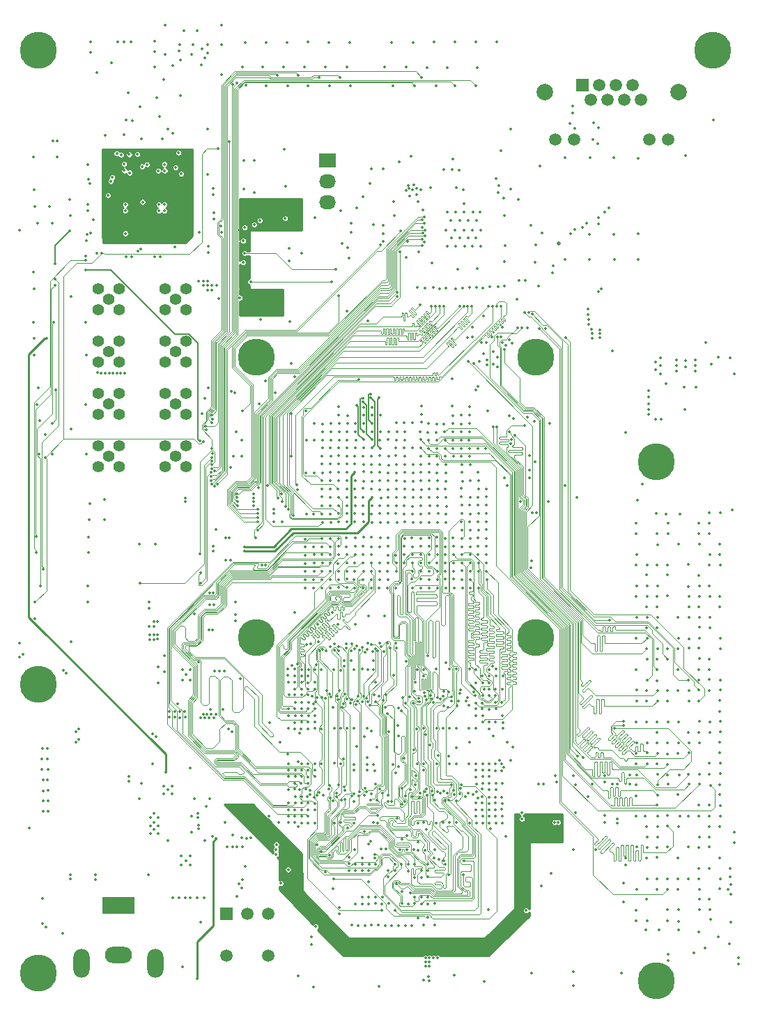
<source format=gbr>
G04 #@! TF.GenerationSoftware,KiCad,Pcbnew,5.0.0-rc3-6a2723a~65~ubuntu16.04.1*
G04 #@! TF.CreationDate,2018-11-29T22:42:40+06:00*
G04 #@! TF.ProjectId,Ki5,4B69352E6B696361645F706362000000,rev?*
G04 #@! TF.SameCoordinates,Original*
G04 #@! TF.FileFunction,Copper,L5,Inr,Mixed*
G04 #@! TF.FilePolarity,Positive*
%FSLAX46Y46*%
G04 Gerber Fmt 4.6, Leading zero omitted, Abs format (unit mm)*
G04 Created by KiCad (PCBNEW 5.0.0-rc3-6a2723a~65~ubuntu16.04.1) date Thu Nov 29 22:42:40 2018*
%MOMM*%
%LPD*%
G01*
G04 APERTURE LIST*
G04 #@! TA.AperFunction,ViaPad*
%ADD10C,1.500000*%
G04 #@! TD*
G04 #@! TA.AperFunction,ViaPad*
%ADD11C,2.000000*%
G04 #@! TD*
G04 #@! TA.AperFunction,ViaPad*
%ADD12R,1.500000X1.500000*%
G04 #@! TD*
G04 #@! TA.AperFunction,ViaPad*
%ADD13O,2.000000X3.500000*%
G04 #@! TD*
G04 #@! TA.AperFunction,ViaPad*
%ADD14O,3.300000X2.000000*%
G04 #@! TD*
G04 #@! TA.AperFunction,ViaPad*
%ADD15R,4.000000X2.000000*%
G04 #@! TD*
G04 #@! TA.AperFunction,ViaPad*
%ADD16C,1.400000*%
G04 #@! TD*
G04 #@! TA.AperFunction,ViaPad*
%ADD17R,2.030000X1.730000*%
G04 #@! TD*
G04 #@! TA.AperFunction,ViaPad*
%ADD18O,2.030000X1.730000*%
G04 #@! TD*
G04 #@! TA.AperFunction,ViaPad*
%ADD19C,4.500000*%
G04 #@! TD*
G04 #@! TA.AperFunction,ViaPad*
%ADD20C,0.355600*%
G04 #@! TD*
G04 #@! TA.AperFunction,ViaPad*
%ADD21C,0.508000*%
G04 #@! TD*
G04 #@! TA.AperFunction,Conductor*
%ADD22C,0.254000*%
G04 #@! TD*
G04 #@! TA.AperFunction,Conductor*
%ADD23C,0.076200*%
G04 #@! TD*
G04 #@! TA.AperFunction,Conductor*
%ADD24C,0.127000*%
G04 #@! TD*
G04 #@! TA.AperFunction,Conductor*
%ADD25C,0.152400*%
G04 #@! TD*
G04 APERTURE END LIST*
D10*
G04 #@! TO.N,/Ethernet/ELED1*
G04 #@! TO.C,J12*
X109480000Y-43430000D03*
G04 #@! TO.N,Net-(J12-Pad11)*
X107190000Y-43430000D03*
G04 #@! TO.N,/Ethernet/ELED0*
X98050000Y-43430000D03*
G04 #@! TO.N,Net-(J12-Pad9)*
X95760000Y-43430000D03*
D11*
G04 #@! TO.N,AGND*
X94490000Y-37720000D03*
X110750000Y-37720000D03*
D10*
G04 #@! TO.N,/Ethernet/MX1_P*
X106200000Y-38610000D03*
G04 #@! TO.N,/Ethernet/MX2_P*
X104160000Y-38610000D03*
G04 #@! TO.N,/Ethernet/MX3_N*
X102120000Y-38610000D03*
G04 #@! TO.N,/Ethernet/MX4_P*
X100080000Y-38610000D03*
G04 #@! TO.N,/Ethernet/MX1_N*
X105180000Y-36830000D03*
G04 #@! TO.N,/Ethernet/MX3_P*
X103140000Y-36830000D03*
G04 #@! TO.N,/Ethernet/MX2_N*
X101100000Y-36830000D03*
D12*
G04 #@! TO.N,/Ethernet/MX4_N*
X99060000Y-36830000D03*
G04 #@! TD*
D13*
G04 #@! TO.N,N/C*
G04 #@! TO.C,J8*
X47172000Y-143398000D03*
X38172000Y-143398000D03*
D14*
G04 #@! TO.N,AGND*
X42672000Y-142398000D03*
D15*
G04 #@! TO.N,Net-(D7-Pad2)*
X42672000Y-136398000D03*
G04 #@! TD*
D12*
G04 #@! TO.N,Net-(S4-Pad1)*
G04 #@! TO.C,S4*
X55753000Y-137414000D03*
D10*
G04 #@! TO.N,/Power.sch/PWR_ON*
X58293000Y-137414000D03*
G04 #@! TO.N,AGND*
X60833000Y-137414000D03*
G04 #@! TO.N,*
X55753000Y-142494000D03*
X60833000Y-142494000D03*
G04 #@! TD*
D16*
G04 #@! TO.N,/Freedom-U540_2/IO_PRCI_RSVD2*
G04 #@! TO.C,J3*
X41470600Y-62814200D03*
G04 #@! TO.N,AGND*
X42740600Y-64084200D03*
X42740600Y-61544200D03*
X40200600Y-61544200D03*
X40200600Y-64084200D03*
G04 #@! TD*
G04 #@! TO.N,AGND*
G04 #@! TO.C,J4*
X48303200Y-64084200D03*
X48303200Y-61544200D03*
X50843200Y-61544200D03*
X50843200Y-64084200D03*
G04 #@! TO.N,/Freedom-U540_2/IO_PRCI_RSVD13*
X49573200Y-62814200D03*
G04 #@! TD*
G04 #@! TO.N,AGND*
G04 #@! TO.C,J5*
X40200600Y-70434200D03*
X40200600Y-67894200D03*
X42740600Y-67894200D03*
X42740600Y-70434200D03*
G04 #@! TO.N,/Freedom-U540_2/IO_PRCI_RSVD14*
X41470600Y-69164200D03*
G04 #@! TD*
G04 #@! TO.N,AGND*
G04 #@! TO.C,J6*
X48303200Y-70434200D03*
X48303200Y-67894200D03*
X50843200Y-67894200D03*
X50843200Y-70434200D03*
G04 #@! TO.N,/Freedom-U540_2/IO_PRCI_RSVD15*
X49573200Y-69164200D03*
G04 #@! TD*
G04 #@! TO.N,AGND*
G04 #@! TO.C,J15*
X40200600Y-83134200D03*
X40200600Y-80594200D03*
X42740600Y-80594200D03*
X42740600Y-83134200D03*
G04 #@! TO.N,/Freedom-U540_1/IO_DDR_RSVD0*
X41470600Y-81864200D03*
G04 #@! TD*
G04 #@! TO.N,/Freedom-U540_1/IO_DDR_RSVD1*
G04 #@! TO.C,J16*
X49573200Y-81864200D03*
G04 #@! TO.N,AGND*
X50843200Y-83134200D03*
X50843200Y-80594200D03*
X48303200Y-80594200D03*
X48303200Y-83134200D03*
G04 #@! TD*
G04 #@! TO.N,/Freedom-U540_1/IO_DDR_RSVD2*
G04 #@! TO.C,J17*
X41470600Y-75514200D03*
G04 #@! TO.N,AGND*
X42740600Y-76784200D03*
X42740600Y-74244200D03*
X40200600Y-74244200D03*
X40200600Y-76784200D03*
G04 #@! TD*
G04 #@! TO.N,/Freedom-U540_1/IO_DDR_RSVD3*
G04 #@! TO.C,J18*
X49573200Y-75514200D03*
G04 #@! TO.N,AGND*
X50843200Y-76784200D03*
X50843200Y-74244200D03*
X48303200Y-74244200D03*
X48303200Y-76784200D03*
G04 #@! TD*
D17*
G04 #@! TO.N,Net-(J19-Pad1)*
G04 #@! TO.C,J19*
X68072000Y-46000000D03*
D18*
G04 #@! TO.N,+12V*
X68072000Y-48540000D03*
G04 #@! TO.N,AGND*
X68072000Y-51080000D03*
G04 #@! TD*
D19*
G04 #@! TO.N,AGND*
G04 #@! TO.C,M1*
X32897600Y-144590000D03*
G04 #@! TD*
G04 #@! TO.N,AGND*
G04 #@! TO.C,M2*
X32897600Y-32590000D03*
G04 #@! TD*
G04 #@! TO.N,AGND*
G04 #@! TO.C,M3*
X114897600Y-32590000D03*
G04 #@! TD*
G04 #@! TO.N,AGND*
G04 #@! TO.C,M4*
X107997600Y-145590000D03*
G04 #@! TD*
G04 #@! TO.N,AGND*
G04 #@! TO.C,M5*
X32897600Y-109590000D03*
G04 #@! TD*
G04 #@! TO.N,AGND*
G04 #@! TO.C,M6*
X107997600Y-82590000D03*
G04 #@! TD*
G04 #@! TO.N,N/C*
G04 #@! TO.C,*
X59411200Y-69856200D03*
G04 #@! TD*
G04 #@! TO.N,N/C*
G04 #@! TO.C,*
X93411200Y-69856200D03*
G04 #@! TD*
G04 #@! TO.N,N/C*
G04 #@! TO.C,*
X93411200Y-103856200D03*
G04 #@! TD*
G04 #@! TO.N,N/C*
G04 #@! TO.C,*
X59411200Y-103856200D03*
G04 #@! TD*
D20*
G04 #@! TO.N,+1V2*
X88519728Y-108522179D03*
X64125000Y-108550000D03*
X64125000Y-109350000D03*
X64950000Y-107775000D03*
X67350000Y-107775000D03*
X70125000Y-107375000D03*
X77600000Y-106775000D03*
X64053099Y-114221901D03*
X61032147Y-114209698D03*
X63348200Y-119200000D03*
X64150000Y-120750000D03*
X64150000Y-120000000D03*
X64950000Y-119200000D03*
X52675000Y-113600000D03*
X53175000Y-113600000D03*
X53700000Y-113600000D03*
X54275000Y-113600000D03*
X52975000Y-113200000D03*
X53450000Y-113200000D03*
X53950000Y-113200000D03*
X54550000Y-113200000D03*
X89382600Y-114909600D03*
X87731600Y-114960400D03*
X85293200Y-114935000D03*
X88493600Y-114122200D03*
X83743800Y-117246400D03*
X80518000Y-116972198D03*
X79730600Y-114935000D03*
X76682600Y-115874800D03*
X87706200Y-119202200D03*
X88468200Y-120040400D03*
X89484200Y-119634000D03*
X81508600Y-118186200D03*
X82905800Y-119227600D03*
X85293200Y-119206800D03*
X86106000Y-120015000D03*
X72644000Y-138836400D03*
X75057000Y-138836400D03*
X76682600Y-138836400D03*
X79730600Y-138811000D03*
X69545200Y-137388600D03*
X71475600Y-136220200D03*
X73888600Y-136194800D03*
X67792600Y-132384800D03*
X72288400Y-132207000D03*
X72313800Y-130632200D03*
X74574400Y-129590800D03*
X77724000Y-129667000D03*
X81051400Y-130632200D03*
X64109600Y-125603000D03*
X64947800Y-126390400D03*
X66802000Y-129032000D03*
X66522600Y-124790200D03*
X69697600Y-126365000D03*
X73657406Y-126311591D03*
X72517000Y-127431800D03*
X77749400Y-127914400D03*
X66545460Y-109334300D03*
X64889380Y-114983260D03*
X67348100Y-119209820D03*
X70050660Y-118597680D03*
X72880220Y-119278401D03*
X69717920Y-114942620D03*
X67315080Y-114970560D03*
X73443500Y-115248135D03*
X72519540Y-115879880D03*
X64912240Y-112544860D03*
X66520060Y-114150140D03*
X64145160Y-113370360D03*
X66540380Y-119999760D03*
X64681100Y-122318780D03*
X64907160Y-123964700D03*
X64119760Y-124785120D03*
X62166500Y-126365000D03*
X71480680Y-131414520D03*
X73911460Y-131437380D03*
X87746840Y-126413260D03*
X85341460Y-126400560D03*
X89329260Y-126382780D03*
X91691460Y-125140720D03*
X86131400Y-125592840D03*
X88503760Y-125559820D03*
X86088220Y-124810520D03*
X88511380Y-124787660D03*
X87680800Y-123271280D03*
X82895440Y-126372620D03*
X79730600Y-126372620D03*
X87721440Y-121569480D03*
X85344000Y-107741720D03*
X87690960Y-107787440D03*
X64940180Y-110804960D03*
X82897980Y-114922300D03*
X82892900Y-107703620D03*
X79722980Y-119994680D03*
X76014582Y-119326660D03*
X63275000Y-107700000D03*
X66540371Y-113370360D03*
X79740000Y-108560000D03*
X72970000Y-107810000D03*
X73600000Y-105590000D03*
X75539569Y-115290600D03*
X76682569Y-119555260D03*
X87725011Y-110142020D03*
G04 #@! TO.N,VD*
X70133673Y-106648342D03*
X47500000Y-107475000D03*
X82143600Y-114909600D03*
X82804000Y-118313200D03*
X77546200Y-138836400D03*
X70482460Y-114917220D03*
X82138520Y-126359920D03*
X82499200Y-106913680D03*
X90558620Y-117213380D03*
X70538340Y-127027940D03*
X77152500Y-128384300D03*
G04 #@! TO.N,VDD_DDR_VPP_N*
X64100000Y-107725000D03*
X70918500Y-106702380D03*
X79743800Y-107809591D03*
X62275000Y-116575000D03*
X88112600Y-107340400D03*
X80010000Y-115697000D03*
X77419200Y-118516400D03*
X71831200Y-138836400D03*
X79883000Y-129692400D03*
X64721740Y-115531900D03*
X72918320Y-114937540D03*
X88531700Y-126387860D03*
X80124300Y-127220980D03*
X79763620Y-119217440D03*
X64500000Y-126860000D03*
X80264053Y-106139053D03*
X72880000Y-119950000D03*
X72294819Y-107706000D03*
X72880221Y-118430000D03*
X88967700Y-118757700D03*
X90330000Y-118760000D03*
X87670000Y-136950000D03*
X74160000Y-126397900D03*
G04 #@! TO.N,+3V3*
X48323500Y-29591000D03*
X55181500Y-29591000D03*
X47525000Y-109400000D03*
X48275000Y-108075000D03*
X47040800Y-57683400D03*
X39014400Y-48285400D03*
X41935400Y-48006000D03*
X54279800Y-53086000D03*
X95681800Y-125552200D03*
X96113600Y-125552200D03*
X96088200Y-127635000D03*
X101727000Y-125526800D03*
X103251000Y-125882400D03*
X106654600Y-125552200D03*
X46370240Y-99560380D03*
X73240000Y-48760000D03*
X54220000Y-50160000D03*
X39260000Y-54790000D03*
X48300000Y-47230000D03*
X47510000Y-47230000D03*
X41080000Y-42910000D03*
X45295737Y-39435737D03*
X47310000Y-38400000D03*
X39630000Y-53210000D03*
X53560000Y-56360000D03*
X54040000Y-61750000D03*
X52260000Y-145260000D03*
X54550000Y-128320000D03*
X56720000Y-124470000D03*
X57330000Y-124470000D03*
X58700000Y-124459998D03*
X46450000Y-103570000D03*
X46970000Y-103580000D03*
X46460000Y-104110000D03*
X46970000Y-104110000D03*
X46430000Y-102500000D03*
X46960000Y-102500000D03*
X46960000Y-101950000D03*
X47420000Y-101940000D03*
X47450000Y-103570000D03*
X47450000Y-104100000D03*
X54040000Y-61110000D03*
X53500000Y-61120000D03*
X53520000Y-61760000D03*
X52960000Y-61120000D03*
X52960000Y-60610000D03*
X53510000Y-60610000D03*
X52420000Y-60600000D03*
X110880000Y-125530000D03*
G04 #@! TO.N,VAA*
X52400000Y-106875000D03*
X57513220Y-108849160D03*
X66880000Y-102300000D03*
X69370000Y-102300000D03*
X71477900Y-102270000D03*
G04 #@! TO.N,VCCQ*
X72415400Y-92837000D03*
X74379600Y-92887800D03*
X71488202Y-91769225D03*
X73430573Y-91742027D03*
X75476002Y-91795600D03*
X78331198Y-91795600D03*
X80399045Y-91784328D03*
X82399547Y-91832312D03*
X79400400Y-92837000D03*
X81381600Y-92837000D03*
X77393800Y-92837000D03*
X48870000Y-112910000D03*
X48890000Y-113570000D03*
X50740000Y-112890000D03*
X49500000Y-113530000D03*
X49490000Y-112910000D03*
X50110000Y-112910000D03*
X50760000Y-113580000D03*
X50150000Y-113600000D03*
G04 #@! TO.N,VDDA*
X44272200Y-57658000D03*
X55143400Y-53949600D03*
X55143400Y-53949600D03*
X43644562Y-41086912D03*
X51060000Y-46210000D03*
X50970000Y-53777500D03*
X44480000Y-54860000D03*
X44490000Y-45670000D03*
G04 #@! TO.N,Net-(C111-Pad2)*
X44196000Y-31559500D03*
G04 #@! TO.N,+5V*
X47000000Y-126300000D03*
X46550000Y-126775000D03*
X47500000Y-126775000D03*
X47025000Y-127200000D03*
X46550000Y-127725000D03*
X47525000Y-127725000D03*
X46525000Y-125750000D03*
X47475000Y-125750000D03*
X111455194Y-73507600D03*
X52325000Y-125250000D03*
X52325000Y-125750000D03*
X46975000Y-125200000D03*
X48425000Y-120250000D03*
X57708800Y-133273800D03*
X57302400Y-133807200D03*
X57632600Y-134289800D03*
X33970000Y-67590000D03*
X46320000Y-132680000D03*
X48680000Y-128520000D03*
X36850000Y-132660000D03*
X36870000Y-133220000D03*
X39900000Y-132660000D03*
X39900000Y-133280000D03*
X81440000Y-142750000D03*
X80930000Y-142750000D03*
X80440000Y-142750000D03*
X80430000Y-143230000D03*
X80430000Y-143800000D03*
X79970000Y-142750000D03*
X79970000Y-143240000D03*
X79970000Y-143790000D03*
X93730000Y-61190194D03*
G04 #@! TO.N,+12V*
X115824000Y-133159500D03*
X115760500Y-134366000D03*
X107124500Y-73914000D03*
X107124500Y-74676000D03*
X107124500Y-75565000D03*
X107124500Y-76200000D03*
X107124500Y-76835000D03*
X109220000Y-73076950D03*
X107950000Y-77406500D03*
X108648500Y-77406500D03*
X49250000Y-135500000D03*
X50025000Y-135475004D03*
X50775000Y-135475000D03*
X51375000Y-135475000D03*
X52275000Y-135450000D03*
X53100000Y-135450002D03*
X116992400Y-132943600D03*
X116725700Y-134493000D03*
X32410000Y-67590000D03*
X32410000Y-69580000D03*
G04 #@! TO.N,VDD_GIVDD_P*
X57721500Y-34671000D03*
X60198000Y-34671000D03*
X62738000Y-34671000D03*
X65278000Y-34671000D03*
X67818000Y-34671000D03*
X70421500Y-34671000D03*
X74993500Y-34607500D03*
X77660500Y-34671000D03*
X80200500Y-34734500D03*
X82613500Y-34734500D03*
X86296500Y-34734500D03*
X86253282Y-59085599D03*
X83934541Y-59227045D03*
X92100400Y-60553600D03*
X95504000Y-58775600D03*
X91059000Y-62801500D03*
X55854600Y-129311400D03*
X56515000Y-129311396D03*
X57073800Y-129336800D03*
X57708800Y-129336800D03*
X47599600Y-51333400D03*
X48234600Y-51333400D03*
X43484800Y-51333400D03*
X38938200Y-51333400D03*
X95961200Y-121437400D03*
X101752400Y-121437400D03*
X104800400Y-121716800D03*
X66141600Y-140208000D03*
X66649600Y-138988800D03*
X55709820Y-91775280D03*
X55684412Y-94513977D03*
X54168040Y-93433900D03*
X54168040Y-92844620D03*
X56616600Y-81881980D03*
X63290000Y-132050000D03*
X79840000Y-55910000D03*
X79589367Y-54137900D03*
X74860000Y-55830000D03*
X74840000Y-54860000D03*
X74820000Y-53900000D03*
X79710000Y-51980000D03*
X59980000Y-64540000D03*
X38790000Y-55760000D03*
X79080000Y-50950000D03*
X57432100Y-54460000D03*
X72380000Y-50400000D03*
X57690000Y-79898240D03*
X41000000Y-87160000D03*
X40990000Y-89570000D03*
X38800000Y-69590000D03*
X54560000Y-90800000D03*
X70980000Y-53600000D03*
X69640000Y-52100000D03*
X30665806Y-106278718D03*
X33380000Y-119860000D03*
X33370000Y-118600000D03*
X33520000Y-123670000D03*
X95250000Y-132530000D03*
X59150000Y-45980000D03*
X40030000Y-57210000D03*
X58020000Y-62660000D03*
X64900000Y-57250000D03*
X77630000Y-57770000D03*
X63720000Y-53010000D03*
X63720000Y-52490000D03*
X63710000Y-51990000D03*
X63710000Y-51500000D03*
X63710000Y-50990000D03*
X64480000Y-50980000D03*
X64480000Y-51510000D03*
X64480000Y-52000000D03*
X64480000Y-52500000D03*
X40120000Y-71760000D03*
X40590000Y-71770000D03*
X41060000Y-71780000D03*
X41530000Y-71780000D03*
X42000000Y-71780000D03*
X42480000Y-71790000D03*
X42950000Y-71790000D03*
X43430000Y-71790000D03*
X105570000Y-119210000D03*
X105570000Y-123120000D03*
X108050000Y-88840000D03*
G04 #@! TO.N,VDD_DDRPLL_N*
X76403200Y-88849200D03*
X75412600Y-88849200D03*
X91520000Y-87400000D03*
X92941989Y-88739842D03*
X33994000Y-121170000D03*
G04 #@! TO.N,AVDD_DDRPLL_N*
X74433452Y-84880703D03*
X54282309Y-99948242D03*
X56893460Y-101117400D03*
X34080000Y-122480000D03*
G04 #@! TO.N,VDD_GIVDD_N*
X73456800Y-86893400D03*
X56321960Y-94515940D03*
X57967880Y-93395800D03*
X34129603Y-123670000D03*
G04 #@! TO.N,VDD_GEMGXLPLL_N*
X74448376Y-85923001D03*
X54089303Y-102984300D03*
X56896000Y-101828600D03*
X34130000Y-124940000D03*
G04 #@! TO.N,VDD_IO_N*
X74396600Y-81838800D03*
X75514200Y-81889600D03*
X76377800Y-81838800D03*
X77470000Y-81889600D03*
X69870000Y-56100000D03*
X70990000Y-54711600D03*
X31030000Y-105950000D03*
X34080000Y-119860000D03*
G04 #@! TO.N,VMEM*
X51400000Y-119725000D03*
X46800000Y-119200000D03*
G04 #@! TO.N,AVDD_DDRPLL_P*
X53774340Y-99954080D03*
X53776880Y-98437700D03*
X53657500Y-102984300D03*
X33530921Y-122487698D03*
X33446199Y-117320000D03*
X33530000Y-124940000D03*
G04 #@! TO.N,/Power.sch/PWR_ON*
X57075000Y-135300000D03*
G04 #@! TO.N,VDD_DDRPLL_P*
X94930000Y-87360000D03*
X93450000Y-88750002D03*
X102680000Y-69140000D03*
X33486000Y-121170000D03*
G04 #@! TO.N,+3.3VA*
X97980500Y-144442298D03*
G04 #@! TO.N,+1V0*
X80804680Y-58449192D03*
X89611200Y-58267600D03*
G04 #@! TO.N,Net-(C181-Pad1)*
X89662000Y-56286400D03*
X89598500Y-52705000D03*
X88836500Y-49847500D03*
G04 #@! TO.N,+2V5*
X83756510Y-49311696D03*
X79375000Y-49562902D03*
X78422500Y-49530000D03*
X77597000Y-49593500D03*
X88880073Y-49060341D03*
X77870000Y-48990000D03*
X78570000Y-48980000D03*
X77980000Y-49380000D03*
X78890000Y-49340000D03*
X78020000Y-50320000D03*
G04 #@! TO.N,Net-(C193-Pad1)*
X91236800Y-50698400D03*
X94145234Y-54808128D03*
X89476698Y-50572100D03*
G04 #@! TO.N,/Ethernet/P0_D2_N*
X100965000Y-52898040D03*
G04 #@! TO.N,Net-(C200-Pad2)*
X99923600Y-54965600D03*
G04 #@! TO.N,Net-(C201-Pad2)*
X102870000Y-54965600D03*
G04 #@! TO.N,Net-(C202-Pad2)*
X105867200Y-54914800D03*
G04 #@! TO.N,VDD_OTP_N*
X71374000Y-83820000D03*
X56141572Y-91768739D03*
X57975500Y-92900500D03*
X34070000Y-118600000D03*
G04 #@! TO.N,VDD_COREPLL_N*
X74423536Y-83799712D03*
X54208683Y-98437700D03*
X56898540Y-99588320D03*
X34070000Y-117320000D03*
G04 #@! TO.N,Net-(C220-Pad2)*
X114699164Y-70711705D03*
X117030500Y-69977000D03*
G04 #@! TO.N,RESET_N*
X67437000Y-80873600D03*
X52959000Y-80131920D03*
X54770000Y-44550000D03*
X40680000Y-57240000D03*
X33740000Y-82020000D03*
X32510000Y-99590000D03*
G04 #@! TO.N,VDD*
X83280917Y-77008346D03*
X79450783Y-96790484D03*
X69418200Y-95885000D03*
X83362800Y-92811600D03*
X72440800Y-89865200D03*
X74472800Y-89916000D03*
X76511836Y-89912319D03*
X78449451Y-89889164D03*
X80467200Y-89916000D03*
X82473800Y-89916000D03*
X81506709Y-88854926D03*
X79425800Y-88874600D03*
X77419200Y-88874600D03*
X73431400Y-88874600D03*
X71399400Y-88849200D03*
X66395600Y-88900000D03*
X72415400Y-87858600D03*
X74429729Y-87888163D03*
X76428600Y-87884000D03*
X79425800Y-86918800D03*
X78383356Y-87950884D03*
X80492600Y-87934800D03*
X82511802Y-87960200D03*
X81432400Y-86893400D03*
X77444600Y-86893400D03*
X75438000Y-86893400D03*
X71424800Y-86868000D03*
X72364600Y-85801200D03*
X76454000Y-85902800D03*
X78476228Y-85972471D03*
X80467200Y-85902800D03*
X82397600Y-85826600D03*
X81432400Y-84886800D03*
X79425800Y-84886800D03*
X77470000Y-84912200D03*
X75412600Y-84861400D03*
X66497200Y-83947000D03*
X72476434Y-83757289D03*
X76454000Y-83896200D03*
X78460600Y-83896200D03*
X80441800Y-83870800D03*
X82486402Y-83921600D03*
X81483200Y-82905600D03*
X79425800Y-82880200D03*
X73431400Y-82880200D03*
X71399400Y-82854800D03*
X72415400Y-81864200D03*
X79375000Y-81889600D03*
X81356200Y-81915000D03*
X86319634Y-80912204D03*
X69443600Y-76885800D03*
X74472800Y-76911200D03*
X79468980Y-76796900D03*
X66456560Y-79903320D03*
X100190000Y-66480000D03*
X101200000Y-67020000D03*
X101190000Y-66530000D03*
X100230000Y-67020000D03*
X100270000Y-67560000D03*
X101150000Y-67530000D03*
X99760000Y-64040000D03*
X99740000Y-64690000D03*
X99790000Y-65320000D03*
X99790000Y-65870000D03*
X112840000Y-73460000D03*
G04 #@! TO.N,DDR_CLK_P*
X75448160Y-132971540D03*
X67830700Y-111302800D03*
X67571620Y-123019820D03*
X85158580Y-122801380D03*
X85053618Y-111145574D03*
X73030000Y-128930000D03*
X75420940Y-93924617D03*
X65516560Y-104729379D03*
G04 #@! TO.N,DDR_CLK_N*
X75460860Y-132176520D03*
X66837560Y-111185960D03*
X67073955Y-122681345D03*
X85788500Y-122920760D03*
X85260000Y-112150000D03*
X76410000Y-93900000D03*
X66040000Y-104691702D03*
G04 #@! TO.N,+3.3VP*
X116915452Y-141076904D03*
X113212748Y-129406075D03*
G04 #@! TO.N,Net-(D1-Pad2)*
X50106462Y-31892869D03*
G04 #@! TO.N,Net-(D1-Pad1)*
X50027887Y-32676341D03*
G04 #@! TO.N,Net-(D2-Pad2)*
X50652562Y-30209598D03*
G04 #@! TO.N,Net-(D2-Pad1)*
X50228500Y-33782000D03*
G04 #@! TO.N,Net-(D3-Pad1)*
X52852901Y-32429195D03*
G04 #@! TO.N,Net-(D3-Pad2)*
X52197000Y-30209598D03*
G04 #@! TO.N,Net-(D4-Pad1)*
X53512886Y-32976016D03*
G04 #@! TO.N,Net-(D4-Pad2)*
X53482792Y-31956714D03*
G04 #@! TO.N,/Freedom-U540_2/SD_CD*
X94043500Y-134048500D03*
X66461863Y-77881077D03*
X64050000Y-72200000D03*
X32850200Y-53600000D03*
X54650510Y-61102948D03*
X30650000Y-54480000D03*
G04 #@! TO.N,/Ethernet/P0_D2_P*
X100965000Y-53654960D03*
G04 #@! TO.N,/Ethernet/P0_D1_N*
X99581612Y-53580388D03*
G04 #@! TO.N,/Ethernet/P0_D1_P*
X99046388Y-54115612D03*
G04 #@! TO.N,/Ethernet/P0_D0_N*
X98146774Y-54349423D03*
G04 #@! TO.N,/Ethernet/P0_D0_P*
X97611550Y-54884647D03*
G04 #@! TO.N,/Ethernet/COL*
X89559483Y-61261276D03*
G04 #@! TO.N,/Ethernet/CRS*
X88776854Y-61347844D03*
G04 #@! TO.N,/Ethernet/RXD7*
X87818664Y-61344318D03*
G04 #@! TO.N,/Ethernet/RXD6*
X86988476Y-61452009D03*
G04 #@! TO.N,/Ethernet/RXD5*
X86153516Y-61421951D03*
G04 #@! TO.N,/Ethernet/RXD4*
X85366256Y-61407031D03*
G04 #@! TO.N,/Ethernet/RXD3*
X84522487Y-61478496D03*
G04 #@! TO.N,/Ethernet/RXD2*
X83653503Y-61521356D03*
G04 #@! TO.N,/Ethernet/RXD1*
X82499200Y-61468000D03*
G04 #@! TO.N,/Ethernet/RXD0*
X81715032Y-61539288D03*
G04 #@! TO.N,/Ethernet/RX_DV*
X80908452Y-61384282D03*
G04 #@! TO.N,/Ethernet/RX_ER*
X79884486Y-61443258D03*
G04 #@! TO.N,/Ethernet/RX_CLK*
X78957430Y-61428172D03*
G04 #@! TO.N,GEMGXL_TX_EN*
X59331860Y-91800680D03*
X76550000Y-61960000D03*
G04 #@! TO.N,GEMGXL_TX_ER*
X59578240Y-90853260D03*
X76557404Y-62469504D03*
G04 #@! TO.N,/Ethernet/TX_CLK*
X79146400Y-57099200D03*
G04 #@! TO.N,GEMGXL_GTX_CLK*
X69367400Y-85852000D03*
X71900000Y-72547900D03*
G04 #@! TO.N,GEMGXL_TXD0*
X57104280Y-86423500D03*
X79615904Y-56279099D03*
G04 #@! TO.N,GEMGXL_TXD1*
X57104280Y-86916260D03*
X79600480Y-55550719D03*
G04 #@! TO.N,GEMGXL_TXD2*
X57111900Y-87419180D03*
X79930000Y-55160000D03*
G04 #@! TO.N,GEMGXL_TXD3*
X57111900Y-87922100D03*
X79630000Y-54820000D03*
G04 #@! TO.N,GEMGXL_TXD4*
X59578240Y-88338660D03*
X79920000Y-54430000D03*
G04 #@! TO.N,GEMGXL_TXD5*
X59580780Y-88841580D03*
X79835398Y-53606700D03*
G04 #@! TO.N,GEMGXL_TXD6*
X59580780Y-89339420D03*
X79590000Y-53190000D03*
G04 #@! TO.N,GEMGXL_TXD7*
X59575700Y-89839800D03*
X79860000Y-52830000D03*
G04 #@! TO.N,GEMGXL_MDC*
X54366160Y-85506560D03*
X77823776Y-55842819D03*
X74510000Y-56230000D03*
G04 #@! TO.N,GEMGXL_MDIO*
X67411600Y-85852000D03*
X54716680Y-85247480D03*
X76974064Y-54554064D03*
G04 #@! TO.N,/Ethernet/GEMGXL_RST_2V5*
X78910000Y-50130000D03*
G04 #@! TO.N,/Ethernet/CLKOUT*
X80641200Y-49260000D03*
G04 #@! TO.N,/Ethernet/ELED1*
X84620917Y-49548286D03*
G04 #@! TO.N,/Ethernet/ELED0*
X84686840Y-51216355D03*
X93916500Y-46672500D03*
G04 #@! TO.N,PWR_BTN_N*
X32510000Y-101590000D03*
X43980000Y-120710000D03*
G04 #@! TO.N,UART0_TX*
X84455000Y-84912200D03*
X58010000Y-57250000D03*
X69122500Y-59150000D03*
X86380000Y-73410000D03*
X38960000Y-99590000D03*
G04 #@! TO.N,UART0_RX*
X84404200Y-83870800D03*
X58720000Y-60690000D03*
X68610000Y-60690000D03*
X86080000Y-73830000D03*
X38930000Y-97590000D03*
G04 #@! TO.N,/Freedom-U540_2/QSPI1_SCK_R*
X34830000Y-65660000D03*
X33150000Y-97590000D03*
G04 #@! TO.N,/Freedom-U540_2/QSPI1_DQ1_R*
X34980000Y-60390000D03*
X33490000Y-95600000D03*
G04 #@! TO.N,/Freedom-U540_2/UART1_TX*
X86385400Y-83820000D03*
X39010000Y-93580000D03*
G04 #@! TO.N,/Freedom-U540_2/QSPI1_CS0_R*
X38710000Y-58090000D03*
X32710000Y-93590000D03*
G04 #@! TO.N,/Freedom-U540_2/UART1_RX*
X86410800Y-84861400D03*
X38990000Y-91670000D03*
G04 #@! TO.N,/Freedom-U540_2/QSPI1_DQ0_R*
X34960000Y-61140000D03*
X32690000Y-91590000D03*
G04 #@! TO.N,/Freedom-U540_2/I2C0_SCL*
X39141400Y-89585800D03*
X85420200Y-84861400D03*
G04 #@! TO.N,/Freedom-U540_2/I2C0_SDA*
X39217600Y-87604600D03*
X84353400Y-85801200D03*
G04 #@! TO.N,/Freedom-U540_2/GPIO0*
X70434200Y-80873600D03*
X38745160Y-81594960D03*
X34620000Y-81590000D03*
G04 #@! TO.N,/Freedom-U540_2/GPIO1*
X53177516Y-74886744D03*
X33060000Y-81590000D03*
G04 #@! TO.N,/Freedom-U540_2/GPIO4*
X69469000Y-79908400D03*
X36921440Y-78605380D03*
G04 #@! TO.N,/Freedom-U540_2/GPIO5*
X68478400Y-77927200D03*
X33082283Y-77590703D03*
G04 #@! TO.N,/Freedom-U540_2/GPIO6*
X69469000Y-77901800D03*
X38704520Y-75582780D03*
G04 #@! TO.N,/Freedom-U540_2/GPIO7*
X67513200Y-77952600D03*
X32790183Y-75582780D03*
G04 #@! TO.N,/Freedom-U540_2/GPIO8*
X68503800Y-78943200D03*
X34625280Y-77894180D03*
X35090000Y-73870000D03*
G04 #@! TO.N,/Freedom-U540_2/GPIO9*
X52800000Y-76760000D03*
X32970000Y-73590000D03*
G04 #@! TO.N,/Freedom-U540_2/GPIO15*
X71424800Y-80873600D03*
X54061360Y-81528920D03*
X53580000Y-73606660D03*
G04 #@! TO.N,/Freedom-U540_2/PWM0_0*
X48133000Y-36131500D03*
X34671000Y-43586400D03*
X71450200Y-78892400D03*
X51520000Y-33140000D03*
G04 #@! TO.N,/Freedom-U540_2/PWM0_2*
X55181500Y-35560000D03*
X35229800Y-43586400D03*
X70485000Y-77927200D03*
G04 #@! TO.N,/Freedom-U540_2/PWM0_1*
X48323500Y-33083500D03*
X32359600Y-45593000D03*
X70530602Y-76962000D03*
G04 #@! TO.N,/Freedom-U540_2/PWM0_3*
X43878500Y-37782500D03*
X35204400Y-45593000D03*
X71450200Y-77901800D03*
X53200587Y-33523232D03*
G04 #@! TO.N,GEMGXL_RST*
X57760000Y-76360000D03*
X69440000Y-62420000D03*
G04 #@! TO.N,FASTLINK_FAIL*
X69494400Y-78917800D03*
X53258720Y-78265020D03*
X56150000Y-43670000D03*
X32450000Y-49560000D03*
G04 #@! TO.N,/Freedom-U540_2/EN_VDD_SD*
X59778900Y-75524360D03*
X32520000Y-51590000D03*
G04 #@! TO.N,/Freedom-U540_2/QSPI1_CS1_R*
X34330000Y-51580000D03*
X36710000Y-50750000D03*
G04 #@! TO.N,/Freedom-U540_2/QSPI1_CS2_R*
X34670000Y-53590000D03*
X36850000Y-52680000D03*
G04 #@! TO.N,/Freedom-U540_2/QSPI1_CS3_R*
X34950000Y-58520000D03*
X36720000Y-54570000D03*
G04 #@! TO.N,/Freedom-U540_2/PWM1_1*
X72466200Y-80899000D03*
X60530000Y-72760000D03*
X32380000Y-59570000D03*
G04 #@! TO.N,/Freedom-U540_2/PWM1_2*
X71501000Y-79933800D03*
X52534820Y-80027780D03*
X38720000Y-59282500D03*
G04 #@! TO.N,/Freedom-U540_2/PWM1_3*
X70459600Y-78917800D03*
X61710000Y-74150000D03*
X36910000Y-62520000D03*
G04 #@! TO.N,/Freedom-U540_2/IO_PRCI_RSVD2*
X69418200Y-84886800D03*
G04 #@! TO.N,/Freedom-U540_2/IO_PRCI_RSVD13*
X70408800Y-83845400D03*
G04 #@! TO.N,/Freedom-U540_2/IO_PRCI_RSVD14*
X70434200Y-84861400D03*
X56800000Y-74160000D03*
G04 #@! TO.N,/Freedom-U540_2/IO_PRCI_RSVD15*
X67513200Y-83947000D03*
X56390832Y-73989846D03*
G04 #@! TO.N,PG_1V8*
X117250000Y-88400000D03*
X58115200Y-131673600D03*
G04 #@! TO.N,CHIPLINK_RX_CLK*
X95060000Y-77920000D03*
X105760000Y-87200000D03*
G04 #@! TO.N,CHIPLINK_TX_DAT0*
X88240000Y-70710000D03*
X108140000Y-95050000D03*
G04 #@! TO.N,CHIPLINK_TX_DAT1*
X88740000Y-69900000D03*
X109430000Y-96300000D03*
G04 #@! TO.N,CHIPLINK_TX_DAT6*
X90190000Y-67720000D03*
X108140000Y-98880000D03*
G04 #@! TO.N,CHIPLINK_TX_DAT7*
X87060000Y-69450000D03*
X108120000Y-100130000D03*
G04 #@! TO.N,CHIPLINK_TX_DAT16*
X85680000Y-67430000D03*
X108153241Y-102676759D03*
G04 #@! TO.N,CHIPLINK_TX_DAT17*
X87416743Y-68091080D03*
X109420000Y-105240000D03*
G04 #@! TO.N,CHIPLINK_TX_DAT24*
X93810000Y-66390000D03*
X109430000Y-106480000D03*
G04 #@! TO.N,CHIPLINK_TX_DAT25*
X89600000Y-68970000D03*
X108130000Y-107770000D03*
G04 #@! TO.N,CHIPLINK_TX_SEND*
X85080000Y-67450000D03*
X85876546Y-70663454D03*
X108170000Y-110350000D03*
G04 #@! TO.N,CHIPLINK_TX_RST*
X85180000Y-70380000D03*
X108190000Y-111560000D03*
G04 #@! TO.N,CHIPLINK_RX_RST*
X79375000Y-80899000D03*
X109410000Y-134470000D03*
G04 #@! TO.N,CHIPLINK_RX_SEND*
X84353400Y-76911200D03*
X108160000Y-133210000D03*
G04 #@! TO.N,CHIPLINK_RX_DAT29*
X90144600Y-76936600D03*
X108160000Y-130580000D03*
G04 #@! TO.N,CHIPLINK_RX_DAT28*
X84328000Y-77952600D03*
X108140000Y-129360000D03*
G04 #@! TO.N,CHIPLINK_RX_DAT25*
X83337400Y-77927200D03*
X92400000Y-77140000D03*
X108190000Y-126810000D03*
G04 #@! TO.N,CHIPLINK_RX_DAT24*
X80340200Y-80924400D03*
X109390000Y-126780000D03*
G04 #@! TO.N,CHIPLINK_RX_DAT17*
X80340200Y-79933800D03*
X108190000Y-122990000D03*
G04 #@! TO.N,CHIPLINK_RX_DAT16*
X83337400Y-80924400D03*
X102940000Y-114870000D03*
X108210000Y-121790000D03*
G04 #@! TO.N,CHIPLINK_RX_DAT11*
X109372400Y-119278400D03*
X84328000Y-78943200D03*
X91990000Y-78190000D03*
G04 #@! TO.N,CHIPLINK_RX_DAT10*
X109347000Y-118033800D03*
X85318600Y-78943200D03*
X104040000Y-114070000D03*
X108170000Y-117940000D03*
G04 #@! TO.N,CHIPLINK_RX_DAT7*
X85318600Y-80949800D03*
X108130000Y-116650000D03*
G04 #@! TO.N,CHIPLINK_RX_DAT6*
X108153200Y-115392200D03*
X85293200Y-79947890D03*
G04 #@! TO.N,CHIPLINK_RX_DAT4*
X84353400Y-81915000D03*
X106910000Y-116700000D03*
G04 #@! TO.N,CHIPLINK_RX_DAT5*
X104040000Y-114570000D03*
X84302600Y-79947890D03*
X106960000Y-117880000D03*
G04 #@! TO.N,CHIPLINK_RX_DAT8*
X90144600Y-78917800D03*
X106900000Y-119227540D03*
G04 #@! TO.N,CHIPLINK_RX_DAT9*
X83312000Y-79933800D03*
X108180000Y-120510000D03*
G04 #@! TO.N,CHIPLINK_RX_DAT14*
X82346800Y-79933800D03*
X108140000Y-124250000D03*
G04 #@! TO.N,CHIPLINK_RX_DAT15*
X83337400Y-78917800D03*
X93240000Y-77620000D03*
X108200000Y-125570000D03*
G04 #@! TO.N,CHIPLINK_RX_DAT22*
X88214200Y-78333600D03*
X98500000Y-118250000D03*
X108230000Y-128120000D03*
G04 #@! TO.N,CHIPLINK_RX_DAT23*
X88645162Y-78306665D03*
X106940000Y-128130000D03*
X99160000Y-118420000D03*
G04 #@! TO.N,CHIPLINK_RX_DAT26*
X90652600Y-77292200D03*
X106880000Y-130610000D03*
G04 #@! TO.N,CHIPLINK_RX_DAT27*
X85344000Y-77927200D03*
X104330000Y-131470000D03*
G04 #@! TO.N,CHIPLINK_RX_DAT30*
X85369400Y-75895200D03*
X108160000Y-134450000D03*
G04 #@! TO.N,CHIPLINK_RX_DAT31*
X85369400Y-76885800D03*
X106870000Y-135660000D03*
G04 #@! TO.N,CHIPLINK_TX_DAT31*
X87010000Y-64880000D03*
X92820000Y-95460000D03*
G04 #@! TO.N,CHIPLINK_TX_DAT30*
X92950000Y-64650000D03*
X102362100Y-101750000D03*
X106890000Y-111590000D03*
G04 #@! TO.N,CHIPLINK_TX_DAT23*
X91700000Y-66320000D03*
X106910000Y-109070000D03*
G04 #@! TO.N,CHIPLINK_TX_DAT22*
X85688648Y-66185370D03*
X108140000Y-109130000D03*
G04 #@! TO.N,CHIPLINK_TX_DAT15*
X91150000Y-66330000D03*
X106870000Y-105240000D03*
G04 #@! TO.N,CHIPLINK_TX_DAT14*
X88710000Y-67437499D03*
X106930000Y-103940000D03*
G04 #@! TO.N,CHIPLINK_TX_DAT9*
X106900000Y-101450000D03*
X86490000Y-70340000D03*
G04 #@! TO.N,CHIPLINK_TX_DAT8*
X86810000Y-68091080D03*
X106870000Y-100210000D03*
G04 #@! TO.N,CHIPLINK_TX_DAT5*
X106900000Y-97640000D03*
X87429998Y-70760000D03*
G04 #@! TO.N,CHIPLINK_TX_DAT4*
X88747900Y-71010000D03*
X106890000Y-96310000D03*
G04 #@! TO.N,Net-(J9-PadH5)*
X114525000Y-93850000D03*
X62820000Y-44640000D03*
G04 #@! TO.N,CHIPLINK_TX_DAT2*
X89150000Y-67430000D03*
X113310000Y-97660000D03*
G04 #@! TO.N,CHIPLINK_TX_DAT3*
X88200000Y-69220000D03*
X111980000Y-98860000D03*
G04 #@! TO.N,CHIPLINK_TX_DAT10*
X111975000Y-101425000D03*
X89310000Y-68072500D03*
G04 #@! TO.N,CHIPLINK_TX_DAT11*
X113290000Y-102630000D03*
X87470000Y-70210002D03*
G04 #@! TO.N,CHIPLINK_TX_DAT18*
X89312662Y-66185370D03*
X112000000Y-105140000D03*
G04 #@! TO.N,CHIPLINK_TX_DAT19*
X94560000Y-66360000D03*
X113300000Y-106460000D03*
G04 #@! TO.N,CHIPLINK_TX_DAT26*
X92030000Y-64440000D03*
X111950000Y-109020000D03*
G04 #@! TO.N,CHIPLINK_TX_DAT27*
X111980000Y-110330000D03*
X106360000Y-85230000D03*
G04 #@! TO.N,CHIPLINK_RX_DAT0*
X85369400Y-81889600D03*
X92890000Y-94590000D03*
G04 #@! TO.N,/FMC.sch/FMC_GA1*
X112585500Y-142176500D03*
X111950500Y-133223000D03*
G04 #@! TO.N,Net-(J9-PadD31)*
X113258600Y-128092200D03*
G04 #@! TO.N,Net-(J9-PadD30)*
X113233200Y-125552200D03*
G04 #@! TO.N,CHIPLINK_RX_DAT19*
X81330800Y-79933800D03*
X112050000Y-121700000D03*
G04 #@! TO.N,CHIPLINK_RX_DAT18*
X82321400Y-78943200D03*
X111970000Y-120510000D03*
G04 #@! TO.N,CHIPLINK_RX_DAT13*
X90880000Y-79350000D03*
X112000000Y-117890000D03*
G04 #@! TO.N,CHIPLINK_RX_DAT12*
X111988600Y-116662200D03*
X83362800Y-81889600D03*
G04 #@! TO.N,CHIPLINK_RX_DAT1*
X111963200Y-115417600D03*
X90347800Y-80340200D03*
G04 #@! TO.N,CHIPLINK_RX_DAT2*
X90450000Y-79850000D03*
X114530000Y-115370000D03*
G04 #@! TO.N,CHIPLINK_RX_DAT3*
X113258600Y-116662200D03*
X84328000Y-80949800D03*
G04 #@! TO.N,CHIPLINK_RX_DAT20*
X82346800Y-80924400D03*
X114610000Y-121810000D03*
G04 #@! TO.N,CHIPLINK_RX_DAT21*
X79400400Y-79883000D03*
X113260000Y-121650000D03*
G04 #@! TO.N,/FMC.sch/FMC_SCL*
X118035713Y-142742947D03*
X114490500Y-126809500D03*
G04 #@! TO.N,/FMC.sch/FMC_SDA*
X118047784Y-143530257D03*
X114496943Y-128069443D03*
G04 #@! TO.N,/FMC.sch/FMC_GA0*
X113919000Y-141541500D03*
X113220500Y-131953000D03*
G04 #@! TO.N,Net-(J9-PadC35)*
X113233200Y-133172200D03*
X114503200Y-131902200D03*
X113258600Y-134493000D03*
X113258600Y-135686800D03*
X114452400Y-135661400D03*
G04 #@! TO.N,CHIPLINK_TX_DAT29*
X97030000Y-67500000D03*
X113220000Y-111590000D03*
G04 #@! TO.N,CHIPLINK_TX_DAT28*
X92520000Y-64460000D03*
X113190000Y-110240000D03*
G04 #@! TO.N,CHIPLINK_TX_DAT21*
X88030000Y-67430000D03*
X113200000Y-107790000D03*
G04 #@! TO.N,CHIPLINK_TX_DAT20*
X92360000Y-66330000D03*
X113190000Y-105200000D03*
G04 #@! TO.N,CHIPLINK_TX_DAT13*
X113250000Y-101425000D03*
X89730000Y-68390000D03*
G04 #@! TO.N,CHIPLINK_TX_DAT12*
X90530000Y-68130000D03*
X113220000Y-100170000D03*
G04 #@! TO.N,JTAG_TCK*
X68503800Y-79959200D03*
X57870000Y-49440000D03*
X58020000Y-54140000D03*
G04 #@! TO.N,JTAG_TDO*
X69418200Y-80873600D03*
X59150000Y-49840000D03*
X59160000Y-53777500D03*
G04 #@! TO.N,JTAG_TMS*
X70434200Y-81864200D03*
X59833454Y-53276546D03*
G04 #@! TO.N,JTAG_TDI*
X67487800Y-78943200D03*
X62940000Y-53020000D03*
G04 #@! TO.N,/Ethernet/MX4_N*
X97853500Y-39420800D03*
G04 #@! TO.N,/Ethernet/MX2_N*
X100369112Y-43409612D03*
G04 #@! TO.N,/Ethernet/MX3_P*
X100981822Y-42005454D03*
G04 #@! TO.N,/Ethernet/MX1_N*
X97575112Y-41504612D03*
G04 #@! TO.N,/Ethernet/MX3_N*
X100425046Y-41448678D03*
G04 #@! TO.N,/Ethernet/MX2_P*
X100925888Y-43966388D03*
G04 #@! TO.N,/Ethernet/MX1_P*
X98131888Y-42061388D03*
G04 #@! TO.N,Net-(J12-Pad11)*
X90297000Y-42164000D03*
G04 #@! TO.N,/Freedom-U540_2/IO_PRCI_RSVD3*
X68453000Y-81889600D03*
X54025800Y-82473800D03*
X52670000Y-97280000D03*
G04 #@! TO.N,/Freedom-U540_2/IO_PRCI_RSVD4*
X67411600Y-81864200D03*
X45265340Y-97279460D03*
X54028532Y-82042007D03*
G04 #@! TO.N,/Freedom-U540_2/IO_PRCI_RSVD5*
X69392800Y-82854800D03*
X53962300Y-83832700D03*
X52690000Y-96010000D03*
G04 #@! TO.N,/Freedom-U540_2/IO_PRCI_RSVD7*
X71424800Y-84886800D03*
X60140000Y-95060000D03*
G04 #@! TO.N,/Freedom-U540_2/IO_PRCI_RSVD8*
X72463590Y-84894982D03*
X60569931Y-95100140D03*
G04 #@! TO.N,/Freedom-U540_2/IO_PRCI_RSVD9*
X69392800Y-81838800D03*
X54015640Y-82913220D03*
X52600493Y-93709507D03*
G04 #@! TO.N,VDD_SOC_CORE_P*
X101349606Y-61520394D03*
X35960394Y-107850394D03*
G04 #@! TO.N,VDD_SOC_CORE_N*
X100990394Y-61879606D03*
X36319606Y-108209606D03*
G04 #@! TO.N,VDD_DDR_SOC_P*
X47204606Y-115904606D03*
X37520394Y-115329606D03*
G04 #@! TO.N,VDD_DDR_SOC_N*
X46845394Y-115545394D03*
X37879606Y-114970394D03*
G04 #@! TO.N,VDD_DDR_MEM_P*
X37470394Y-116579606D03*
X56429606Y-115329606D03*
G04 #@! TO.N,VDD_DDR_MEM_N*
X37829606Y-116220394D03*
X56070394Y-114970394D03*
G04 #@! TO.N,/Freedom-U540_1/IO_DDR_RSVD0*
X69392800Y-89860141D03*
G04 #@! TO.N,/Freedom-U540_1/IO_DDR_RSVD1*
X68453000Y-89890600D03*
G04 #@! TO.N,/Freedom-U540_1/IO_DDR_RSVD2*
X70408800Y-89865200D03*
X50823489Y-87406403D03*
G04 #@! TO.N,/Freedom-U540_1/IO_DDR_RSVD3*
X70408800Y-88849200D03*
X50815240Y-86974680D03*
G04 #@! TO.N,/FT2232/FT_JTAG_SRST*
X39161209Y-48773717D03*
G04 #@! TO.N,Net-(R1-Pad2)*
X64429640Y-107139740D03*
G04 #@! TO.N,Net-(R2-Pad2)*
X64119760Y-114955320D03*
G04 #@! TO.N,Net-(R3-Pad2)*
X64100000Y-126300000D03*
G04 #@! TO.N,Net-(R4-Pad2)*
X64525000Y-118950000D03*
G04 #@! TO.N,Net-(R5-Pad2)*
X88544400Y-107721400D03*
G04 #@! TO.N,Net-(R6-Pad2)*
X88188800Y-115849400D03*
G04 #@! TO.N,Net-(R7-Pad2)*
X88493600Y-119227600D03*
G04 #@! TO.N,Net-(R8-Pad2)*
X87894160Y-127096520D03*
G04 #@! TO.N,Net-(R9-Pad2)*
X71399400Y-129641600D03*
G04 #@! TO.N,/Freedom-U540_2/QSPI2_CS_R*
X98380000Y-86910000D03*
X105640000Y-120550000D03*
G04 #@! TO.N,/Freedom-U540_2/QSPI0_CS*
X73507600Y-78943200D03*
X63455096Y-58189757D03*
G04 #@! TO.N,/Freedom-U540_2/MSEL0*
X63246000Y-36893500D03*
X54045476Y-77805924D03*
X61980000Y-35627900D03*
G04 #@! TO.N,/Freedom-U540_2/MSEL1*
X65722500Y-36893500D03*
X67487800Y-79933800D03*
X53365400Y-78686660D03*
X64530000Y-35627900D03*
G04 #@! TO.N,/Freedom-U540_2/MSEL2*
X68326000Y-36893500D03*
X54053749Y-76868040D03*
X67020000Y-35940979D03*
G04 #@! TO.N,/Freedom-U540_2/MSEL3*
X70866000Y-36893500D03*
X54058820Y-77353160D03*
X69610000Y-35940000D03*
G04 #@! TO.N,PORESET_N*
X45212927Y-92532199D03*
X35900000Y-139770000D03*
G04 #@! TO.N,Net-(R38-Pad1)*
X56550000Y-127860000D03*
G04 #@! TO.N,/Power.sch/PWR_EN1*
X53350000Y-124350000D03*
X33470000Y-135560000D03*
X62410000Y-133720000D03*
X79730000Y-145450000D03*
G04 #@! TO.N,/Freedom-U540_2/IO_PRCI_RSVD0*
X76009500Y-36957000D03*
X63700662Y-81848960D03*
X66560000Y-52920000D03*
X63700000Y-70630000D03*
X63700000Y-76750000D03*
G04 #@! TO.N,/Freedom-U540_2/RTCXSEL*
X60642500Y-36893500D03*
X68427600Y-82854800D03*
X54391560Y-83624420D03*
X57073454Y-36623454D03*
G04 #@! TO.N,/Freedom-U540_2/IO_PRCI_RSVD1*
X78676500Y-36893500D03*
X68427600Y-84886800D03*
X53982620Y-85267800D03*
G04 #@! TO.N,/Freedom-U540_2/IO_PRCI_RSVD10*
X81280000Y-36957000D03*
X68427600Y-80873600D03*
X54043580Y-80944719D03*
X79520000Y-35890000D03*
G04 #@! TO.N,/Freedom-U540_2/IO_PRCI_RSVD12*
X83566000Y-36893500D03*
X69392800Y-83845400D03*
X53921660Y-84838540D03*
G04 #@! TO.N,/Freedom-U540_2/IO_PRCI_RSVD11*
X86106000Y-36893500D03*
X68402200Y-83845400D03*
X53924200Y-84373720D03*
G04 #@! TO.N,/Freedom-U540_2/HFXSEL*
X58166000Y-36830000D03*
X67386200Y-82829400D03*
X54038500Y-83372960D03*
X56566908Y-36716908D03*
G04 #@! TO.N,/Power.sch/EN_3V3*
X54110000Y-128040000D03*
G04 #@! TO.N,Net-(R70-Pad2)*
X70383400Y-92862400D03*
G04 #@! TO.N,/Freedom-U540_1/GEMGXL_TXD3_R*
X70408800Y-86842600D03*
X59105800Y-87927180D03*
G04 #@! TO.N,/Freedom-U540_1/GEMGXL_TXD2_R*
X68402200Y-86868000D03*
X59105800Y-87416640D03*
G04 #@! TO.N,/Freedom-U540_1/GEMGXL_TXD0_R*
X59110880Y-86420960D03*
X64414400Y-85940900D03*
G04 #@! TO.N,/Freedom-U540_1/GEMGXL_TXD1_R*
X59110880Y-86921340D03*
X67386200Y-86832440D03*
G04 #@! TO.N,/Freedom-U540_1/GEMGXL_TXD7_R*
X68427600Y-88874600D03*
X61587380Y-89839800D03*
G04 #@! TO.N,/Freedom-U540_1/GEMGXL_TXD4_R*
X67411600Y-87858600D03*
X61569600Y-88343740D03*
G04 #@! TO.N,/Freedom-U540_1/GEMGXL_TXD5_R*
X68427600Y-87884000D03*
X61582300Y-88841580D03*
G04 #@! TO.N,/Freedom-U540_1/GEMGXL_TX_ER_R*
X70434200Y-87884000D03*
X62577980Y-89857580D03*
G04 #@! TO.N,GEMGXL_RX_CLK*
X70408800Y-85852000D03*
X79340000Y-63500000D03*
X60800000Y-85480000D03*
G04 #@! TO.N,GEMGXL_RX_DV*
X62567820Y-87376000D03*
X81230000Y-63680000D03*
G04 #@! TO.N,GEMGXL_RX_ER*
X62080140Y-86926420D03*
X80720000Y-63680000D03*
G04 #@! TO.N,GEMGXL_RXD0*
X81730000Y-63680000D03*
X62480000Y-86450000D03*
G04 #@! TO.N,GEMGXL_RXD1*
X63004700Y-88005920D03*
X82230000Y-63670000D03*
G04 #@! TO.N,GEMGXL_RXD5*
X85630000Y-63680000D03*
X63908949Y-89087949D03*
G04 #@! TO.N,GEMGXL_RXD4*
X69418200Y-87858600D03*
X85120000Y-63670000D03*
G04 #@! TO.N,GEMGXL_RXD2*
X63304420Y-88336120D03*
X84130000Y-63680000D03*
G04 #@! TO.N,GEMGXL_RXD3*
X69418200Y-86868000D03*
X84630000Y-63680000D03*
G04 #@! TO.N,GEMGXL_RXD7*
X88130000Y-63690000D03*
X69392789Y-88849200D03*
G04 #@! TO.N,GEMGXL_RXD6*
X67411600Y-88874600D03*
X87630000Y-63700000D03*
G04 #@! TO.N,GEMGXL_RX_CRS*
X67411600Y-84861400D03*
X88630000Y-63700000D03*
G04 #@! TO.N,GEMGXL_RX_COL*
X64386460Y-85323680D03*
X89150000Y-63700000D03*
G04 #@! TO.N,Net-(R87-Pad2)*
X105854500Y-45720000D03*
G04 #@! TO.N,Net-(R89-Pad2)*
X99949000Y-45656500D03*
G04 #@! TO.N,Net-(R90-Pad2)*
X96964500Y-45656500D03*
G04 #@! TO.N,GEMGXL_TX_CLK*
X67437000Y-89890600D03*
X76850000Y-57070000D03*
G04 #@! TO.N,/Freedom-U540_2/QSPI2_SCK_R*
X100279200Y-121640600D03*
X96920000Y-85460000D03*
G04 #@! TO.N,/Freedom-U540_2/QSPI2_SCK*
X84404200Y-82880200D03*
X89941400Y-85471000D03*
G04 #@! TO.N,/Freedom-U540_2/QSPI2_HOLD*
X85394800Y-82880200D03*
X89585800Y-84531200D03*
G04 #@! TO.N,/Freedom-U540_2/QSPI2_HOLD_R*
X94310200Y-121666000D03*
X92600000Y-84500000D03*
G04 #@! TO.N,/Freedom-U540_2/QSPI2_MOSI_R*
X103251000Y-121691400D03*
X92600000Y-81820000D03*
G04 #@! TO.N,/Freedom-U540_2/QSPI2_MISO_R*
X98196400Y-121793000D03*
X92590000Y-83570000D03*
G04 #@! TO.N,/Freedom-U540_2/QSPI2_WP_R*
X93320000Y-82600000D03*
X109490000Y-121710000D03*
G04 #@! TO.N,/Freedom-U540_1/CHIPLINK_TX_CLK_R*
X79324200Y-78943200D03*
G04 #@! TO.N,/Freedom-U540_1/CHIPLINK_TX_SEND_R*
X78359000Y-80899000D03*
G04 #@! TO.N,/Freedom-U540_1/CHIPLINK_TX_RST_R*
X81330800Y-77952600D03*
G04 #@! TO.N,/Freedom-U540_1/CHIPLINK_TX_DAT5_R*
X83198400Y-72517000D03*
X82241679Y-77995764D03*
G04 #@! TO.N,/Freedom-U540_1/CHIPLINK_TX_DAT21_R*
X78435200Y-77825600D03*
G04 #@! TO.N,/Freedom-U540_1/CHIPLINK_TX_DAT6_R*
X77470000Y-78917800D03*
G04 #@! TO.N,/Freedom-U540_1/CHIPLINK_TX_DAT2_R*
X77470000Y-79933800D03*
G04 #@! TO.N,/Freedom-U540_1/CHIPLINK_TX_DAT12_R*
X77419200Y-77851000D03*
G04 #@! TO.N,/Freedom-U540_1/CHIPLINK_TX_DAT31_R*
X76377800Y-80899000D03*
G04 #@! TO.N,/Freedom-U540_1/CHIPLINK_TX_DAT30_R*
X75412600Y-79857600D03*
G04 #@! TO.N,/Freedom-U540_1/CHIPLINK_TX_DAT27_R*
X75488800Y-78943200D03*
G04 #@! TO.N,/Freedom-U540_1/CHIPLINK_TX_DAT28_R*
X74472800Y-78917800D03*
G04 #@! TO.N,/Freedom-U540_1/CHIPLINK_TX_DAT0_R*
X81298800Y-78968600D03*
G04 #@! TO.N,/Freedom-U540_1/CHIPLINK_TX_DAT1_R*
X80289400Y-78994000D03*
G04 #@! TO.N,/Freedom-U540_1/CHIPLINK_TX_DAT3_R*
X80365600Y-77901800D03*
G04 #@! TO.N,/Freedom-U540_1/CHIPLINK_TX_DAT4_R*
X79502000Y-77764636D03*
G04 #@! TO.N,/Freedom-U540_1/CHIPLINK_TX_DAT19_R*
X76479400Y-79933800D03*
G04 #@! TO.N,/Freedom-U540_1/CHIPLINK_TX_DAT23_R*
X76504800Y-78943200D03*
G04 #@! TO.N,/Freedom-U540_1/CHIPLINK_TX_DAT20_R*
X76479400Y-77800200D03*
G04 #@! TO.N,/Freedom-U540_1/CHIPLINK_TX_DAT15_R*
X77368400Y-80899000D03*
G04 #@! TO.N,/Freedom-U540_2/QSPI1_DQ1*
X73456800Y-79883000D03*
X72387460Y-75275440D03*
G04 #@! TO.N,/Freedom-U540_2/QSPI1_DQ3*
X73456800Y-80899000D03*
X73345040Y-74795112D03*
G04 #@! TO.N,/Freedom-U540_2/QSPI1_CS3*
X73456800Y-77901800D03*
X73329800Y-74363580D03*
G04 #@! TO.N,/Freedom-U540_2/QSPI1_CS0*
X74472800Y-80924400D03*
X74363580Y-74749660D03*
G04 #@! TO.N,/Freedom-U540_2/QSPI1_CS2*
X72466200Y-78917800D03*
X72395080Y-74820780D03*
G04 #@! TO.N,/Freedom-U540_2/QSPI1_SCK*
X72440800Y-79883000D03*
X71630530Y-75666600D03*
G04 #@! TO.N,DDR_ODT*
X74676000Y-136220200D03*
X67894200Y-105537000D03*
X86385400Y-93827600D03*
X67403980Y-111173260D03*
X66779130Y-123007863D03*
X84805520Y-123220480D03*
X84929989Y-111559310D03*
G04 #@! TO.N,DDR_CKE*
X68884800Y-104648000D03*
X87401400Y-92837000D03*
X75501500Y-136179560D03*
X68282820Y-110728760D03*
X68279001Y-122295320D03*
X84023200Y-111592360D03*
X84145120Y-122872500D03*
G04 #@! TO.N,DDR_CKE1*
X76301600Y-137007600D03*
X68402200Y-105029000D03*
X86385400Y-92837000D03*
X68765420Y-112387380D03*
X84246720Y-110253780D03*
X84340342Y-121767601D03*
X68720000Y-123720000D03*
G04 #@! TO.N,DDR_WE_N*
X77089000Y-136194800D03*
X69392800Y-105029000D03*
X78435200Y-97891600D03*
X69871054Y-112365807D03*
X69783780Y-123624416D03*
X82814160Y-110472220D03*
X83129120Y-121747280D03*
G04 #@! TO.N,DDR_CS0_N*
X67132200Y-105537000D03*
X85420200Y-92862400D03*
X76281280Y-132196840D03*
X68516973Y-111106814D03*
X68384420Y-123398280D03*
X84165440Y-110700820D03*
X84265728Y-122192918D03*
G04 #@! TO.N,DDR_CAS_N*
X68884800Y-105460800D03*
X76428600Y-94869000D03*
X76410820Y-133786880D03*
X69298827Y-111440562D03*
X83172300Y-111071660D03*
X83427507Y-122430744D03*
X73842100Y-130200000D03*
X69190000Y-123240000D03*
G04 #@! TO.N,DDR_CS1_N*
X67513200Y-105308400D03*
X84452673Y-91857596D03*
X76288900Y-131401820D03*
X67972940Y-110335060D03*
X68331080Y-121866660D03*
X83809840Y-112232440D03*
X83708240Y-123692920D03*
G04 #@! TO.N,DDR_RAS_N*
X69418200Y-105486200D03*
X76428600Y-95859600D03*
X77063600Y-131427220D03*
X69479160Y-110370620D03*
X69436701Y-121734580D03*
X82725260Y-112379760D03*
X82822603Y-123587796D03*
G04 #@! TO.N,DDR_BA0*
X78689200Y-136194800D03*
X77368400Y-94818200D03*
X71817506Y-110972647D03*
X72007315Y-122615957D03*
X80835500Y-123004580D03*
X71985789Y-105460000D03*
X80787250Y-111311590D03*
G04 #@! TO.N,DDR_BG0*
X77876400Y-136220200D03*
X70967600Y-105486200D03*
X77393800Y-93853000D03*
X70410077Y-111372310D03*
X70228460Y-122468640D03*
X81825315Y-122806019D03*
X81810906Y-111339308D03*
G04 #@! TO.N,DDR_A10*
X71361621Y-105220304D03*
X82473800Y-97917000D03*
X78107540Y-134914640D03*
X70109080Y-122021600D03*
X82242660Y-112214660D03*
X82417920Y-123743720D03*
X70160000Y-110770000D03*
G04 #@! TO.N,DDR_ACT_N*
X70358000Y-104622600D03*
X82397600Y-95834200D03*
X77134720Y-134713980D03*
X69278797Y-111009215D03*
X69148960Y-122740420D03*
X83179920Y-111612680D03*
X83441563Y-122979068D03*
G04 #@! TO.N,DDR_BA1*
X72288400Y-105079800D03*
X78343849Y-96803963D03*
X78686660Y-131401820D03*
X71676673Y-111641639D03*
X71894666Y-123077897D03*
X80614602Y-110913958D03*
X80764380Y-122507556D03*
G04 #@! TO.N,DDR_BG1*
X70993000Y-104698800D03*
X83413600Y-95859600D03*
X77858620Y-131434840D03*
X70832097Y-111850808D03*
X71005318Y-123154560D03*
X82138520Y-111033560D03*
X82219800Y-122483880D03*
G04 #@! TO.N,DDR_A3*
X71653400Y-104902000D03*
X79425800Y-95885000D03*
X78679040Y-132994400D03*
X71045089Y-111442976D03*
X71277832Y-122819601D03*
X80926961Y-111739335D03*
X81119980Y-123609100D03*
G04 #@! TO.N,DDR_A12*
X70358000Y-105156000D03*
X79425800Y-93853000D03*
X69993874Y-111951830D03*
X70205166Y-123530105D03*
X82179148Y-110451900D03*
X82603340Y-122760740D03*
X77870000Y-132220000D03*
G04 #@! TO.N,DDR_A4*
X72948800Y-104546400D03*
X81432400Y-97866200D03*
X78676500Y-135404860D03*
X71510799Y-112040314D03*
X71280020Y-123771660D03*
X81417281Y-122603354D03*
X84621546Y-132711546D03*
X81422270Y-111151096D03*
G04 #@! TO.N,DDR_A0*
X73888600Y-105232200D03*
X78384400Y-95859600D03*
X79471520Y-135422640D03*
X72452518Y-111046599D03*
X72805392Y-122581886D03*
X80200488Y-123010111D03*
X80101094Y-111472980D03*
X82820000Y-132687900D03*
G04 #@! TO.N,DDR_A6*
X79476600Y-136220200D03*
X73406000Y-104775000D03*
X79400400Y-94843600D03*
X72999726Y-111686807D03*
X72639809Y-122183083D03*
X79314040Y-122783600D03*
X79190000Y-111220000D03*
X84628454Y-131021546D03*
G04 #@! TO.N,DDR_A8*
X80289400Y-137820400D03*
X74422000Y-104546400D03*
X80416400Y-95885000D03*
X73901300Y-109334300D03*
X78102460Y-111075583D03*
X78176120Y-122361960D03*
X82240000Y-131030000D03*
X68859291Y-133186199D03*
X73830000Y-120050000D03*
G04 #@! TO.N,DDR_A1*
X80441800Y-97891600D03*
X79484220Y-132994400D03*
X72311685Y-111679252D03*
X72529677Y-123034199D03*
X79948408Y-122631300D03*
X72900000Y-105360000D03*
X79952832Y-111026013D03*
G04 #@! TO.N,DDR_A9*
X81407000Y-95859600D03*
X80261460Y-132976620D03*
X73930227Y-111662493D03*
X74114660Y-123595451D03*
X79262871Y-111650559D03*
X79280000Y-123370000D03*
X74570000Y-105000000D03*
G04 #@! TO.N,DDR_A5*
X74193930Y-105537530D03*
X78409800Y-93853000D03*
X79476600Y-132184140D03*
X72821790Y-111270428D03*
X73394488Y-122898756D03*
X80118928Y-122228199D03*
X79801545Y-110621570D03*
G04 #@! TO.N,DDR_A7*
X74904600Y-105613200D03*
X80416400Y-96850200D03*
X80261460Y-132179060D03*
X74297517Y-111013240D03*
X74388980Y-122234960D03*
X78750779Y-109277670D03*
X78799973Y-120682033D03*
G04 #@! TO.N,DDR_A13*
X75666600Y-105156000D03*
X81407000Y-96850200D03*
X80281780Y-131399280D03*
X74749661Y-122782725D03*
X77251560Y-111168180D03*
X77126015Y-122217180D03*
X74850000Y-111550000D03*
G04 #@! TO.N,DDR_ALERT_N*
X79095600Y-129692400D03*
X84429600Y-92887800D03*
X77038200Y-112748060D03*
X77444600Y-123781820D03*
X75360000Y-113090000D03*
X75876126Y-123787955D03*
G04 #@! TO.N,DDR_PARITY_IN*
X80264000Y-136220200D03*
X82397600Y-96824800D03*
X73761600Y-110871000D03*
X73870820Y-121666000D03*
X78729840Y-121772680D03*
X78670000Y-110380000D03*
X81580000Y-130830000D03*
X68710000Y-134354510D03*
X76428567Y-105156000D03*
G04 #@! TO.N,DDR_A11*
X81102200Y-136194800D03*
X76327000Y-104597200D03*
X80391000Y-94843600D03*
X75450700Y-122999500D03*
X77594460Y-123118880D03*
X79094167Y-128739900D03*
X74177900Y-125491547D03*
X67340000Y-129921001D03*
X75210000Y-110880000D03*
X77569998Y-111880000D03*
G04 #@! TO.N,DDR_A2*
X75387200Y-104597200D03*
X78409800Y-94843600D03*
X80291940Y-135399780D03*
X73230740Y-112118140D03*
X73322590Y-123616905D03*
X78447900Y-111818420D03*
X78437740Y-123162060D03*
X82370000Y-131450000D03*
G04 #@! TO.N,DDR_ODT1*
X74676000Y-137007600D03*
X87401400Y-93853000D03*
X66625274Y-111647960D03*
X66479420Y-123319540D03*
X85824060Y-110525178D03*
X86215220Y-122593100D03*
X66699279Y-107221119D03*
G04 #@! TO.N,/Freedom-U540_2/GPIO10*
X70459600Y-79908400D03*
X33746440Y-79225140D03*
G04 #@! TO.N,/Freedom-U540_2/HFXCLKIN*
X70408800Y-82854800D03*
G04 #@! TO.N,/Freedom-U540_2/QSPI0_DQ3*
X72440800Y-77876400D03*
X63510000Y-65520000D03*
G04 #@! TO.N,/Freedom-U540_2/QSPI0_SCK*
X74447400Y-79908400D03*
X73010000Y-65490000D03*
G04 #@! TO.N,/Freedom-U540_2/QSPI0_DQ0*
X72466200Y-76911200D03*
X70410000Y-64240000D03*
G04 #@! TO.N,/Freedom-U540_2/QSPI0_DQ1*
X72466200Y-75920600D03*
X63450000Y-56620000D03*
G04 #@! TO.N,/Freedom-U540_2/QSPI0_DQ2*
X73456800Y-76911200D03*
X70520000Y-56580000D03*
G04 #@! TO.N,Net-(U8-PadA3)*
X89283540Y-124012960D03*
G04 #@! TO.N,/FT2232/FT_JTAG_TCK*
X42460000Y-45110000D03*
G04 #@! TO.N,/FT2232/FT_JTAG_TDI*
X49620000Y-46860000D03*
G04 #@! TO.N,/FT2232/FT_JTAG_TDO*
X45560000Y-46710000D03*
G04 #@! TO.N,/FT2232/FT_JTAG_TMS*
X43390000Y-47210000D03*
G04 #@! TO.N,/FT2232/FT_UART_TX*
X45008800Y-57023000D03*
G04 #@! TO.N,/FT2232/FT_UART_RX*
X45364400Y-56718200D03*
D21*
G04 #@! TO.N,Net-(C199-Pad2)*
X96164400Y-56083200D03*
D20*
G04 #@! TO.N,/Ethernet/P0_D3_P*
X101776888Y-52274112D03*
G04 #@! TO.N,/Ethernet/P0_D3_N*
X102312112Y-51738888D03*
G04 #@! TO.N,/Ethernet/MX4_P*
X97853500Y-40208200D03*
G04 #@! TO.N,Net-(R88-Pad2)*
X102870000Y-45656500D03*
G04 #@! TO.N,AGND*
X50270400Y-131533800D03*
X50270400Y-130408800D03*
X51420400Y-130408800D03*
X51420400Y-131533800D03*
X49200000Y-122875000D03*
X48175000Y-122875000D03*
X48175000Y-121900000D03*
X49175000Y-121900000D03*
X106743500Y-139382500D03*
X105600500Y-138239500D03*
X106926673Y-138231470D03*
X108331000Y-139382500D03*
X109424602Y-138253754D03*
X110785132Y-139412229D03*
X113233200Y-139616428D03*
X110742801Y-138313717D03*
X117081300Y-138430000D03*
X114630449Y-138097487D03*
X114566700Y-136906000D03*
X113267892Y-136948992D03*
X117081300Y-135064500D03*
X110753333Y-136913616D03*
X109347000Y-136906000D03*
X105614602Y-136983754D03*
X105623699Y-134453147D03*
X106947986Y-133217364D03*
X110680500Y-134429500D03*
X110692171Y-133171202D03*
X109406796Y-133159111D03*
X117081300Y-133858000D03*
X114490500Y-88773000D03*
X86169500Y-53301900D03*
X85204300Y-53301900D03*
X84188300Y-53301900D03*
X83019900Y-53301900D03*
X86626700Y-52235100D03*
X85763100Y-52235100D03*
X84696300Y-52235100D03*
X83629500Y-52235100D03*
X82613500Y-52235100D03*
X86677500Y-54419500D03*
X85712300Y-54419500D03*
X84696300Y-54419500D03*
X83578700Y-54419500D03*
X82461100Y-54419500D03*
X86118700Y-55384700D03*
X85153500Y-55384700D03*
X84137500Y-55384700D03*
X83121500Y-55384700D03*
X83629500Y-56400700D03*
X112788700Y-71539100D03*
X112788700Y-70878700D03*
X111620300Y-71081900D03*
X111620300Y-70269100D03*
X110490000Y-71526400D03*
X110490000Y-70866000D03*
X112788700Y-70218300D03*
X110502700Y-70218300D03*
X47053500Y-34671000D03*
X43307000Y-31559500D03*
X47053500Y-32766000D03*
X47053500Y-31496000D03*
X42545000Y-31559500D03*
X39306500Y-32893000D03*
X39306500Y-31559500D03*
X40068500Y-35306000D03*
X41846500Y-34163000D03*
X58102500Y-31686500D03*
X60642500Y-31686500D03*
X63119000Y-31686500D03*
X65722500Y-31623000D03*
X68262500Y-31686500D03*
X70802500Y-31686500D03*
X75882500Y-31686500D03*
X78486000Y-31686500D03*
X81026000Y-31623000D03*
X83566000Y-31623000D03*
X86106000Y-31623000D03*
X88646000Y-31623000D03*
X51752500Y-31940500D03*
X55181500Y-31940500D03*
X49276000Y-34480500D03*
X52705000Y-34417000D03*
X109474000Y-143065500D03*
X109474000Y-142367000D03*
X115570000Y-140208000D03*
X103759000Y-144653000D03*
X104013000Y-136017000D03*
X104013000Y-133731000D03*
X117475000Y-71882000D03*
X115570000Y-69882902D03*
X108521500Y-71882000D03*
X107950000Y-71374000D03*
X108521500Y-70866000D03*
X107950000Y-70421500D03*
X108521500Y-69913500D03*
X111506000Y-76200000D03*
X104292400Y-79044800D03*
X114046000Y-68122800D03*
X85699600Y-56388000D03*
X84734400Y-56388000D03*
X86664800Y-56387996D03*
X82651600Y-56388000D03*
X93268800Y-58373860D03*
X91312997Y-60553600D03*
X93421200Y-56235600D03*
X92811600Y-53898771D03*
X95453200Y-59588400D03*
X96977200Y-57999902D03*
X99923600Y-57999902D03*
X102920800Y-57999902D03*
X105867200Y-57999902D03*
X83312000Y-45847000D03*
X82232500Y-47117000D03*
X83185000Y-47117000D03*
X84074817Y-47180500D03*
X89154000Y-44767500D03*
X88582500Y-48196500D03*
X90310977Y-49459187D03*
X111569500Y-45402500D03*
X114935000Y-41084500D03*
X83248498Y-75755500D03*
X115824000Y-88773000D03*
X114490500Y-89979500D03*
X114490500Y-91249500D03*
X115760500Y-92519500D03*
X115760500Y-93789500D03*
X115824000Y-95059500D03*
X114490500Y-97663000D03*
X114554000Y-98869500D03*
X115760500Y-98869500D03*
X115760500Y-100139500D03*
X114554000Y-101409500D03*
X114554000Y-102679500D03*
X115824000Y-103949500D03*
X115824000Y-105219500D03*
X115824000Y-109029500D03*
X115824000Y-110236000D03*
X115824000Y-114046000D03*
X115824000Y-115316000D03*
X115760500Y-111506000D03*
X115760500Y-112839500D03*
X115760500Y-116586000D03*
X115760500Y-117856000D03*
X115824000Y-119126000D03*
X115824000Y-120396000D03*
X115760500Y-121729500D03*
X115760500Y-122936000D03*
X115824000Y-124269500D03*
X115824000Y-125539500D03*
X115697000Y-126809500D03*
X117475000Y-127508000D03*
X117475000Y-128778000D03*
X115760500Y-130683000D03*
X117030500Y-131889500D03*
X97980500Y-146113500D03*
X92837000Y-144653000D03*
X92202000Y-137033000D03*
X83468800Y-144846000D03*
X87122000Y-145605500D03*
X89383756Y-108545812D03*
X63275000Y-108500000D03*
X63325000Y-109350000D03*
X64925000Y-108550000D03*
X65750000Y-107775000D03*
X66575000Y-107800000D03*
X68850000Y-107825000D03*
X69665950Y-107835277D03*
X71275000Y-107800000D03*
X73648643Y-107817068D03*
X76125000Y-108475000D03*
X78996901Y-107821901D03*
X63350000Y-114925000D03*
X63350000Y-113375000D03*
X63275000Y-118050000D03*
X63350000Y-120750000D03*
X48250000Y-106075000D03*
X50469400Y-107772200D03*
X51369400Y-107772200D03*
X50469400Y-109042200D03*
X50919400Y-108407200D03*
X51369400Y-109042200D03*
X49850000Y-111900000D03*
X53825000Y-112600000D03*
X55375000Y-112575000D03*
X48684200Y-122377200D03*
X51900000Y-123450000D03*
X53775000Y-123425000D03*
X57650000Y-128225000D03*
X58750000Y-128225000D03*
X52375000Y-126650000D03*
X52386100Y-127125000D03*
X51525000Y-125550000D03*
X51525000Y-127500000D03*
X45200000Y-123475000D03*
X50870400Y-130983800D03*
X52675000Y-138400000D03*
X50450000Y-143900000D03*
X33450000Y-138600000D03*
X33825000Y-139025000D03*
X113250000Y-92550000D03*
X113225000Y-90000000D03*
X113225000Y-91275000D03*
X114475000Y-95050000D03*
X111925000Y-95025000D03*
X110925000Y-88950000D03*
X109225000Y-88925000D03*
X108150000Y-91250000D03*
X109450000Y-91300000D03*
X109475000Y-90050000D03*
X105600000Y-90025000D03*
X105575000Y-91300000D03*
X105675000Y-93850000D03*
X105600000Y-95100000D03*
X105600000Y-98900000D03*
X105625000Y-97625000D03*
X106900000Y-98900000D03*
X108175000Y-97625000D03*
X109400000Y-98850000D03*
X111925000Y-97675000D03*
X113200000Y-96375000D03*
X113250000Y-98925000D03*
X109400000Y-95050000D03*
X106900000Y-95075000D03*
X108225000Y-92600000D03*
X110725000Y-92550000D03*
X105650000Y-101450000D03*
X108175000Y-101425000D03*
X110700000Y-101425000D03*
X112000000Y-100175000D03*
X105600000Y-103950000D03*
X106875000Y-102675000D03*
X110675000Y-105225000D03*
X112025000Y-104025000D03*
X113275000Y-104000000D03*
X110675000Y-107750000D03*
X114500000Y-106525000D03*
X114500000Y-107775000D03*
X113200000Y-109025000D03*
X114475000Y-109000000D03*
X114475000Y-110300000D03*
X106900000Y-106525000D03*
X105600000Y-107750000D03*
X108100000Y-106550000D03*
X108175000Y-105250000D03*
X105650000Y-110250000D03*
X105625000Y-111575000D03*
X106875000Y-110325000D03*
X109425000Y-110300000D03*
X109425000Y-111600000D03*
X110700000Y-110300000D03*
X105575000Y-114175000D03*
X108127800Y-114173000D03*
X109448600Y-114147600D03*
X110718600Y-114122200D03*
X113258600Y-114096800D03*
X114528600Y-114122200D03*
X113207800Y-115417600D03*
X105664000Y-116713000D03*
X109397800Y-116687600D03*
X110718600Y-116687600D03*
X105587800Y-117957600D03*
X108153200Y-119202200D03*
X109372400Y-120548400D03*
X110794800Y-120548400D03*
X113258600Y-120497600D03*
X114503200Y-120472200D03*
X114477800Y-119176800D03*
X113207800Y-124256800D03*
X114452400Y-124231400D03*
X114503200Y-125552200D03*
X110693200Y-122986800D03*
X109397800Y-125526800D03*
X105562400Y-121793000D03*
X105638600Y-129336800D03*
X104317800Y-130683000D03*
X106908600Y-129387600D03*
X109397800Y-129336800D03*
X110693200Y-130632200D03*
X111937800Y-129336800D03*
X111963200Y-125552200D03*
X114452400Y-129311400D03*
X61849000Y-129006600D03*
X61823600Y-129616200D03*
X61823600Y-130200400D03*
X43637200Y-57683400D03*
X47777400Y-57683400D03*
X65430400Y-76352400D03*
X38912800Y-46482000D03*
X41757600Y-48488600D03*
X52501800Y-54737000D03*
X55168800Y-54711600D03*
X54279800Y-52324000D03*
X47599600Y-52095400D03*
X48260000Y-52095400D03*
X45593000Y-51028600D03*
X43484800Y-52095400D03*
X38938200Y-52095400D03*
X41402000Y-50215800D03*
X89408000Y-114198400D03*
X89331800Y-113360200D03*
X89916012Y-116586000D03*
X87680800Y-114122200D03*
X86106000Y-114909600D03*
X85344000Y-116586000D03*
X81356200Y-114935000D03*
X78917800Y-114960400D03*
X78554002Y-117551200D03*
X86944200Y-119202200D03*
X89255600Y-119253000D03*
X89255600Y-120040400D03*
X81356200Y-119227600D03*
X83693000Y-119202200D03*
X86080600Y-119227600D03*
X87706200Y-119989600D03*
X95681800Y-126314200D03*
X96088200Y-126314200D03*
X98196400Y-125145800D03*
X101727000Y-126314200D03*
X103276400Y-126390400D03*
X105562400Y-125603000D03*
X106883200Y-126873000D03*
X97967800Y-129667000D03*
X100634800Y-129667000D03*
X93726000Y-121666000D03*
X95758000Y-120675400D03*
X99771200Y-123164600D03*
X101777800Y-120650000D03*
X102666800Y-121691400D03*
X104776537Y-120576211D03*
X66370200Y-146304000D03*
X74320400Y-146227800D03*
X64516000Y-144957800D03*
X66141600Y-141147800D03*
X73431400Y-138811000D03*
X74244200Y-138811000D03*
X75895200Y-138836400D03*
X78282800Y-138836400D03*
X81102200Y-138811000D03*
X69545200Y-136626600D03*
X68300600Y-130302000D03*
X70662800Y-131368800D03*
X70662800Y-130581400D03*
X73863200Y-130632200D03*
X75209400Y-129590800D03*
X76860400Y-129641600D03*
X78562200Y-129667000D03*
X81127600Y-129667000D03*
X63296800Y-126365000D03*
X65684400Y-126415800D03*
X66522600Y-126390400D03*
X68935600Y-126390400D03*
X71323200Y-126390400D03*
X73355200Y-128625600D03*
X76535398Y-125831600D03*
X65354200Y-97891600D03*
X68376800Y-97891600D03*
X73380600Y-97891600D03*
X79451200Y-97891600D03*
X83439000Y-97891600D03*
X65328800Y-96875600D03*
X65328800Y-95885000D03*
X69326849Y-94889837D03*
X71475600Y-92811600D03*
X73431400Y-92862400D03*
X75448202Y-92805066D03*
X70372858Y-91830905D03*
X72504202Y-91744800D03*
X74484715Y-91765068D03*
X77445893Y-91865667D03*
X79441790Y-91849425D03*
X81361399Y-91699881D03*
X83313557Y-91816470D03*
X87401400Y-91846400D03*
X87401400Y-94843600D03*
X78409800Y-92862400D03*
X80391000Y-92837000D03*
X82372200Y-92862400D03*
X71399400Y-89839800D03*
X73456800Y-89890600D03*
X75415306Y-89924184D03*
X77470000Y-89865200D03*
X79425800Y-89890600D03*
X81447058Y-89924012D03*
X82448400Y-88900000D03*
X80416400Y-88849200D03*
X78435200Y-88874600D03*
X74396600Y-88849200D03*
X72415400Y-88874600D03*
X65506600Y-88950800D03*
X71424800Y-87884000D03*
X73456800Y-87884000D03*
X75463400Y-87909400D03*
X77419200Y-87858600D03*
X79396672Y-87862483D03*
X81409706Y-87892184D03*
X82448400Y-86893400D03*
X80467200Y-86918800D03*
X78451530Y-86870931D03*
X76454000Y-86893400D03*
X74587419Y-86939000D03*
X72415400Y-86868000D03*
X68427600Y-85877400D03*
X71399400Y-85852000D03*
X73406000Y-85852000D03*
X75397607Y-85913405D03*
X77444600Y-85877400D03*
X79476600Y-85928200D03*
X81457800Y-85902800D03*
X82448400Y-84912200D03*
X80416400Y-84861400D03*
X78482347Y-84890736D03*
X76428600Y-84886800D03*
X73456800Y-84912200D03*
X65481200Y-83921600D03*
X73431400Y-83870800D03*
X75438000Y-83896200D03*
X77444600Y-83870800D03*
X79425800Y-83845400D03*
X81403516Y-83900326D03*
X82473800Y-82931000D03*
X80416400Y-82854800D03*
X78460600Y-82905600D03*
X77434759Y-82894999D03*
X76454540Y-82921215D03*
X75488800Y-82956400D03*
X74401762Y-82907173D03*
X72440800Y-82880200D03*
X71399400Y-81864200D03*
X73431400Y-81864200D03*
X80391000Y-81889600D03*
X82346800Y-81915000D03*
X81330800Y-80924400D03*
X87299800Y-80949800D03*
X65506600Y-79933800D03*
X69443600Y-75895200D03*
X73482200Y-75920600D03*
X87503000Y-76352400D03*
X87401400Y-85826600D03*
X87376000Y-88823800D03*
X79496922Y-75770740D03*
X46393100Y-100340160D03*
X51940460Y-100980240D03*
X47157640Y-92532200D03*
X56261000Y-83233260D03*
X59712860Y-85674200D03*
X65717420Y-114957860D03*
X65732660Y-119179340D03*
X66548000Y-119202200D03*
X68927980Y-119169180D03*
X69700140Y-119219980D03*
X71251510Y-119278401D03*
X73682860Y-119278401D03*
X68917820Y-114942620D03*
X71305420Y-114927380D03*
X66540380Y-114940080D03*
X71645780Y-117088920D03*
X74094340Y-117149880D03*
X64912240Y-114162840D03*
X64940180Y-119999760D03*
X63312040Y-125575060D03*
X64937640Y-125585220D03*
X63319660Y-124785120D03*
X60952380Y-125536960D03*
X72323960Y-131445000D03*
X86939120Y-126405640D03*
X86149180Y-126418340D03*
X89730580Y-128010920D03*
X91711780Y-125912880D03*
X87696040Y-125554740D03*
X89301320Y-125542040D03*
X83703160Y-126365000D03*
X81318100Y-126385320D03*
X86113620Y-107769660D03*
X87708740Y-108562140D03*
X83715860Y-114937540D03*
X81307940Y-107721400D03*
X83728560Y-107729020D03*
X78950820Y-119197120D03*
X63725000Y-107250000D03*
X57691020Y-81848960D03*
X97972110Y-120624600D03*
X58270000Y-128250000D03*
X63370000Y-119990000D03*
X54360000Y-107940000D03*
X54930000Y-107940000D03*
X55501154Y-107958846D03*
X72603872Y-105684202D03*
X76660000Y-114590000D03*
X76382851Y-120317229D03*
X79073823Y-126444823D03*
X89270000Y-124720000D03*
X64066804Y-100886804D03*
X68640000Y-100880000D03*
X75010000Y-101280000D03*
X73025001Y-101260000D03*
X73648644Y-106708990D03*
X71030000Y-138800000D03*
X73420000Y-46980000D03*
X74869000Y-46982000D03*
X76770000Y-46140000D03*
X78240000Y-45480000D03*
X76220000Y-52650000D03*
X59980000Y-65290000D03*
X53480000Y-47660000D03*
X54205100Y-49375100D03*
X38858247Y-54948266D03*
X46130000Y-46460000D03*
X48260000Y-46450000D03*
X43380000Y-46392500D03*
X44030000Y-47470000D03*
X42990000Y-45300000D03*
X43980000Y-45260000D03*
X44980000Y-45230000D03*
X43310000Y-42860000D03*
X45480000Y-43400000D03*
X44360000Y-41122600D03*
X47644527Y-40654700D03*
X48660000Y-42160000D03*
X47980000Y-43400000D03*
X50240000Y-38112700D03*
X57810000Y-58370000D03*
X57850000Y-55750000D03*
X43490000Y-54840000D03*
X50290000Y-47610000D03*
X71630000Y-51710000D03*
X73660000Y-53750000D03*
X38690000Y-57580000D03*
X38660000Y-65590000D03*
X32390000Y-61590000D03*
X32360000Y-65590000D03*
X56938998Y-78943199D03*
X30650000Y-104570000D03*
X36900000Y-104430000D03*
X43960000Y-121340000D03*
X45440000Y-121600000D03*
X80390000Y-145070000D03*
X80410000Y-145560000D03*
X31800000Y-127020000D03*
X53560000Y-57130000D03*
X55610000Y-126350000D03*
X53130000Y-128510000D03*
X53530000Y-42160000D03*
X49300000Y-42700000D03*
X49980000Y-45060000D03*
X62960000Y-49080000D03*
X57880000Y-45970000D03*
X49490000Y-56500000D03*
X54887900Y-62790000D03*
X57432100Y-62670000D03*
X70660000Y-57860000D03*
X76100000Y-50962800D03*
X110720000Y-126840000D03*
X110640000Y-117960000D03*
X106875000Y-114100000D03*
X112010000Y-111620000D03*
X110710000Y-103980000D03*
X66929148Y-104394029D03*
X71330002Y-96850000D03*
G04 #@! TO.N,DDR_DQ0*
X68376800Y-96875600D03*
X65742820Y-111787940D03*
G04 #@! TO.N,DDR_DQS0_P*
X70434200Y-96824800D03*
X64927480Y-111793020D03*
G04 #@! TO.N,DDR_RESET_N*
X79095600Y-137947400D03*
X85394800Y-93827600D03*
X75422760Y-123774200D03*
X75079860Y-112372140D03*
X77127100Y-124139960D03*
X76680000Y-112470000D03*
X71330000Y-120010000D03*
G04 #@! TO.N,DDR_DQ5*
X71399400Y-94869000D03*
X66184780Y-111048800D03*
G04 #@! TO.N,DDR_DQ3*
X69418200Y-96850200D03*
X66339938Y-111972053D03*
G04 #@! TO.N,DDR_DQ2*
X70451792Y-94869242D03*
X65717420Y-108546900D03*
G04 #@! TO.N,DDR_DQ7*
X71399400Y-95859600D03*
X65732660Y-110804960D03*
G04 #@! TO.N,DDR_DQ1*
X66370200Y-97891600D03*
X65747900Y-113370360D03*
G04 #@! TO.N,DDR_DQ4*
X67411600Y-97866200D03*
X64930020Y-113352580D03*
G04 #@! TO.N,DDR_DQ6*
X69443600Y-97815400D03*
X64112140Y-110815120D03*
G04 #@! TO.N,DDR_DQS0_N*
X70408800Y-95859600D03*
X64140080Y-111808260D03*
G04 #@! TO.N,DDR_DM0*
X69418200Y-93853000D03*
X63378080Y-110820200D03*
G04 #@! TO.N,DDR_DQ13*
X73431400Y-95834200D03*
X65719960Y-110157260D03*
G04 #@! TO.N,DDR_DQS1_P*
X72415400Y-96850200D03*
X64917320Y-110154720D03*
G04 #@! TO.N,DDR_DQ9*
X70434200Y-97840800D03*
X66512440Y-112537240D03*
G04 #@! TO.N,DDR_DQ12*
X72364600Y-97917000D03*
X66522600Y-110157260D03*
G04 #@! TO.N,DDR_DQ10*
X70459600Y-93802200D03*
X65704720Y-114170460D03*
G04 #@! TO.N,DDR_DQ11*
X71348600Y-97891600D03*
X65725040Y-112555020D03*
G04 #@! TO.N,DDR_DQ15*
X73406000Y-94869000D03*
X65719960Y-109357160D03*
G04 #@! TO.N,DDR_DQ14*
X73380600Y-96875600D03*
X64947800Y-109326680D03*
G04 #@! TO.N,DDR_DQ8*
X72390000Y-94869000D03*
X64122300Y-112552480D03*
G04 #@! TO.N,DDR_DQS1_N*
X72440800Y-95834200D03*
X64112140Y-110159800D03*
G04 #@! TO.N,DDR_DM1*
X71424800Y-93827600D03*
X63347600Y-112570260D03*
G04 #@! TO.N,DDR_DQ19*
X65354200Y-93903800D03*
X65628520Y-123220480D03*
G04 #@! TO.N,DDR_DQS2_P*
X65379600Y-92887800D03*
X64970660Y-123179840D03*
G04 #@! TO.N,DDR_DQ17*
X66395600Y-96875600D03*
X65920000Y-122400000D03*
G04 #@! TO.N,DDR_DQ22*
X66421000Y-95859600D03*
X65922838Y-122904521D03*
G04 #@! TO.N,DDR_DQ20*
X66421000Y-93853000D03*
X65725040Y-119979440D03*
G04 #@! TO.N,DDR_DQ18*
X65354200Y-94894400D03*
X65417700Y-122298460D03*
G04 #@! TO.N,DDR_DQ23*
X66395600Y-92862400D03*
X65732660Y-124785120D03*
G04 #@! TO.N,DDR_DQ21*
X67411600Y-93853000D03*
X64932560Y-124797820D03*
G04 #@! TO.N,DDR_DQ16*
X66421000Y-94843600D03*
X64091820Y-122308620D03*
G04 #@! TO.N,DDR_DQS2_N*
X65354200Y-91922600D03*
X64160400Y-123210320D03*
G04 #@! TO.N,DDR_DM2*
X67411600Y-92862400D03*
X63345060Y-122334020D03*
G04 #@! TO.N,DDR_DQ25*
X68427600Y-94843600D03*
X65707260Y-121594880D03*
G04 #@! TO.N,DDR_DQS3_P*
X69392800Y-91871800D03*
X64869060Y-121630440D03*
G04 #@! TO.N,DDR_DQ30*
X68427600Y-95859600D03*
X66514452Y-124043452D03*
G04 #@! TO.N,DDR_DQ29*
X67386200Y-96875600D03*
X66520060Y-120769380D03*
G04 #@! TO.N,DDR_DQ28*
X69443600Y-92837000D03*
X65692020Y-125605540D03*
G04 #@! TO.N,DDR_DQ31*
X67386200Y-91897200D03*
X65722500Y-123972320D03*
G04 #@! TO.N,DDR_DQ27*
X67411600Y-95859600D03*
X65712340Y-120789700D03*
G04 #@! TO.N,DDR_DQ24*
X67437000Y-94843600D03*
X64914780Y-120777000D03*
G04 #@! TO.N,DDR_DQ26*
X68402200Y-92862400D03*
X64150240Y-123995180D03*
G04 #@! TO.N,DDR_DQS3_N*
X68427600Y-91846400D03*
X64099440Y-121602500D03*
G04 #@! TO.N,DDR_DM3*
X68427600Y-93853000D03*
X63319660Y-123972320D03*
G04 #@! TO.N,DDR_DQ39*
X82397600Y-93827600D03*
X86908640Y-112562640D03*
G04 #@! TO.N,DDR_DQS4_P*
X83380000Y-94820000D03*
X87700000Y-112580000D03*
G04 #@! TO.N,DDR_DQ34*
X81381600Y-94818200D03*
X86100000Y-109370000D03*
G04 #@! TO.N,DDR_DQ35*
X83388200Y-96824800D03*
X86100920Y-112567720D03*
G04 #@! TO.N,DDR_DQ33*
X84455000Y-97891600D03*
X86901020Y-108574840D03*
G04 #@! TO.N,DDR_DQ37*
X84378800Y-95808800D03*
X87090000Y-110160000D03*
G04 #@! TO.N,DDR_DQ38*
X84404200Y-96850200D03*
X86139020Y-113365280D03*
G04 #@! TO.N,DDR_DQ32*
X80416400Y-93853000D03*
X86949280Y-113372900D03*
G04 #@! TO.N,DDR_DQ36*
X85445600Y-97891600D03*
X88496140Y-110121700D03*
G04 #@! TO.N,DDR_DQS4_N*
X82400000Y-94840000D03*
X88530000Y-112560000D03*
G04 #@! TO.N,DDR_DM4*
X81407000Y-93853000D03*
X89301320Y-110121700D03*
G04 #@! TO.N,DDR_DQ41*
X86410800Y-97866200D03*
X86926420Y-110957360D03*
G04 #@! TO.N,DDR_DQS5_P*
X87721440Y-110952280D03*
X85400000Y-94850000D03*
G04 #@! TO.N,DDR_DQ44*
X87426800Y-96875600D03*
X86083140Y-111833660D03*
G04 #@! TO.N,DDR_DQ42*
X85420200Y-95859600D03*
X86055200Y-110924340D03*
G04 #@! TO.N,DDR_DQ46*
X86918800Y-114147600D03*
X87376000Y-95834200D03*
G04 #@! TO.N,DDR_DQ47*
X86410800Y-94843600D03*
X86888320Y-111833660D03*
G04 #@! TO.N,DDR_DQ43*
X85394800Y-96850200D03*
X86936580Y-109364780D03*
G04 #@! TO.N,DDR_DQ40*
X83413600Y-93853000D03*
X87741760Y-109372400D03*
G04 #@! TO.N,DDR_DQ45*
X86410800Y-95859600D03*
X88506300Y-111810800D03*
G04 #@! TO.N,DDR_DQS5_N*
X88485980Y-110957360D03*
X84400000Y-94840000D03*
G04 #@! TO.N,DDR_DM5*
X84404200Y-93827600D03*
X89265760Y-111810800D03*
G04 #@! TO.N,DDR_DQ53*
X85344000Y-89814400D03*
X86906100Y-123987560D03*
G04 #@! TO.N,DDR_DQS6_P*
X87688420Y-124005340D03*
X85394800Y-91846400D03*
G04 #@! TO.N,DDR_DQ49*
X84378800Y-87807800D03*
X86106000Y-120792240D03*
G04 #@! TO.N,DDR_DQ48*
X85394800Y-86842600D03*
X86106000Y-123987560D03*
G04 #@! TO.N,DDR_DQ54*
X86918800Y-119989600D03*
X84353400Y-86791800D03*
G04 #@! TO.N,DDR_DQ51*
X84378800Y-90830400D03*
X86939120Y-121594880D03*
G04 #@! TO.N,DDR_DQ50*
X85369400Y-87807800D03*
X86906100Y-124795280D03*
G04 #@! TO.N,DDR_DQ52*
X85420200Y-88874600D03*
X87696040Y-124805440D03*
G04 #@! TO.N,DDR_DQ55*
X84353400Y-89814400D03*
X88536780Y-121584720D03*
G04 #@! TO.N,DDR_DQS6_N*
X86385400Y-91821000D03*
X88503760Y-123997720D03*
G04 #@! TO.N,DDR_DM6*
X84378800Y-88823800D03*
X89324180Y-121572020D03*
G04 #@! TO.N,DDR_DQ58*
X86385400Y-86842600D03*
X86895940Y-122301000D03*
G04 #@! TO.N,DDR_DQS7_P*
X86410800Y-90855800D03*
X87713820Y-122316240D03*
G04 #@! TO.N,DDR_DQ61*
X86410800Y-88849200D03*
X86316820Y-123332240D03*
G04 #@! TO.N,DDR_DQ56*
X86410800Y-85852000D03*
X86207300Y-121686320D03*
G04 #@! TO.N,DDR_DQ60*
X87350600Y-87807800D03*
X86913720Y-125575060D03*
G04 #@! TO.N,DDR_DQ59*
X87376000Y-89814400D03*
X86868000Y-123238260D03*
G04 #@! TO.N,DDR_DQ63*
X86385400Y-87833200D03*
X86911180Y-120779540D03*
G04 #@! TO.N,DDR_DQ57*
X87350600Y-90805000D03*
X87729060Y-120779540D03*
G04 #@! TO.N,DDR_DQ62*
X86385400Y-89839800D03*
X88483440Y-123271280D03*
G04 #@! TO.N,DDR_DQS7_N*
X85394800Y-90830400D03*
X88536780Y-122316240D03*
G04 #@! TO.N,DDR_DM7*
X87350600Y-86791800D03*
X89265760Y-123283980D03*
G04 #@! TO.N,DDR_ECC_DQ4*
X75336400Y-97917000D03*
X73908920Y-135379460D03*
G04 #@! TO.N,DDR_ECC_DQS_P*
X74396600Y-96875600D03*
X73101200Y-135387080D03*
G04 #@! TO.N,DDR_ECC_DQ1*
X73085960Y-133563360D03*
X74345771Y-97917000D03*
G04 #@! TO.N,DDR_ECC_DQ6*
X76352400Y-97917000D03*
X74736960Y-135354060D03*
G04 #@! TO.N,DDR_ECC_DQ3*
X75412600Y-96850200D03*
X73124060Y-131437380D03*
G04 #@! TO.N,DDR_ECC_DQ7*
X75387200Y-95885000D03*
X73091040Y-132201920D03*
G04 #@! TO.N,DDR_ECC_DQ0*
X73101200Y-136220200D03*
X72415400Y-93853000D03*
G04 #@! TO.N,DDR_ECC_DQ5*
X72313800Y-136220200D03*
X75412600Y-94843600D03*
G04 #@! TO.N,DDR_ECC_DQ2*
X74422000Y-94843600D03*
X71483220Y-132194300D03*
G04 #@! TO.N,DDR_ECC_DQS_N*
X74396600Y-95859600D03*
X72273160Y-135415020D03*
G04 #@! TO.N,DDR_ECC_DM*
X70662800Y-132181600D03*
X73431400Y-93827600D03*
G04 #@! TD*
D22*
G04 #@! TO.N,+3V3*
X52260000Y-145260000D02*
X52260000Y-140770000D01*
X52260000Y-140770000D02*
X54150000Y-138880000D01*
X54150000Y-128720000D02*
X54550000Y-128320000D01*
X54150000Y-138880000D02*
X54150000Y-128720000D01*
G04 #@! TO.N,+5V*
X33718553Y-67590000D02*
X31760000Y-69548553D01*
X33970000Y-67590000D02*
X33718553Y-67590000D01*
X48425000Y-119998553D02*
X48425000Y-120250000D01*
X31760000Y-101403882D02*
X48425000Y-118068882D01*
X48425000Y-118068882D02*
X48425000Y-119998553D01*
X31760000Y-69548553D02*
X31760000Y-101403882D01*
G04 #@! TO.N,VDD_GIVDD_N*
X61674200Y-93395800D02*
X57967880Y-93395800D01*
X63900000Y-91170000D02*
X61674200Y-93395800D01*
X73456800Y-86893400D02*
X73030000Y-87320200D01*
X73030000Y-87320200D02*
X73030000Y-89839882D01*
X73030000Y-89839882D02*
X71699882Y-91170000D01*
X71699882Y-91170000D02*
X63900000Y-91170000D01*
G04 #@! TO.N,VDD_OTP_N*
X63700000Y-90720000D02*
X61519500Y-92900500D01*
X71374000Y-83820000D02*
X70930000Y-84264000D01*
X70930000Y-84264000D02*
X70930000Y-90080000D01*
X70930000Y-90080000D02*
X70290000Y-90720000D01*
X61519500Y-92900500D02*
X57975500Y-92900500D01*
X70290000Y-90720000D02*
X63700000Y-90720000D01*
D23*
G04 #@! TO.N,RESET_N*
X53460000Y-44550000D02*
X54770000Y-44550000D01*
X52793901Y-45216099D02*
X53460000Y-44550000D01*
X52793901Y-55856099D02*
X52793901Y-45216099D01*
X40680000Y-57240000D02*
X40931447Y-57240000D01*
X40931447Y-57240000D02*
X41006548Y-57315101D01*
X41006548Y-57315101D02*
X51334899Y-57315101D01*
X51334899Y-57315101D02*
X52793901Y-55856099D01*
X52771039Y-80319881D02*
X52781201Y-80309719D01*
X35980101Y-79779899D02*
X51854629Y-79779899D01*
X52781201Y-80309719D02*
X52959000Y-80131920D01*
X52394611Y-80319881D02*
X52771039Y-80319881D01*
X51854629Y-79779899D02*
X52394611Y-80319881D01*
X33740000Y-82020000D02*
X35980101Y-79779899D01*
X32687799Y-99412201D02*
X32510000Y-99590000D01*
X33917799Y-98182201D02*
X32687799Y-99412201D01*
X33917799Y-82197799D02*
X33917799Y-98182201D01*
X33740000Y-82020000D02*
X33917799Y-82197799D01*
X35980101Y-79779899D02*
X35980101Y-60049899D01*
X35980101Y-60049899D02*
X37580000Y-58450000D01*
X39470000Y-58450000D02*
X40680000Y-57240000D01*
X37580000Y-58450000D02*
X39470000Y-58450000D01*
G04 #@! TO.N,GEMGXL_TX_EN*
X59154061Y-91622881D02*
X59154061Y-90825939D01*
X59331860Y-91800680D02*
X59154061Y-91622881D01*
X59154061Y-90825939D02*
X60150000Y-89830000D01*
X60150000Y-76984460D02*
X74124460Y-63010000D01*
X60150000Y-89830000D02*
X60150000Y-76984460D01*
X75500000Y-63010000D02*
X76550000Y-61960000D01*
X74124460Y-63010000D02*
X75500000Y-63010000D01*
G04 #@! TO.N,GEMGXL_TX_ER*
X59578240Y-90853260D02*
X60310000Y-90121500D01*
X60310000Y-90121500D02*
X60310000Y-90120000D01*
X60310000Y-90120000D02*
X60310000Y-77040000D01*
X60310000Y-77040000D02*
X74000000Y-63350000D01*
X75676908Y-63350000D02*
X76557404Y-62469504D01*
X74000000Y-63350000D02*
X75676908Y-63350000D01*
G04 #@! TO.N,GEMGXL_GTX_CLK*
X68765400Y-85250000D02*
X67080000Y-85250000D01*
X69367400Y-85852000D02*
X68765400Y-85250000D01*
X67080000Y-85250000D02*
X66560000Y-85250000D01*
X66560000Y-85250000D02*
X66000000Y-85250000D01*
X66000000Y-85250000D02*
X64980000Y-84230000D01*
X64980000Y-77064460D02*
X65150000Y-76894460D01*
X64980000Y-84230000D02*
X64980000Y-77064460D01*
X65138299Y-76882759D02*
X65138299Y-76212191D01*
X65138299Y-76212191D02*
X65310490Y-76040000D01*
X65150000Y-76894460D02*
X65138299Y-76882759D01*
X65310490Y-76040000D02*
X66000000Y-76040000D01*
X66000000Y-76040000D02*
X69360000Y-72680000D01*
X71767900Y-72680000D02*
X71900000Y-72547900D01*
X69360000Y-72680000D02*
X71767900Y-72680000D01*
G04 #@! TO.N,GEMGXL_TXD0*
X57355727Y-86423500D02*
X57729227Y-86050000D01*
X57104280Y-86423500D02*
X57355727Y-86423500D01*
X57729227Y-86050000D02*
X58770000Y-86050000D01*
X59437901Y-85382099D02*
X59707901Y-85382099D01*
X58770000Y-86050000D02*
X59437901Y-85382099D01*
X59707901Y-85382099D02*
X59980000Y-85110000D01*
X59980000Y-76938920D02*
X74278920Y-62640000D01*
X59980000Y-85110000D02*
X59980000Y-76938920D01*
X74278920Y-62640000D02*
X75420000Y-62640000D01*
X75420000Y-62640000D02*
X76430000Y-61630000D01*
X76430000Y-61630000D02*
X76430000Y-57020000D01*
X79556158Y-56338845D02*
X79615904Y-56279099D01*
X77111155Y-56338845D02*
X79556158Y-56338845D01*
X76430000Y-57020000D02*
X77111155Y-56338845D01*
G04 #@! TO.N,GEMGXL_TXD1*
X56810000Y-86285470D02*
X57205470Y-85890000D01*
X56810000Y-86621980D02*
X56810000Y-86285470D01*
X57104280Y-86916260D02*
X56810000Y-86621980D01*
X57205470Y-85890000D02*
X58700000Y-85890000D01*
X58700000Y-85890000D02*
X59370000Y-85220000D01*
X59370000Y-85220000D02*
X59640000Y-85220000D01*
X59640000Y-85220000D02*
X59820000Y-85040000D01*
X59820000Y-76883380D02*
X63380000Y-73323380D01*
X59820000Y-85040000D02*
X59820000Y-76883380D01*
X71810000Y-64893380D02*
X71810000Y-64890000D01*
X63380000Y-73323380D02*
X71810000Y-64893380D01*
X74212410Y-62487590D02*
X75342410Y-62487590D01*
X71810000Y-64890000D02*
X74212410Y-62487590D01*
X75342410Y-62487590D02*
X76260000Y-61570000D01*
X76260000Y-56974460D02*
X77683741Y-55550719D01*
X77683741Y-55550719D02*
X79600480Y-55550719D01*
X76260000Y-61570000D02*
X76260000Y-56974460D01*
G04 #@! TO.N,GEMGXL_TXD2*
X56657591Y-86222339D02*
X57149930Y-85730000D01*
X56657590Y-86964870D02*
X56657591Y-86222339D01*
X57111900Y-87419180D02*
X56657590Y-86964870D01*
X57149930Y-85730000D02*
X58600000Y-85730000D01*
X58600000Y-85730000D02*
X59280000Y-85050000D01*
X59280000Y-85050000D02*
X59550000Y-85050000D01*
X59550000Y-85050000D02*
X59660000Y-84940000D01*
X59660000Y-76827840D02*
X61390000Y-75097840D01*
X59660000Y-84940000D02*
X59660000Y-76827840D01*
X61390000Y-75097840D02*
X61390000Y-72450000D01*
X61390000Y-72450000D02*
X62000000Y-71840000D01*
X64644460Y-71840000D02*
X71810000Y-64674460D01*
X62000000Y-71840000D02*
X64644460Y-71840000D01*
X71810000Y-64674460D02*
X71810000Y-64670000D01*
X71810000Y-64670000D02*
X74400000Y-62080000D01*
X74400000Y-62080000D02*
X75530000Y-62080000D01*
X75530000Y-62080000D02*
X76090000Y-61520000D01*
X76090000Y-56928920D02*
X77858920Y-55160000D01*
X77858920Y-55160000D02*
X79930000Y-55160000D01*
X76090000Y-61520000D02*
X76090000Y-56928920D01*
G04 #@! TO.N,GEMGXL_TXD3*
X56505182Y-86159208D02*
X57094390Y-85570000D01*
X56505181Y-87315381D02*
X56505182Y-86159208D01*
X57111900Y-87922100D02*
X56505181Y-87315381D01*
X57094390Y-85570000D02*
X58540000Y-85570000D01*
X58540000Y-85570000D02*
X59220000Y-84890000D01*
X59220000Y-84890000D02*
X59430000Y-84890000D01*
X59430000Y-84890000D02*
X59500000Y-84820000D01*
X59500000Y-76772300D02*
X61230000Y-75042300D01*
X59500000Y-84820000D02*
X59500000Y-76772300D01*
X61230000Y-72394460D02*
X61944460Y-71680000D01*
X61230000Y-75042300D02*
X61230000Y-72394460D01*
X64584460Y-71680000D02*
X74504460Y-61760000D01*
X61944460Y-71680000D02*
X64584460Y-71680000D01*
X74504460Y-61760000D02*
X75630000Y-61760000D01*
X75630000Y-61760000D02*
X75920000Y-61470000D01*
X77983380Y-54820000D02*
X79630000Y-54820000D01*
X75920000Y-56883380D02*
X77983380Y-54820000D01*
X75920000Y-61470000D02*
X75920000Y-56883380D01*
G04 #@! TO.N,GEMGXL_TXD4*
X56352772Y-87595282D02*
X56352773Y-86096077D01*
X57096150Y-88338660D02*
X56352772Y-87595282D01*
X56352773Y-86096077D02*
X57048850Y-85400000D01*
X59578240Y-88338660D02*
X57096150Y-88338660D01*
X57048850Y-85400000D02*
X58480000Y-85400000D01*
X58480000Y-85400000D02*
X59340000Y-84540000D01*
X59340000Y-76716760D02*
X61060000Y-74996760D01*
X59340000Y-84540000D02*
X59340000Y-76716760D01*
X61060000Y-72348920D02*
X61908920Y-71500000D01*
X61060000Y-74996760D02*
X61060000Y-72348920D01*
X61908920Y-71500000D02*
X64520000Y-71500000D01*
X64520000Y-71500000D02*
X74530000Y-61490000D01*
X74530000Y-61490000D02*
X75540000Y-61490000D01*
X75540000Y-61490000D02*
X75760000Y-61270000D01*
X78157840Y-54430000D02*
X79920000Y-54430000D01*
X75760000Y-56827840D02*
X78157840Y-54430000D01*
X75760000Y-61270000D02*
X75760000Y-56827840D01*
G04 #@! TO.N,GEMGXL_TXD5*
X59580780Y-88841580D02*
X57371580Y-88841580D01*
X56200363Y-87670363D02*
X56200363Y-86019637D01*
X57371580Y-88841580D02*
X56200363Y-87670363D01*
X56200363Y-86019637D02*
X56990000Y-85230000D01*
X56990000Y-85230000D02*
X58420000Y-85230000D01*
X58420000Y-85230000D02*
X59170000Y-84480000D01*
X59170000Y-76565570D02*
X60890000Y-74845570D01*
X59170000Y-84480000D02*
X59170000Y-76565570D01*
X60890000Y-72303380D02*
X61863380Y-71330000D01*
X60890000Y-74845570D02*
X60890000Y-72303380D01*
X61863380Y-71330000D02*
X64440000Y-71330000D01*
X64440000Y-71330000D02*
X74590000Y-61180000D01*
X74590000Y-61180000D02*
X75370000Y-61180000D01*
X75370000Y-61180000D02*
X75590000Y-60960000D01*
X78765600Y-53606700D02*
X79835398Y-53606700D01*
X75590000Y-56782300D02*
X78765600Y-53606700D01*
X75590000Y-60960000D02*
X75590000Y-56782300D01*
G04 #@! TO.N,GEMGXL_TXD6*
X56047953Y-87733493D02*
X56047953Y-85952047D01*
X57653880Y-89339420D02*
X56047953Y-87733493D01*
X59580780Y-89339420D02*
X57653880Y-89339420D01*
X56047953Y-85952047D02*
X56930000Y-85070000D01*
X56930000Y-85070000D02*
X58350000Y-85070000D01*
X58350000Y-85070000D02*
X59010000Y-84410000D01*
X59010000Y-84410000D02*
X59010000Y-73160000D01*
X59010000Y-73160000D02*
X56800000Y-70950000D01*
X56800000Y-70950000D02*
X56800000Y-68968234D01*
X56800000Y-68968234D02*
X56800000Y-68730000D01*
X56800000Y-68730000D02*
X58038101Y-67491899D01*
X58038101Y-67491899D02*
X58290000Y-67240000D01*
X58290000Y-67240000D02*
X68270000Y-67240000D01*
X68270000Y-67240000D02*
X74690000Y-60820000D01*
X74690000Y-60820000D02*
X75210000Y-60820000D01*
X75210000Y-60820000D02*
X75420000Y-60610000D01*
X78966760Y-53190000D02*
X79590000Y-53190000D01*
X75420000Y-56736760D02*
X78966760Y-53190000D01*
X75420000Y-60610000D02*
X75420000Y-56736760D01*
G04 #@! TO.N,GEMGXL_TXD7*
X57938720Y-89839800D02*
X55880000Y-87781080D01*
X59575700Y-89839800D02*
X57938720Y-89839800D01*
X55880000Y-85904460D02*
X56874460Y-84910000D01*
X55880000Y-87781080D02*
X55880000Y-85904460D01*
X56874460Y-84910000D02*
X58270000Y-84910000D01*
X58270000Y-84910000D02*
X58850000Y-84330000D01*
X58850000Y-84330000D02*
X58850000Y-73230000D01*
X56647591Y-68666869D02*
X58234460Y-67080000D01*
X56647590Y-71027590D02*
X56647591Y-68666869D01*
X58850000Y-73230000D02*
X56647590Y-71027590D01*
X58234460Y-67080000D02*
X68180000Y-67080000D01*
X68180000Y-67080000D02*
X74720000Y-60540000D01*
X74720000Y-60540000D02*
X75010000Y-60540000D01*
X75010000Y-60540000D02*
X75250000Y-60300000D01*
X79111220Y-52830000D02*
X79860000Y-52830000D01*
X75250000Y-56691220D02*
X79111220Y-52830000D01*
X75250000Y-60300000D02*
X75250000Y-56691220D01*
G04 #@! TO.N,GEMGXL_MDC*
X54366160Y-85165690D02*
X55720000Y-83811850D01*
X54366160Y-85506560D02*
X54366160Y-85165690D01*
X55720000Y-83811850D02*
X55720000Y-68890000D01*
X55720000Y-68890000D02*
X58060000Y-66550000D01*
X58060000Y-66550000D02*
X64290000Y-66550000D01*
X74510000Y-56330000D02*
X74510000Y-56230000D01*
X64290000Y-66550000D02*
X74510000Y-56330000D01*
G04 #@! TO.N,GEMGXL_MDIO*
X74568128Y-56960000D02*
X76974064Y-54554064D01*
X74110000Y-56960000D02*
X74568128Y-56960000D01*
X64330000Y-66740000D02*
X74110000Y-56960000D01*
X54716680Y-85247480D02*
X55880000Y-84084160D01*
X55880000Y-84084160D02*
X55880000Y-69000000D01*
X55880000Y-69000000D02*
X58140000Y-66740000D01*
X58140000Y-66740000D02*
X64330000Y-66740000D01*
G04 #@! TO.N,UART0_TX*
X58010000Y-57250000D02*
X61740000Y-57250000D01*
X61740000Y-57250000D02*
X61830000Y-57250000D01*
X63730000Y-59150000D02*
X69122500Y-59150000D01*
X61830000Y-57250000D02*
X63730000Y-59150000D01*
G04 #@! TO.N,UART0_RX*
X58720000Y-60690000D02*
X68610000Y-60690000D01*
G04 #@! TO.N,/Freedom-U540_2/QSPI1_SCK_R*
X33150000Y-97590000D02*
X33150000Y-82160000D01*
X32767899Y-81777899D02*
X32767899Y-78622101D01*
X33150000Y-82160000D02*
X32767899Y-81777899D01*
X34652201Y-76737799D02*
X34652201Y-65837799D01*
X34652201Y-65837799D02*
X34830000Y-65660000D01*
X32767899Y-78622101D02*
X34652201Y-76737799D01*
G04 #@! TO.N,/Freedom-U540_2/QSPI1_DQ1_R*
X33374384Y-95232937D02*
X33374384Y-80165616D01*
X33490000Y-95348553D02*
X33374384Y-95232937D01*
X33490000Y-95600000D02*
X33490000Y-95348553D01*
X35157799Y-60567799D02*
X34980000Y-60390000D01*
X35382101Y-60792101D02*
X35157799Y-60567799D01*
X35382101Y-78157899D02*
X35382101Y-60792101D01*
X33374384Y-80165616D02*
X35382101Y-78157899D01*
G04 #@! TO.N,/Freedom-U540_2/QSPI1_CS0_R*
X32397899Y-93026452D02*
X32397899Y-75352101D01*
X32710000Y-93338553D02*
X32397899Y-93026452D01*
X32710000Y-93590000D02*
X32710000Y-93338553D01*
X36847690Y-58090000D02*
X38458553Y-58090000D01*
X34347381Y-60590309D02*
X36847690Y-58090000D01*
X38458553Y-58090000D02*
X38710000Y-58090000D01*
X34347381Y-73402619D02*
X34347381Y-60590309D01*
X32397899Y-75352101D02*
X34347381Y-73402619D01*
G04 #@! TO.N,/Freedom-U540_2/QSPI1_DQ0_R*
X34782201Y-61317799D02*
X34960000Y-61140000D01*
X34499791Y-61600209D02*
X34782201Y-61317799D01*
X32615489Y-91264042D02*
X32615489Y-76189784D01*
X32615489Y-76189784D02*
X34499791Y-74305482D01*
X32690000Y-91338553D02*
X32615489Y-91264042D01*
X34499791Y-74305482D02*
X34499791Y-61600209D01*
X32690000Y-91590000D02*
X32690000Y-91338553D01*
G04 #@! TO.N,/Freedom-U540_2/GPIO8*
X35090000Y-77429460D02*
X34625280Y-77894180D01*
X35090000Y-73870000D02*
X35090000Y-77429460D01*
G04 #@! TO.N,GEMGXL_RST*
X57937799Y-76182201D02*
X57937799Y-76172201D01*
X57760000Y-76360000D02*
X57937799Y-76182201D01*
X57937799Y-76172201D02*
X58690000Y-75420000D01*
X58690000Y-75420000D02*
X58690000Y-73300000D01*
X56495182Y-68603738D02*
X58188920Y-66910000D01*
X56495181Y-71105181D02*
X56495182Y-68603738D01*
X58690000Y-73300000D02*
X56495181Y-71105181D01*
X58188920Y-66910000D02*
X68130000Y-66910000D01*
X68130000Y-66910000D02*
X68130000Y-66900000D01*
X69440000Y-65590000D02*
X69440000Y-62420000D01*
X68130000Y-66900000D02*
X69440000Y-65590000D01*
G04 #@! TO.N,FASTLINK_FAIL*
X53258720Y-78265020D02*
X54324980Y-78265020D01*
X54324980Y-78265020D02*
X54750000Y-77840000D01*
X54750000Y-68244460D02*
X56160000Y-66834460D01*
X54750000Y-77840000D02*
X54750000Y-68244460D01*
X56160000Y-43680000D02*
X56150000Y-43670000D01*
X56160000Y-66834460D02*
X56160000Y-43680000D01*
D24*
G04 #@! TO.N,/Freedom-U540_2/QSPI1_CS3_R*
X34950000Y-56340000D02*
X36720000Y-54570000D01*
X34950000Y-58520000D02*
X34950000Y-56340000D01*
G04 #@! TO.N,/Freedom-U540_2/PWM1_2*
X52357021Y-79849981D02*
X52534820Y-80027780D01*
X52357021Y-68165263D02*
X52357021Y-79849981D01*
X51246257Y-67054499D02*
X52357021Y-68165263D01*
X49493657Y-67054499D02*
X51246257Y-67054499D01*
X41721658Y-59282500D02*
X49493657Y-67054499D01*
X38720000Y-59282500D02*
X41721658Y-59282500D01*
D23*
G04 #@! TO.N,CHIPLINK_TX_DAT24*
X108810000Y-105860000D02*
X109430000Y-106480000D01*
X108810000Y-104670000D02*
X108810000Y-105860000D01*
X107560000Y-103420000D02*
X108810000Y-104670000D01*
X106962310Y-102330000D02*
X107560000Y-102927690D01*
X93810000Y-66390000D02*
X96240000Y-68820000D01*
X107560000Y-102927690D02*
X107560000Y-103420000D01*
X96240000Y-68820000D02*
X96240000Y-98020000D01*
X96240000Y-98020000D02*
X100550000Y-102330000D01*
X100550000Y-102330000D02*
X106962310Y-102330000D01*
G04 #@! TO.N,CHIPLINK_TX_DAT25*
X107690000Y-107330000D02*
X108130000Y-107770000D01*
X106604951Y-102967101D02*
X107690000Y-104052150D01*
X103185000Y-102967101D02*
X106604951Y-102967101D01*
X103151621Y-102963341D02*
X103185000Y-102967101D01*
X103119917Y-102952247D02*
X103151621Y-102963341D01*
X103091476Y-102934376D02*
X103119917Y-102952247D01*
X103049854Y-102882184D02*
X103067725Y-102910625D01*
X103038760Y-102850480D02*
X103049854Y-102882184D01*
X103035000Y-102817101D02*
X103038760Y-102850480D01*
X103002274Y-102581354D02*
X103020145Y-102609795D01*
X102978523Y-102557603D02*
X103002274Y-102581354D01*
X102950082Y-102539732D02*
X102978523Y-102557603D01*
X102918378Y-102528638D02*
X102950082Y-102539732D01*
X102819917Y-102539732D02*
X102851621Y-102528638D01*
X101820145Y-102609795D02*
X101831239Y-102641499D01*
X101802274Y-102581354D02*
X101820145Y-102609795D01*
X101718378Y-102528638D02*
X101750082Y-102539732D01*
X101685000Y-102524877D02*
X101718378Y-102528638D01*
X101246626Y-103082550D02*
X101257886Y-103093810D01*
X101619917Y-102539732D02*
X101651621Y-102528638D01*
X102738760Y-102641499D02*
X102749854Y-102609795D01*
X101591476Y-102557603D02*
X101619917Y-102539732D01*
X101286400Y-103107542D02*
X101302224Y-103109325D01*
X101535000Y-102674877D02*
X101538760Y-102641499D01*
X101524069Y-103069067D02*
X101529329Y-103054036D01*
X101750082Y-102539732D02*
X101778523Y-102557603D01*
X92140000Y-75930000D02*
X93170000Y-75930000D01*
X101475823Y-103107542D02*
X101490854Y-103102282D01*
X101842042Y-103069067D02*
X101850514Y-103082550D01*
X102431239Y-102641499D02*
X102435000Y-102674877D01*
X102490288Y-103107542D02*
X102506112Y-103109325D01*
X101567725Y-102581354D02*
X101591476Y-102557603D01*
X101535000Y-102967101D02*
X101535000Y-102674877D01*
X101460000Y-103109325D02*
X101475823Y-103107542D01*
X101302224Y-103109325D02*
X101460000Y-103109325D01*
X94414820Y-77174820D02*
X94414820Y-96494820D01*
X101504337Y-103093810D02*
X101515597Y-103082550D01*
X102436782Y-103054036D02*
X102442042Y-103069067D01*
X102719485Y-103082550D02*
X102727957Y-103069067D01*
X107690000Y-104052150D02*
X107690000Y-107330000D01*
X101531112Y-102967101D02*
X101535000Y-102967101D01*
X101232894Y-103054036D02*
X101238154Y-103069067D01*
X100887101Y-102967101D02*
X101160000Y-102967101D01*
X101271369Y-103102282D02*
X101286400Y-103107542D01*
X89600000Y-68970000D02*
X89600000Y-70520000D01*
X101215597Y-102993875D02*
X101224069Y-103007358D01*
X102119485Y-103082550D02*
X102127957Y-103069067D01*
X101160000Y-102967101D02*
X101175823Y-102968883D01*
X101238154Y-103069067D02*
X101246626Y-103082550D01*
X101850514Y-103082550D02*
X101861774Y-103093810D01*
X91470000Y-75260000D02*
X92140000Y-75930000D01*
X103020145Y-102609795D02*
X103031239Y-102641499D01*
X102133217Y-103054036D02*
X102135000Y-103038213D01*
X91470000Y-72390000D02*
X91470000Y-75260000D01*
X101531112Y-103038213D02*
X101531112Y-102967101D01*
X101836782Y-103054036D02*
X101842042Y-103069067D01*
X101229329Y-103022389D02*
X101232894Y-103054036D01*
X102435000Y-102674877D02*
X102435000Y-103038213D01*
X101906112Y-103109325D02*
X102063888Y-103109325D01*
X101835000Y-103038213D02*
X101836782Y-103054036D01*
X101190854Y-102974143D02*
X101204337Y-102982615D01*
X94414820Y-96494820D02*
X100887101Y-102967101D01*
X102735000Y-103038213D02*
X102735000Y-102674877D01*
X89600000Y-70520000D02*
X91470000Y-72390000D01*
X101204337Y-102982615D02*
X101215597Y-102993875D01*
X102138760Y-102641499D02*
X102149854Y-102609795D01*
X102885000Y-102524877D02*
X102918378Y-102528638D01*
X101529329Y-103054036D02*
X101531112Y-103038213D01*
X101224069Y-103007358D02*
X101229329Y-103022389D01*
X102727957Y-103069067D02*
X102733217Y-103054036D01*
X102094742Y-103102282D02*
X102108225Y-103093810D01*
X103031239Y-102641499D02*
X103035000Y-102674877D01*
X101549854Y-102609795D02*
X101567725Y-102581354D01*
X102318378Y-102528638D02*
X102350082Y-102539732D01*
X101835000Y-102674877D02*
X101835000Y-103038213D01*
X101257886Y-103093810D02*
X101271369Y-103102282D01*
X101831239Y-102641499D02*
X101835000Y-102674877D01*
X102135000Y-102674877D02*
X102138760Y-102641499D01*
X103067725Y-102910625D02*
X103091476Y-102934376D01*
X101490854Y-103102282D02*
X101504337Y-103093810D01*
X101861774Y-103093810D02*
X101875257Y-103102282D01*
X101890288Y-103107542D02*
X101906112Y-103109325D01*
X101875257Y-103102282D02*
X101890288Y-103107542D01*
X102663888Y-103109325D02*
X102679711Y-103107542D01*
X102079711Y-103107542D02*
X102094742Y-103102282D01*
X102108225Y-103093810D02*
X102119485Y-103082550D01*
X102127957Y-103069067D02*
X102133217Y-103054036D01*
X101515597Y-103082550D02*
X101524069Y-103069067D01*
X102135000Y-103038213D02*
X102135000Y-102674877D01*
X101778523Y-102557603D02*
X101802274Y-102581354D01*
X102149854Y-102609795D02*
X102167725Y-102581354D01*
X102167725Y-102581354D02*
X102191476Y-102557603D01*
X102191476Y-102557603D02*
X102219917Y-102539732D01*
X102219917Y-102539732D02*
X102251621Y-102528638D01*
X102251621Y-102528638D02*
X102285000Y-102524877D01*
X102791476Y-102557603D02*
X102819917Y-102539732D01*
X101538760Y-102641499D02*
X101549854Y-102609795D01*
X102285000Y-102524877D02*
X102318378Y-102528638D01*
X102733217Y-103054036D02*
X102735000Y-103038213D01*
X102749854Y-102609795D02*
X102767725Y-102581354D01*
X102450514Y-103082550D02*
X102461774Y-103093810D01*
X102350082Y-102539732D02*
X102378523Y-102557603D01*
X102506112Y-103109325D02*
X102663888Y-103109325D01*
X103035000Y-102674877D02*
X103035000Y-102817101D01*
X102378523Y-102557603D02*
X102402274Y-102581354D01*
X102402274Y-102581354D02*
X102420145Y-102609795D01*
X102420145Y-102609795D02*
X102431239Y-102641499D01*
X102435000Y-103038213D02*
X102436782Y-103054036D01*
X102767725Y-102581354D02*
X102791476Y-102557603D01*
X102461774Y-103093810D02*
X102475257Y-103102282D01*
X102442042Y-103069067D02*
X102450514Y-103082550D01*
X101651621Y-102528638D02*
X101685000Y-102524877D01*
X102475257Y-103102282D02*
X102490288Y-103107542D01*
X101175823Y-102968883D02*
X101190854Y-102974143D01*
X102679711Y-103107542D02*
X102694742Y-103102282D01*
X93170000Y-75930000D02*
X94414820Y-77174820D01*
X102694742Y-103102282D02*
X102708225Y-103093810D01*
X102063888Y-103109325D02*
X102079711Y-103107542D01*
X102708225Y-103093810D02*
X102719485Y-103082550D01*
X102851621Y-102528638D02*
X102885000Y-102524877D01*
X102735000Y-102674877D02*
X102738760Y-102641499D01*
G04 #@! TO.N,CHIPLINK_TX_SEND*
X99646393Y-110098525D02*
X99672654Y-110077583D01*
X99295027Y-110449892D02*
X99646393Y-110098525D01*
X99139419Y-110485408D02*
X99172166Y-110492882D01*
X99061953Y-110423631D02*
X99082895Y-110449892D01*
X99047379Y-110393368D02*
X99061953Y-110423631D01*
X99039904Y-110360621D02*
X99047379Y-110393368D01*
X99047379Y-110294284D02*
X99039904Y-110327031D01*
X99061953Y-110264021D02*
X99047379Y-110294284D01*
X107570000Y-110950000D02*
X108170000Y-110350000D01*
X99082895Y-110237760D02*
X99061953Y-110264021D01*
X99153608Y-109742787D02*
X99328197Y-109568197D01*
X99109156Y-110470834D02*
X99139419Y-110485408D01*
X99842152Y-109075247D02*
X99874899Y-109067772D01*
X99908489Y-109067772D02*
X99941236Y-109075247D01*
X98905959Y-109587179D02*
X98898485Y-109619926D01*
X98941476Y-109530655D02*
X98920533Y-109556916D01*
X99769253Y-110055534D02*
X99802001Y-110063009D01*
X100040751Y-109200035D02*
X100040750Y-109233623D01*
X92380000Y-90450000D02*
X92380000Y-95540000D01*
X99045516Y-109405607D02*
X99030942Y-109435870D01*
X99052990Y-109372860D02*
X99045516Y-109405607D01*
X99941236Y-109075247D02*
X99971500Y-109089822D01*
X99832264Y-110077583D02*
X99858525Y-110098525D01*
X100018703Y-109137025D02*
X100033276Y-109167287D01*
X99238502Y-110485408D02*
X99268765Y-110470834D01*
X98920533Y-109556916D02*
X98905959Y-109587179D01*
X99052990Y-109339271D02*
X99052990Y-109372860D01*
X93770000Y-77540000D02*
X93770000Y-89060000D01*
X91823092Y-76610000D02*
X92840000Y-76610000D01*
X100018702Y-109296633D02*
X99997760Y-109322895D01*
X98770000Y-101930000D02*
X98770000Y-109010000D01*
X98905959Y-109686263D02*
X98920533Y-109716526D01*
X99082895Y-110449892D02*
X99109156Y-110470834D01*
X93770000Y-89060000D02*
X92380000Y-90450000D01*
X99172166Y-110492882D02*
X99205755Y-110492882D01*
X98898485Y-109619926D02*
X98898485Y-109653516D01*
X99010000Y-109462132D02*
X98941476Y-109530655D01*
X92380000Y-95540000D02*
X98770000Y-101930000D01*
X92840000Y-76610000D02*
X93770000Y-77540000D01*
X100710000Y-110950000D02*
X107570000Y-110950000D01*
X99672654Y-110077583D02*
X99702917Y-110063009D01*
X99997760Y-109322895D02*
X99082895Y-110237760D01*
X85876546Y-70663454D02*
X91823092Y-76610000D01*
X99030942Y-109276261D02*
X99045516Y-109306524D01*
X99010000Y-109250000D02*
X99030942Y-109276261D01*
X98770000Y-109010000D02*
X99010000Y-109250000D01*
X99802001Y-110063009D02*
X99832264Y-110077583D01*
X98920533Y-109716526D02*
X98941476Y-109742787D01*
X99858525Y-110098525D02*
X100710000Y-110950000D01*
X99205755Y-110492882D02*
X99238502Y-110485408D01*
X99045516Y-109306524D02*
X99052990Y-109339271D01*
X99127346Y-109763729D02*
X99153608Y-109742787D01*
X98967737Y-109763729D02*
X98998000Y-109778303D01*
X99328197Y-109568197D02*
X99785630Y-109110765D01*
X99030747Y-109785777D02*
X99064336Y-109785777D01*
X98941476Y-109742787D02*
X98967737Y-109763729D01*
X98998000Y-109778303D02*
X99030747Y-109785777D01*
X99702917Y-110063009D02*
X99735664Y-110055534D01*
X99064336Y-109785777D02*
X99097083Y-109778303D01*
X100033277Y-109266371D02*
X100018702Y-109296633D01*
X99039904Y-110327031D02*
X99039904Y-110360621D01*
X99097083Y-109778303D02*
X99127346Y-109763729D01*
X99735664Y-110055534D02*
X99769253Y-110055534D01*
X98898485Y-109653516D02*
X98905959Y-109686263D01*
X99785630Y-109110765D02*
X99811890Y-109089822D01*
X99268765Y-110470834D02*
X99295027Y-110449892D01*
X99030942Y-109435870D02*
X99010000Y-109462132D01*
X99874899Y-109067772D02*
X99908489Y-109067772D01*
X99811890Y-109089822D02*
X99842152Y-109075247D01*
X99971500Y-109089822D02*
X99997760Y-109110763D01*
X99997760Y-109110763D02*
X100018703Y-109137025D01*
X100033276Y-109167287D02*
X100040751Y-109200035D01*
X100040750Y-109233623D02*
X100033277Y-109266371D01*
G04 #@! TO.N,CHIPLINK_TX_RST*
X101706476Y-112187275D02*
X101734917Y-112205146D01*
X101682725Y-112163524D02*
X101706476Y-112187275D01*
X101650000Y-112070000D02*
X101653760Y-112103379D01*
X101646239Y-111431198D02*
X101650000Y-111464576D01*
X101635145Y-111399494D02*
X101646239Y-111431198D01*
X101593523Y-111347302D02*
X101617274Y-111371053D01*
X101500000Y-111314576D02*
X101533378Y-111318337D01*
X101406476Y-111347302D02*
X101434917Y-111329431D01*
X101364854Y-111399494D02*
X101382725Y-111371053D01*
X101353760Y-111431198D02*
X101364854Y-111399494D01*
X101350000Y-111464576D02*
X101353760Y-111431198D01*
X101346239Y-113008802D02*
X101350000Y-112975424D01*
X101293523Y-113092698D02*
X101317274Y-113068947D01*
X101233378Y-113121663D02*
X101265082Y-113110569D01*
X101200000Y-113125424D02*
X101233378Y-113121663D01*
X101166621Y-113121663D02*
X101200000Y-113125424D01*
X101106476Y-113092698D02*
X101134917Y-113110569D01*
X101082725Y-113068947D02*
X101106476Y-113092698D01*
X101064854Y-113040506D02*
X101082725Y-113068947D01*
X101050000Y-111464576D02*
X101050000Y-112975424D01*
X101046239Y-111431198D02*
X101050000Y-111464576D01*
X101035145Y-111399494D02*
X101046239Y-111431198D01*
X101017274Y-111371053D02*
X101035145Y-111399494D01*
X101466621Y-111318337D02*
X101500000Y-111314576D01*
X100993523Y-111347302D02*
X101017274Y-111371053D01*
X100900000Y-111314576D02*
X100933378Y-111318337D01*
X101650000Y-111464576D02*
X101650000Y-112070000D01*
X100866621Y-111318337D02*
X100900000Y-111314576D01*
X100806476Y-111347302D02*
X100834917Y-111329431D01*
X99116162Y-112204493D02*
X99095219Y-112230754D01*
X100227483Y-111046890D02*
X100220010Y-111079638D01*
X100965082Y-111329431D02*
X100993523Y-111347302D01*
X100227484Y-111013302D02*
X100227483Y-111046890D01*
X100220009Y-110980554D02*
X100227484Y-111013302D01*
X100158232Y-110903087D02*
X100184493Y-110924030D01*
X99845664Y-111945534D02*
X99879254Y-111945534D01*
X100061632Y-110881039D02*
X100095222Y-110881039D01*
X99095219Y-112230754D02*
X99080646Y-112261017D01*
X101050000Y-112975424D02*
X101053760Y-113008802D01*
X99968525Y-111988525D02*
X100200000Y-112220000D01*
X101335145Y-113040506D02*
X101346239Y-113008802D01*
X100184493Y-110924030D02*
X100205436Y-110950292D01*
X99972363Y-110924032D02*
X99998622Y-110903087D01*
X98850115Y-111999998D02*
X98882862Y-111992524D01*
X101734917Y-112205146D02*
X101766621Y-112216240D01*
X98913125Y-111977950D02*
X98939387Y-111957008D01*
X99942264Y-111967582D02*
X99968525Y-111988525D01*
X98753516Y-111977950D02*
X98783779Y-111992524D01*
X100834917Y-111329431D02*
X100866621Y-111318337D01*
X100365082Y-112234854D02*
X100393523Y-112252725D01*
X100205435Y-111109900D02*
X100184493Y-111136162D01*
X98592410Y-101972410D02*
X98592410Y-110612410D01*
X99155516Y-111196524D02*
X99162990Y-111229271D01*
X93000000Y-87850000D02*
X92210000Y-88640000D01*
X98592410Y-110612410D02*
X99120000Y-111140000D01*
X99073171Y-112327354D02*
X99080646Y-112360101D01*
X99205433Y-112459615D02*
X99239022Y-112459615D01*
X107530000Y-112220000D02*
X108190000Y-111560000D01*
X100450000Y-112370000D02*
X100450000Y-112975424D01*
X98783779Y-111992524D02*
X98816526Y-111999998D01*
X100028885Y-110888514D02*
X100061632Y-110881039D01*
X99998622Y-110903087D02*
X100028885Y-110888514D01*
X101134917Y-113110569D02*
X101166621Y-113121663D01*
X93000000Y-78200000D02*
X93000000Y-87850000D01*
X98706313Y-111771137D02*
X98691739Y-111801400D01*
X92210000Y-88640000D02*
X92210000Y-95590000D01*
X100184493Y-111136162D02*
X99116162Y-112204493D01*
X99162990Y-111229271D02*
X99162990Y-111262860D01*
X99162990Y-111262860D02*
X99155516Y-111295607D01*
X101653760Y-112103379D02*
X101664854Y-112135083D01*
X100750000Y-111464576D02*
X100753760Y-111431198D01*
X99140942Y-111166261D02*
X99155516Y-111196524D01*
X99782654Y-111967582D02*
X99812917Y-111953009D01*
X99140942Y-111325870D02*
X99120000Y-111352132D01*
X101565082Y-111329431D02*
X101593523Y-111347302D01*
X98706313Y-111930746D02*
X98727255Y-111957008D01*
X99155516Y-111295607D02*
X99140942Y-111325870D01*
X100333378Y-112223760D02*
X100365082Y-112234854D01*
X98939387Y-111957008D02*
X99972363Y-110924032D01*
X99142423Y-112437567D02*
X99172686Y-112452141D01*
X99120000Y-111352132D02*
X98727255Y-111744876D01*
X99080646Y-112360101D02*
X99095219Y-112390364D01*
X101382725Y-111371053D02*
X101406476Y-111347302D01*
X100693523Y-113092698D02*
X100717274Y-113068947D01*
X98691739Y-111900483D02*
X98706313Y-111930746D01*
X98684265Y-111834147D02*
X98684265Y-111867736D01*
X85180000Y-70380000D02*
X93000000Y-78200000D01*
X98816526Y-111999998D02*
X98850115Y-111999998D01*
X100482725Y-113068947D02*
X100506476Y-113092698D01*
X98691739Y-111801400D02*
X98684265Y-111834147D01*
X100753760Y-111431198D02*
X100764854Y-111399494D01*
X99073171Y-112293764D02*
X99073171Y-112327354D01*
X100220010Y-111079638D02*
X100205435Y-111109900D01*
X100506476Y-113092698D02*
X100534917Y-113110569D01*
X101617274Y-111371053D02*
X101635145Y-111399494D01*
X98684265Y-111867736D02*
X98691739Y-111900483D01*
X99328294Y-112416625D02*
X99756393Y-111988525D01*
X99080646Y-112261017D02*
X99073171Y-112293764D01*
X101533378Y-111318337D02*
X101565082Y-111329431D01*
X99239022Y-112459615D02*
X99271769Y-112452141D01*
X100205436Y-110950292D02*
X100220009Y-110980554D01*
X99095219Y-112390364D02*
X99116162Y-112416625D01*
X101766621Y-112216240D02*
X101800000Y-112220000D01*
X101317274Y-113068947D02*
X101335145Y-113040506D01*
X99116162Y-112416625D02*
X99142423Y-112437567D01*
X92210000Y-95590000D02*
X98592410Y-101972410D01*
X99172686Y-112452141D02*
X99205433Y-112459615D01*
X100417274Y-112276476D02*
X100435145Y-112304917D01*
X99271769Y-112452141D02*
X99302032Y-112437567D01*
X99879254Y-111945534D02*
X99912001Y-111953009D01*
X100633378Y-113121663D02*
X100665082Y-113110569D01*
X100933378Y-111318337D02*
X100965082Y-111329431D01*
X99302032Y-112437567D02*
X99328294Y-112416625D01*
X100750000Y-112975424D02*
X100750000Y-111464576D01*
X100746239Y-113008802D02*
X100750000Y-112975424D01*
X99756393Y-111988525D02*
X99782654Y-111967582D01*
X101434917Y-111329431D02*
X101466621Y-111318337D01*
X99912001Y-111953009D02*
X99942264Y-111967582D01*
X100200000Y-112220000D02*
X100300000Y-112220000D01*
X100300000Y-112220000D02*
X100333378Y-112223760D01*
X100393523Y-112252725D02*
X100417274Y-112276476D01*
X100464854Y-113040506D02*
X100482725Y-113068947D01*
X100600000Y-113125424D02*
X100633378Y-113121663D01*
X99812917Y-111953009D02*
X99845664Y-111945534D01*
X100435145Y-112304917D02*
X100446239Y-112336621D01*
X100446239Y-112336621D02*
X100450000Y-112370000D01*
X101265082Y-113110569D02*
X101293523Y-113092698D01*
X100450000Y-112975424D02*
X100453760Y-113008802D01*
X100453760Y-113008802D02*
X100464854Y-113040506D01*
X101350000Y-112975424D02*
X101350000Y-111464576D01*
X100764854Y-111399494D02*
X100782725Y-111371053D01*
X100127969Y-110888514D02*
X100158232Y-110903087D01*
X100095222Y-110881039D02*
X100127969Y-110888514D01*
X98727255Y-111957008D02*
X98753516Y-111977950D01*
X100566621Y-113121663D02*
X100600000Y-113125424D01*
X101664854Y-112135083D02*
X101682725Y-112163524D01*
X99120000Y-111140000D02*
X99140942Y-111166261D01*
X100534917Y-113110569D02*
X100566621Y-113121663D01*
X101800000Y-112220000D02*
X107530000Y-112220000D01*
X101053760Y-113008802D02*
X101064854Y-113040506D01*
X100665082Y-113110569D02*
X100693523Y-113092698D01*
X100717274Y-113068947D02*
X100735145Y-113040506D01*
X98727255Y-111744876D02*
X98706313Y-111771137D01*
X100735145Y-113040506D02*
X100746239Y-113008802D01*
X98882862Y-111992524D02*
X98913125Y-111977950D01*
X100782725Y-111371053D02*
X100806476Y-111347302D01*
G04 #@! TO.N,CHIPLINK_RX_RST*
X79556799Y-81076799D02*
X79552799Y-81076799D01*
X80070000Y-81590000D02*
X79556799Y-81076799D01*
X81660000Y-81790000D02*
X81460000Y-81590000D01*
X82070000Y-82570000D02*
X81660000Y-82160000D01*
X81660000Y-82160000D02*
X81660000Y-81790000D01*
X102790000Y-135090000D02*
X100342699Y-132642699D01*
X108790000Y-135090000D02*
X102790000Y-135090000D01*
X88530000Y-95150000D02*
X88530000Y-83220000D01*
X81460000Y-81590000D02*
X80070000Y-81590000D01*
X96253301Y-102873301D02*
X88530000Y-95150000D01*
X109410000Y-134470000D02*
X108790000Y-135090000D01*
X100342699Y-128062699D02*
X96253301Y-123973301D01*
X96253301Y-123973301D02*
X96253301Y-102873301D01*
X79552799Y-81076799D02*
X79375000Y-80899000D01*
X100342699Y-132642699D02*
X100342699Y-128062699D01*
X88530000Y-83220000D02*
X87880000Y-82570000D01*
X87880000Y-82570000D02*
X82070000Y-82570000D01*
G04 #@! TO.N,CHIPLINK_RX_DAT24*
X80340200Y-80924400D02*
X80815800Y-81400000D01*
X81485540Y-81400000D02*
X81860000Y-81774460D01*
X80815800Y-81400000D02*
X81485540Y-81400000D01*
X81860000Y-81774460D02*
X81860000Y-82100000D01*
X82177590Y-82417590D02*
X88447590Y-82417590D01*
X81860000Y-82100000D02*
X82177590Y-82417590D01*
X90233501Y-84203501D02*
X90233501Y-96583501D01*
X88447590Y-82417590D02*
X90233501Y-84203501D01*
X90233501Y-96583501D02*
X90233501Y-96603501D01*
X96405711Y-102775711D02*
X96405711Y-102810171D01*
X90233501Y-96603501D02*
X96405711Y-102775711D01*
X110060000Y-127450000D02*
X109390000Y-126780000D01*
X110060000Y-129200000D02*
X110060000Y-127450000D01*
X109250000Y-130010000D02*
X110060000Y-129200000D01*
X106580000Y-130010000D02*
X109250000Y-130010000D01*
X106546621Y-130006240D02*
X106580000Y-130010000D01*
X106514917Y-129995146D02*
X106546621Y-130006240D01*
X106486476Y-129977275D02*
X106514917Y-129995146D01*
X106462725Y-129953524D02*
X106486476Y-129977275D01*
X106130000Y-130837274D02*
X106130000Y-129182726D01*
X106097274Y-130930797D02*
X106115145Y-130902356D01*
X106073523Y-130954548D02*
X106097274Y-130930797D01*
X106045082Y-130972419D02*
X106073523Y-130954548D01*
X105980000Y-130987274D02*
X106013378Y-130983513D01*
X105946621Y-130983513D02*
X105980000Y-130987274D01*
X105914917Y-130972419D02*
X105946621Y-130983513D01*
X105646621Y-129686487D02*
X105680000Y-129682726D01*
X105614917Y-129697581D02*
X105646621Y-129686487D01*
X105586476Y-129715452D02*
X105614917Y-129697581D01*
X105544854Y-129767644D02*
X105562725Y-129739203D01*
X105515145Y-130902356D02*
X105526239Y-130870652D01*
X105413378Y-130983513D02*
X105445082Y-130972419D01*
X105833760Y-130870652D02*
X105844854Y-130902356D01*
X105314917Y-130972419D02*
X105346621Y-130983513D01*
X105830000Y-130837274D02*
X105833760Y-130870652D01*
X105286476Y-130954548D02*
X105314917Y-130972419D01*
X105233760Y-130870652D02*
X105244854Y-130902356D01*
X105230000Y-130837274D02*
X105233760Y-130870652D01*
X105230000Y-129182726D02*
X105230000Y-130837274D01*
X104933760Y-129149348D02*
X104944854Y-129117644D01*
X104930000Y-129182726D02*
X104933760Y-129149348D01*
X104930000Y-130837274D02*
X104930000Y-129182726D01*
X104926239Y-130870652D02*
X104930000Y-130837274D01*
X104897274Y-130930797D02*
X104915145Y-130902356D01*
X104873523Y-130954548D02*
X104897274Y-130930797D01*
X104845082Y-130972419D02*
X104873523Y-130954548D01*
X104813378Y-130983513D02*
X104845082Y-130972419D01*
X104686476Y-130954548D02*
X104714917Y-130972419D01*
X104662725Y-130930797D02*
X104686476Y-130954548D01*
X104633760Y-130870652D02*
X104644854Y-130902356D01*
X104630000Y-130837274D02*
X104633760Y-130870652D01*
X104630000Y-129182726D02*
X104630000Y-130837274D01*
X104626239Y-129149348D02*
X104630000Y-129182726D01*
X104615145Y-129117644D02*
X104626239Y-129149348D01*
X104597274Y-129089203D02*
X104615145Y-129117644D01*
X104573523Y-129065452D02*
X104597274Y-129089203D01*
X104545082Y-129047581D02*
X104573523Y-129065452D01*
X104513378Y-129036487D02*
X104545082Y-129047581D01*
X104362725Y-129089203D02*
X104386476Y-129065452D01*
X102774551Y-128818758D02*
X102807299Y-128826233D01*
X102980000Y-130987274D02*
X103013378Y-130983513D01*
X105445082Y-130972419D02*
X105473523Y-130954548D01*
X103430000Y-129432726D02*
X103430000Y-130837274D01*
X103415145Y-129367644D02*
X103426239Y-129399348D01*
X101226628Y-129908832D02*
X101226628Y-129942421D01*
X105226239Y-129149348D02*
X105230000Y-129182726D01*
X103162725Y-129339203D02*
X103186476Y-129315452D01*
X101234102Y-129876085D02*
X101226628Y-129908832D01*
X102050816Y-128168832D02*
X102036241Y-128199094D01*
X105215145Y-129117644D02*
X105226239Y-129149348D01*
X103144854Y-129367644D02*
X103162725Y-129339203D01*
X102439561Y-128437486D02*
X102460504Y-128463748D01*
X102862725Y-130930797D02*
X102886476Y-130954548D01*
X106430000Y-129860000D02*
X106433760Y-129893379D01*
X103945082Y-129047581D02*
X103973523Y-129065452D01*
X105113378Y-129036487D02*
X105145082Y-129047581D01*
X102350289Y-128394496D02*
X102383037Y-128401971D01*
X102316701Y-128394497D02*
X102350289Y-128394496D01*
X105014917Y-129047581D02*
X105046621Y-129036487D01*
X102253691Y-128416545D02*
X102283953Y-128401970D01*
X104962725Y-129089203D02*
X104986476Y-129065452D01*
X101163554Y-129501365D02*
X102227431Y-128437488D01*
X102482551Y-128560346D02*
X102475078Y-128593094D01*
X100915906Y-129444840D02*
X100930480Y-129475103D01*
X100908432Y-129412093D02*
X100915906Y-129444840D01*
X105562725Y-129739203D02*
X105586476Y-129715452D01*
X102906813Y-128984608D02*
X102899340Y-129017356D01*
X101481750Y-130031693D02*
X102651693Y-128861750D01*
X102745082Y-130024854D02*
X102773523Y-130042725D01*
X100908432Y-129378504D02*
X100908432Y-129412093D01*
X105886476Y-130954548D02*
X105914917Y-130972419D01*
X103426239Y-129399348D02*
X103430000Y-129432726D01*
X102439561Y-128649618D02*
X101269618Y-129819561D01*
X103130000Y-130837274D02*
X103130000Y-129432726D01*
X101326142Y-130067209D02*
X101358889Y-130074683D01*
X100562516Y-129041747D02*
X100588777Y-129062689D01*
X99380000Y-126760000D02*
X100900000Y-128280000D01*
X103697274Y-130930797D02*
X103715145Y-130902356D01*
X102740963Y-128818759D02*
X102774551Y-128818758D01*
X104915145Y-130902356D02*
X104926239Y-130870652D01*
X102863823Y-128861748D02*
X102884766Y-128888010D01*
X100977683Y-129522307D02*
X101007946Y-129536881D01*
X102015299Y-128013224D02*
X102036242Y-128039486D01*
X106162725Y-129089203D02*
X106186476Y-129065452D01*
X100915906Y-129345757D02*
X100908432Y-129378504D01*
X105145082Y-129047581D02*
X105173523Y-129065452D01*
X102383037Y-128401971D02*
X102413299Y-128416544D01*
X100935516Y-128336524D02*
X100942990Y-128369271D01*
X100541573Y-129015486D02*
X100562516Y-129041747D01*
X103673523Y-130954548D02*
X103697274Y-130930797D01*
X102460503Y-128623356D02*
X102439561Y-128649618D01*
X103126239Y-130870652D02*
X103130000Y-130837274D01*
X102837561Y-128840806D02*
X102863823Y-128861748D01*
X100951422Y-129501365D02*
X100977683Y-129522307D01*
X101989037Y-127992282D02*
X102015299Y-128013224D01*
X106013378Y-130983513D02*
X106045082Y-130972419D01*
X103444854Y-130902356D02*
X103462725Y-130930797D01*
X106144854Y-129117644D02*
X106162725Y-129089203D01*
X100930480Y-129315494D02*
X100915906Y-129345757D01*
X100541573Y-128855876D02*
X100526999Y-128886139D01*
X99378290Y-126760000D02*
X99380000Y-126760000D01*
X100748386Y-129062689D02*
X100774648Y-129041747D01*
X101248676Y-129845822D02*
X101234102Y-129876085D01*
X100718123Y-129077263D02*
X100748386Y-129062689D01*
X103133760Y-129399348D02*
X103144854Y-129367644D01*
X102460504Y-128463748D02*
X102475077Y-128494010D01*
X100562516Y-128829615D02*
X100541573Y-128855876D01*
X105526239Y-130870652D02*
X105530000Y-130837274D01*
X103462725Y-130930797D02*
X103486476Y-130954548D01*
X96405711Y-102775711D02*
X96405711Y-123787421D01*
X105473523Y-130954548D02*
X105497274Y-130930797D01*
X103430000Y-130837274D02*
X103433760Y-130870652D01*
X106130000Y-129182726D02*
X106133760Y-129149348D01*
X102015299Y-128225356D02*
X100951422Y-129289233D01*
X96405711Y-123787421D02*
X99378290Y-126760000D01*
X103130000Y-129432726D02*
X103133760Y-129399348D01*
X100900000Y-128492132D02*
X100562516Y-128829615D01*
X101269618Y-129819561D02*
X101248676Y-129845822D01*
X100519525Y-128918887D02*
X100519525Y-128952476D01*
X104986476Y-129065452D02*
X105014917Y-129047581D01*
X102227431Y-128437488D02*
X102253691Y-128416545D01*
X102036241Y-128199094D02*
X102015299Y-128225356D01*
X100920942Y-128465870D02*
X100900000Y-128492132D01*
X102058289Y-128136084D02*
X102050816Y-128168832D01*
X104644854Y-130902356D02*
X104662725Y-130930797D01*
X103613378Y-130983513D02*
X103645082Y-130972419D01*
X104386476Y-129065452D02*
X104414917Y-129047581D01*
X101040693Y-129544355D02*
X101074282Y-129544355D01*
X102050815Y-128069748D02*
X102058290Y-128102496D01*
X103345082Y-129297581D02*
X103373523Y-129315452D01*
X100526999Y-128886139D02*
X100519525Y-128918887D01*
X101269618Y-130031693D02*
X101295879Y-130052635D01*
X105826239Y-129799348D02*
X105830000Y-129832726D01*
X103280000Y-129282726D02*
X103313378Y-129286487D01*
X101803169Y-128013226D02*
X101829429Y-127992283D01*
X105773523Y-129715452D02*
X105797274Y-129739203D01*
X104114917Y-130372419D02*
X104146621Y-130383513D01*
X104714917Y-130972419D02*
X104746621Y-130983513D01*
X100900000Y-128280000D02*
X100920942Y-128306261D01*
X100942990Y-128369271D02*
X100942990Y-128402860D01*
X101295879Y-130052635D02*
X101326142Y-130067209D01*
X105830000Y-129832726D02*
X105830000Y-130837274D01*
X105262725Y-130930797D02*
X105286476Y-130954548D01*
X103313378Y-129286487D02*
X103345082Y-129297581D01*
X101829429Y-127992283D02*
X101859691Y-127977708D01*
X104146621Y-130383513D02*
X104180000Y-130387274D01*
X105173523Y-129065452D02*
X105197274Y-129089203D01*
X102413299Y-128416544D02*
X102439561Y-128437486D01*
X100651787Y-129084737D02*
X100685376Y-129084737D01*
X104414917Y-129047581D02*
X104446621Y-129036487D01*
X101074282Y-129544355D02*
X101107029Y-129536881D01*
X102058290Y-128102496D02*
X102058289Y-128136084D01*
X101226628Y-129942421D02*
X101234102Y-129975168D01*
X103186476Y-129315452D02*
X103214917Y-129297581D01*
X104480000Y-129032726D02*
X104513378Y-129036487D01*
X100526999Y-128985223D02*
X100541573Y-129015486D01*
X101137292Y-129522307D02*
X101163554Y-129501365D01*
X101234102Y-129975168D02*
X101248676Y-130005431D01*
X105797274Y-129739203D02*
X105815145Y-129767644D01*
X103214917Y-129297581D02*
X103246621Y-129286487D01*
X100774648Y-129041747D02*
X101218197Y-128598197D01*
X101248676Y-130005431D02*
X101269618Y-130031693D01*
X105815145Y-129767644D02*
X105826239Y-129799348D01*
X103246621Y-129286487D02*
X103280000Y-129282726D01*
X101218197Y-128598197D02*
X101803169Y-128013226D01*
X105745082Y-129697581D02*
X105773523Y-129715452D01*
X104086476Y-130354548D02*
X104114917Y-130372419D01*
X101859691Y-127977708D02*
X101892439Y-127970235D01*
X104180000Y-130387274D02*
X104213378Y-130383513D01*
X101358889Y-130074683D02*
X101392478Y-130074683D01*
X103373523Y-129315452D02*
X103397274Y-129339203D01*
X100588777Y-129062689D02*
X100619040Y-129077263D01*
X101892439Y-127970235D02*
X101926027Y-127970234D01*
X105244854Y-130902356D02*
X105262725Y-130930797D01*
X104213378Y-130383513D02*
X104245082Y-130372419D01*
X102630000Y-130010000D02*
X102680000Y-130010000D01*
X101392478Y-130074683D02*
X101425225Y-130067209D01*
X103397274Y-129339203D02*
X103415145Y-129367644D01*
X100619040Y-129077263D02*
X100651787Y-129084737D01*
X101425225Y-130067209D02*
X101455488Y-130052635D01*
X102680000Y-130010000D02*
X102713378Y-130013760D01*
X100685376Y-129084737D02*
X100718123Y-129077263D01*
X103645082Y-130972419D02*
X103673523Y-130954548D01*
X101926027Y-127970234D02*
X101958775Y-127977709D01*
X104245082Y-130372419D02*
X104273523Y-130354548D01*
X102475078Y-128593094D02*
X102460503Y-128623356D01*
X102807299Y-128826233D02*
X102837561Y-128840806D01*
X100930480Y-129475103D02*
X100951422Y-129501365D01*
X101958775Y-127977709D02*
X101989037Y-127992282D01*
X105497274Y-130930797D02*
X105515145Y-130902356D01*
X103433760Y-130870652D02*
X103444854Y-130902356D01*
X106133760Y-129149348D02*
X106144854Y-129117644D01*
X100951422Y-129289233D02*
X100930480Y-129315494D01*
X100942990Y-128402860D02*
X100935516Y-128435607D01*
X100935516Y-128435607D02*
X100920942Y-128465870D01*
X106126239Y-130870652D02*
X106130000Y-130837274D01*
X103580000Y-130987274D02*
X103613378Y-130983513D01*
X104030000Y-129182726D02*
X104030000Y-130237274D01*
X102036242Y-128039486D02*
X102050815Y-128069748D01*
X104446621Y-129036487D02*
X104480000Y-129032726D01*
X101107029Y-129536881D02*
X101137292Y-129522307D01*
X101007946Y-129536881D02*
X101040693Y-129544355D01*
X102884766Y-128888010D02*
X102899339Y-128918272D01*
X106214917Y-129047581D02*
X106246621Y-129036487D01*
X103730000Y-130837274D02*
X103730000Y-129182726D01*
X102899339Y-128918272D02*
X102906814Y-128951020D01*
X106246621Y-129036487D02*
X106280000Y-129032726D01*
X103730000Y-129182726D02*
X103733760Y-129149348D01*
X102906814Y-128951020D02*
X102906813Y-128984608D01*
X102899340Y-129017356D02*
X102884765Y-129047618D01*
X102884765Y-129047618D02*
X102863823Y-129073880D01*
X104273523Y-130354548D02*
X104297274Y-130330797D01*
X102863823Y-129073880D02*
X102384918Y-129552786D01*
X104297274Y-130330797D02*
X104315145Y-130302356D01*
X102384918Y-129552786D02*
X102363975Y-129579046D01*
X102363975Y-129579046D02*
X102349402Y-129609310D01*
X102349402Y-129609310D02*
X102341927Y-129642056D01*
X103115145Y-130902356D02*
X103126239Y-130870652D01*
X102341927Y-129642056D02*
X102341928Y-129675646D01*
X102341928Y-129675646D02*
X102349401Y-129708392D01*
X102349401Y-129708392D02*
X102363976Y-129738656D01*
X102363976Y-129738656D02*
X102384918Y-129764918D01*
X102384918Y-129764918D02*
X102630000Y-130010000D01*
X102946621Y-130983513D02*
X102980000Y-130987274D01*
X101455488Y-130052635D02*
X101481750Y-130031693D01*
X102713378Y-130013760D02*
X102745082Y-130024854D01*
X102651693Y-128861750D02*
X102677953Y-128840807D01*
X102773523Y-130042725D02*
X102797274Y-130066476D01*
X106280000Y-129032726D02*
X106313378Y-129036487D01*
X103733760Y-129149348D02*
X103744854Y-129117644D01*
X102677953Y-128840807D02*
X102708215Y-128826232D01*
X102797274Y-130066476D02*
X102815145Y-130094917D01*
X106313378Y-129036487D02*
X106345082Y-129047581D01*
X103744854Y-129117644D02*
X103762725Y-129089203D01*
X100519525Y-128952476D02*
X100526999Y-128985223D01*
X102708215Y-128826232D02*
X102740963Y-128818759D01*
X102815145Y-130094917D02*
X102826239Y-130126621D01*
X102830000Y-130160000D02*
X102830000Y-130837274D01*
X106397274Y-129089203D02*
X106415145Y-129117644D01*
X103814917Y-129047581D02*
X103846621Y-129036487D01*
X102830000Y-130837274D02*
X102833760Y-130870652D01*
X106415145Y-129117644D02*
X106426239Y-129149348D01*
X103846621Y-129036487D02*
X103880000Y-129032726D01*
X102833760Y-130870652D02*
X102844854Y-130902356D01*
X106426239Y-129149348D02*
X106430000Y-129182726D01*
X103880000Y-129032726D02*
X103913378Y-129036487D01*
X102844854Y-130902356D02*
X102862725Y-130930797D01*
X102886476Y-130954548D02*
X102914917Y-130972419D01*
X106433760Y-129893379D02*
X106444854Y-129925083D01*
X103973523Y-129065452D02*
X103997274Y-129089203D01*
X102914917Y-130972419D02*
X102946621Y-130983513D01*
X106444854Y-129925083D02*
X106462725Y-129953524D01*
X103997274Y-129089203D02*
X104015145Y-129117644D01*
X103013378Y-130983513D02*
X103045082Y-130972419D01*
X105680000Y-129682726D02*
X105713378Y-129686487D01*
X105197274Y-129089203D02*
X105215145Y-129117644D01*
X103045082Y-130972419D02*
X103073523Y-130954548D01*
X105713378Y-129686487D02*
X105745082Y-129697581D01*
X103073523Y-130954548D02*
X103097274Y-130930797D01*
X103097274Y-130930797D02*
X103115145Y-130902356D01*
X105530000Y-130837274D02*
X105530000Y-129832726D01*
X100920942Y-128306261D02*
X100935516Y-128336524D01*
X103486476Y-130954548D02*
X103514917Y-130972419D01*
X105530000Y-129832726D02*
X105533760Y-129799348D01*
X102475077Y-128494010D02*
X102482552Y-128526758D01*
X103514917Y-130972419D02*
X103546621Y-130983513D01*
X105046621Y-129036487D02*
X105080000Y-129032726D01*
X102283953Y-128401970D02*
X102316701Y-128394497D01*
X104015145Y-129117644D02*
X104026239Y-129149348D01*
X106115145Y-130902356D02*
X106126239Y-130870652D01*
X105533760Y-129799348D02*
X105544854Y-129767644D01*
X102482552Y-128526758D02*
X102482551Y-128560346D01*
X103546621Y-130983513D02*
X103580000Y-130987274D01*
X105080000Y-129032726D02*
X105113378Y-129036487D01*
X104026239Y-129149348D02*
X104030000Y-129182726D01*
X104746621Y-130983513D02*
X104780000Y-130987274D01*
X103715145Y-130902356D02*
X103726239Y-130870652D01*
X106186476Y-129065452D02*
X106214917Y-129047581D01*
X104780000Y-130987274D02*
X104813378Y-130983513D01*
X103726239Y-130870652D02*
X103730000Y-130837274D01*
X106345082Y-129047581D02*
X106373523Y-129065452D01*
X103762725Y-129089203D02*
X103786476Y-129065452D01*
X106373523Y-129065452D02*
X106397274Y-129089203D01*
X103786476Y-129065452D02*
X103814917Y-129047581D01*
X106430000Y-129182726D02*
X106430000Y-129860000D01*
X104944854Y-129117644D02*
X104962725Y-129089203D01*
X103913378Y-129036487D02*
X103945082Y-129047581D01*
X104030000Y-130237274D02*
X104033760Y-130270652D01*
X104033760Y-130270652D02*
X104044854Y-130302356D01*
X104044854Y-130302356D02*
X104062725Y-130330797D01*
X104062725Y-130330797D02*
X104086476Y-130354548D01*
X105844854Y-130902356D02*
X105862725Y-130930797D01*
X105346621Y-130983513D02*
X105380000Y-130987274D01*
X104315145Y-130302356D02*
X104326239Y-130270652D01*
X105862725Y-130930797D02*
X105886476Y-130954548D01*
X105380000Y-130987274D02*
X105413378Y-130983513D01*
X104326239Y-130270652D02*
X104330000Y-130237274D01*
X102826239Y-130126621D02*
X102830000Y-130160000D01*
X104330000Y-130237274D02*
X104330000Y-129182726D01*
X104330000Y-129182726D02*
X104333760Y-129149348D01*
X104333760Y-129149348D02*
X104344854Y-129117644D01*
X104344854Y-129117644D02*
X104362725Y-129089203D01*
G04 #@! TO.N,CHIPLINK_RX_DAT17*
X107600000Y-122400000D02*
X108190000Y-122990000D01*
X103766621Y-122403760D02*
X103800000Y-122400000D01*
X103734917Y-122414854D02*
X103766621Y-122403760D01*
X102693523Y-122061153D02*
X102717274Y-122084904D01*
X102333378Y-123367812D02*
X102365082Y-123356718D01*
X102566621Y-122032188D02*
X102600000Y-122028427D01*
X103650000Y-122971573D02*
X103650000Y-122550000D01*
X102506476Y-122061153D02*
X102534917Y-122043282D01*
X102834917Y-123106718D02*
X102866621Y-123117812D01*
X102450000Y-122178427D02*
X102453760Y-122145049D01*
X102753760Y-123004951D02*
X102764854Y-123036655D01*
X102665082Y-122043282D02*
X102693523Y-122061153D01*
X102450000Y-123221573D02*
X102450000Y-122178427D01*
X102750000Y-122971573D02*
X102753760Y-123004951D01*
X102446239Y-123254951D02*
X102450000Y-123221573D01*
X102417274Y-123315096D02*
X102435145Y-123286655D01*
X102365082Y-123356718D02*
X102393523Y-123338847D01*
X102435145Y-123286655D02*
X102446239Y-123254951D01*
X102033378Y-122403760D02*
X102065082Y-122414854D01*
X82206591Y-79641699D02*
X86855089Y-79641699D01*
X102482725Y-122084904D02*
X102506476Y-122061153D01*
X102153760Y-123254951D02*
X102164854Y-123286655D01*
X103617274Y-123065096D02*
X103635145Y-123036655D01*
X102150000Y-122550000D02*
X102150000Y-123221573D01*
X103046239Y-123004951D02*
X103050000Y-122971573D01*
X103293523Y-122061153D02*
X103317274Y-122084904D01*
X103050000Y-122971573D02*
X103050000Y-122178427D01*
X90882410Y-83669020D02*
X90882410Y-96266870D01*
X102266621Y-123367812D02*
X102300000Y-123371573D01*
X102182725Y-123315096D02*
X102206476Y-123338847D01*
X90882410Y-96266870D02*
X97100000Y-102484460D01*
X97100000Y-117990000D02*
X101510000Y-122400000D01*
X103353760Y-123004951D02*
X103364854Y-123036655D01*
X102300000Y-123371573D02*
X102333378Y-123367812D01*
X80340200Y-80185247D02*
X80584953Y-80430000D01*
X102393523Y-123338847D02*
X102417274Y-123315096D01*
X86855089Y-79641699D02*
X90882410Y-83669020D01*
X102065082Y-122414854D02*
X102093523Y-122432725D01*
X102600000Y-122028427D02*
X102633378Y-122032188D01*
X80584953Y-80430000D02*
X81418290Y-80430000D01*
X102206476Y-123338847D02*
X102234917Y-123356718D01*
X81418290Y-80430000D02*
X82206591Y-79641699D01*
X103166621Y-122032188D02*
X103200000Y-122028427D01*
X102866621Y-123117812D02*
X102900000Y-123121573D01*
X80340200Y-79933800D02*
X80340200Y-80185247D01*
X102150000Y-123221573D02*
X102153760Y-123254951D01*
X102000000Y-122400000D02*
X102033378Y-122403760D01*
X103317274Y-122084904D02*
X103335145Y-122113345D01*
X102717274Y-122084904D02*
X102735145Y-122113345D01*
X103382725Y-123065096D02*
X103406476Y-123088847D01*
X97100000Y-102484460D02*
X97100000Y-117990000D01*
X103035145Y-123036655D02*
X103046239Y-123004951D01*
X103265082Y-122043282D02*
X103293523Y-122061153D01*
X103653760Y-122516621D02*
X103664854Y-122484917D01*
X102093523Y-122432725D02*
X102117274Y-122456476D01*
X102453760Y-122145049D02*
X102464854Y-122113345D01*
X102764854Y-123036655D02*
X102782725Y-123065096D01*
X102633378Y-122032188D02*
X102665082Y-122043282D01*
X103134917Y-122043282D02*
X103166621Y-122032188D01*
X103565082Y-123106718D02*
X103593523Y-123088847D01*
X102117274Y-122456476D02*
X102135145Y-122484917D01*
X102464854Y-122113345D02*
X102482725Y-122084904D01*
X103593523Y-123088847D02*
X103617274Y-123065096D01*
X103664854Y-122484917D02*
X103682725Y-122456476D01*
X102135145Y-122484917D02*
X102146239Y-122516621D01*
X102146239Y-122516621D02*
X102150000Y-122550000D01*
X103350000Y-122971573D02*
X103353760Y-123004951D01*
X103800000Y-122400000D02*
X107600000Y-122400000D01*
X102534917Y-122043282D02*
X102566621Y-122032188D01*
X102234917Y-123356718D02*
X102266621Y-123367812D01*
X102735145Y-122113345D02*
X102746239Y-122145049D01*
X102746239Y-122145049D02*
X102750000Y-122178427D01*
X103082725Y-122084904D02*
X103106476Y-122061153D01*
X102750000Y-122178427D02*
X102750000Y-122971573D01*
X102782725Y-123065096D02*
X102806476Y-123088847D01*
X102164854Y-123286655D02*
X102182725Y-123315096D01*
X103200000Y-122028427D02*
X103233378Y-122032188D01*
X102806476Y-123088847D02*
X102834917Y-123106718D01*
X101510000Y-122400000D02*
X102000000Y-122400000D01*
X102900000Y-123121573D02*
X102933378Y-123117812D01*
X102933378Y-123117812D02*
X102965082Y-123106718D01*
X102965082Y-123106718D02*
X102993523Y-123088847D01*
X102993523Y-123088847D02*
X103017274Y-123065096D01*
X103017274Y-123065096D02*
X103035145Y-123036655D01*
X103053760Y-122145049D02*
X103064854Y-122113345D01*
X103064854Y-122113345D02*
X103082725Y-122084904D01*
X103050000Y-122178427D02*
X103053760Y-122145049D01*
X103233378Y-122032188D02*
X103265082Y-122043282D01*
X103650000Y-122550000D02*
X103653760Y-122516621D01*
X103335145Y-122113345D02*
X103346239Y-122145049D01*
X103682725Y-122456476D02*
X103706476Y-122432725D01*
X103346239Y-122145049D02*
X103350000Y-122178427D01*
X103706476Y-122432725D02*
X103734917Y-122414854D01*
X103350000Y-122178427D02*
X103350000Y-122971573D01*
X103364854Y-123036655D02*
X103382725Y-123065096D01*
X103406476Y-123088847D02*
X103434917Y-123106718D01*
X103434917Y-123106718D02*
X103466621Y-123117812D01*
X103466621Y-123117812D02*
X103500000Y-123121573D01*
X103500000Y-123121573D02*
X103533378Y-123117812D01*
X103533378Y-123117812D02*
X103565082Y-123106718D01*
X103635145Y-123036655D02*
X103646239Y-123004951D01*
X103106476Y-122061153D02*
X103134917Y-122043282D01*
X103646239Y-123004951D02*
X103650000Y-122971573D01*
G04 #@! TO.N,CHIPLINK_RX_DAT16*
X108210000Y-121538553D02*
X108210000Y-121790000D01*
X108210000Y-121278490D02*
X108210000Y-121538553D01*
X109628490Y-119860000D02*
X108210000Y-121278490D01*
X111310000Y-119860000D02*
X109628490Y-119860000D01*
X112292101Y-118877899D02*
X111310000Y-119860000D01*
X102940000Y-114870000D02*
X109462101Y-114870000D01*
X109462101Y-114870000D02*
X112292101Y-117700000D01*
X112292101Y-117700000D02*
X112292101Y-118877899D01*
G04 #@! TO.N,CHIPLINK_RX_DAT11*
X89852499Y-79365000D02*
X89852499Y-78777591D01*
X89848739Y-79398378D02*
X89852499Y-79365000D01*
X89819774Y-79458523D02*
X89837645Y-79430082D01*
X89796023Y-79482274D02*
X89819774Y-79458523D01*
X89735878Y-79511239D02*
X89767582Y-79500145D01*
X89702499Y-79515000D02*
X89735878Y-79511239D01*
X89091058Y-79515000D02*
X89702499Y-79515000D01*
X88997535Y-79547725D02*
X89025976Y-79529854D01*
X88973784Y-79571476D02*
X88997535Y-79547725D01*
X88955913Y-79599917D02*
X88973784Y-79571476D01*
X88944819Y-79631621D02*
X88955913Y-79599917D01*
X88955913Y-79730082D02*
X88944819Y-79698378D01*
X89025976Y-79529854D02*
X89057680Y-79518760D01*
X88973784Y-79758523D02*
X88955913Y-79730082D01*
X88944819Y-79698378D02*
X88941058Y-79665000D01*
X89025976Y-79800145D02*
X88997535Y-79782274D01*
X89057680Y-79518760D02*
X89091058Y-79515000D01*
X89057680Y-79811239D02*
X89025976Y-79800145D01*
X88941058Y-79665000D02*
X88944819Y-79631621D01*
X89981744Y-79817650D02*
X89958220Y-79815000D01*
X90004090Y-79825469D02*
X89981744Y-79817650D01*
X89767582Y-79500145D02*
X89796023Y-79482274D01*
X90024135Y-79838064D02*
X90004090Y-79825469D01*
X90040875Y-79854804D02*
X90024135Y-79838064D01*
X90053470Y-79874849D02*
X90040875Y-79854804D01*
X90061289Y-79897195D02*
X90053470Y-79874849D01*
X90063940Y-79920720D02*
X90061289Y-79897195D01*
X90063940Y-80009280D02*
X90063940Y-79920720D01*
X90024135Y-80091935D02*
X90040875Y-80075195D01*
X90004090Y-80104530D02*
X90024135Y-80091935D01*
X89958220Y-80115000D02*
X89981744Y-80112349D01*
X89091058Y-80115000D02*
X89958220Y-80115000D01*
X89025976Y-80129854D02*
X89057680Y-80118760D01*
X88973784Y-80171476D02*
X88997535Y-80147725D01*
X88944819Y-80231621D02*
X88955913Y-80199917D01*
X89951181Y-80757256D02*
X89968243Y-80751286D01*
X108923210Y-119727590D02*
X103569243Y-119727590D01*
X88955913Y-80199917D02*
X88973784Y-80171476D01*
X89898195Y-80767273D02*
X89915257Y-80761303D01*
X89852499Y-81432499D02*
X89852499Y-80840000D01*
X90053470Y-80055150D02*
X90061289Y-80032804D01*
X88973784Y-80358523D02*
X88955913Y-80330082D01*
X89915257Y-80761303D02*
X89951181Y-80757256D01*
X92170000Y-87130000D02*
X91672410Y-86632410D01*
X89837645Y-79430082D02*
X89848739Y-79398378D01*
X102481653Y-118640000D02*
X100010000Y-118640000D01*
X97950000Y-116580000D02*
X97950000Y-102170000D01*
X89968243Y-80467273D02*
X89951181Y-80461303D01*
X89860492Y-80804976D02*
X89870109Y-80789671D01*
X89854522Y-80822038D02*
X89860492Y-80804976D01*
X103569243Y-119727590D02*
X102481653Y-118640000D01*
X97950000Y-102170000D02*
X91680000Y-95900000D01*
X88997535Y-80147725D02*
X89025976Y-80129854D01*
X89852499Y-80840000D02*
X89854522Y-80822038D01*
X100010000Y-118640000D02*
X97950000Y-116580000D01*
X90061289Y-80032804D02*
X90063940Y-80009280D01*
X91680000Y-95900000D02*
X91680000Y-88410000D01*
X90011916Y-80696521D02*
X90013940Y-80678560D01*
X89852499Y-78777591D02*
X90440090Y-78190000D01*
X89091058Y-79815000D02*
X89057680Y-79811239D01*
X89983548Y-80741669D02*
X89996329Y-80728888D01*
X90440090Y-78190000D02*
X91990000Y-78190000D01*
X91672410Y-83252410D02*
X89852499Y-81432499D01*
X92170000Y-87920000D02*
X92170000Y-87130000D01*
X89996329Y-80728888D02*
X90005946Y-80713583D01*
X90005946Y-80713583D02*
X90011916Y-80696521D01*
X89981744Y-80112349D02*
X90004090Y-80104530D01*
X90013940Y-80678560D02*
X90013940Y-80540000D01*
X88941058Y-80265000D02*
X88944819Y-80231621D01*
X90013940Y-80540000D02*
X90011916Y-80522038D01*
X89852499Y-80415000D02*
X89091058Y-80415000D01*
X89852499Y-80459280D02*
X89852499Y-80415000D01*
X89870109Y-80789671D02*
X89882890Y-80776890D01*
X90011916Y-80522038D02*
X90005946Y-80504976D01*
X89882890Y-80776890D02*
X89898195Y-80767273D01*
X90005946Y-80504976D02*
X89996329Y-80489671D01*
X89996329Y-80489671D02*
X89983548Y-80476890D01*
X89091058Y-80415000D02*
X89057680Y-80411239D01*
X89983548Y-80476890D02*
X89968243Y-80467273D01*
X89968243Y-80751286D02*
X89983548Y-80741669D01*
X89951181Y-80461303D02*
X89933219Y-80459280D01*
X89057680Y-80118760D02*
X89091058Y-80115000D01*
X91680000Y-88410000D02*
X92170000Y-87920000D01*
X89933219Y-80459280D02*
X89852499Y-80459280D01*
X89057680Y-80411239D02*
X89025976Y-80400145D01*
X88997535Y-79782274D02*
X88973784Y-79758523D01*
X91672410Y-86632410D02*
X91672410Y-83252410D01*
X89025976Y-80400145D02*
X88997535Y-80382274D01*
X89958220Y-79815000D02*
X89091058Y-79815000D01*
X90040875Y-80075195D02*
X90053470Y-80055150D01*
X88997535Y-80382274D02*
X88973784Y-80358523D01*
X109372400Y-119278400D02*
X108923210Y-119727590D01*
X88955913Y-80330082D02*
X88944819Y-80298378D01*
X88944819Y-80298378D02*
X88941058Y-80265000D01*
G04 #@! TO.N,CHIPLINK_RX_DAT10*
X104090037Y-118051775D02*
X104116299Y-118030834D01*
X104059775Y-118066350D02*
X104090037Y-118051775D01*
X104027028Y-118073825D02*
X104059775Y-118066350D01*
X103904167Y-118030834D02*
X103930427Y-118051775D01*
X103883223Y-118004571D02*
X103904167Y-118030834D01*
X103868650Y-117974309D02*
X103883223Y-118004571D01*
X103861175Y-117941561D02*
X103868650Y-117974309D01*
X103861176Y-117907973D02*
X103861175Y-117941561D01*
X103904166Y-117818700D02*
X103883224Y-117844963D01*
X104478056Y-117244811D02*
X103904166Y-117818700D01*
X104481547Y-117240434D02*
X104478056Y-117244811D01*
X104485221Y-117229932D02*
X104483976Y-117235390D01*
X104483976Y-117218876D02*
X104485221Y-117224334D01*
X104481547Y-117213832D02*
X104483976Y-117218876D01*
X104301279Y-117032678D02*
X104478056Y-117209455D01*
X104296902Y-117029187D02*
X104301279Y-117032678D01*
X104291858Y-117026758D02*
X104296902Y-117029187D01*
X104286400Y-117025513D02*
X104291858Y-117026758D01*
X104280802Y-117025513D02*
X104286400Y-117025513D01*
X104275344Y-117026758D02*
X104280802Y-117025513D01*
X104835023Y-117637133D02*
X105447591Y-118249701D01*
X103635509Y-117642084D02*
X103665771Y-117627509D01*
X104510000Y-117637133D02*
X104835023Y-117637133D01*
X103602762Y-117649559D02*
X103635509Y-117642084D01*
X104116299Y-118030834D02*
X104510000Y-117637133D01*
X103569172Y-117649559D02*
X103602762Y-117649559D01*
X103536425Y-117642084D02*
X103569172Y-117649559D01*
X103479901Y-117606568D02*
X103506161Y-117627509D01*
X103458957Y-117580305D02*
X103479901Y-117606568D01*
X103444384Y-117550043D02*
X103458957Y-117580305D01*
X103930427Y-118051775D02*
X103960691Y-118066350D01*
X103436909Y-117517295D02*
X103444384Y-117550043D01*
X103436910Y-117483707D02*
X103436909Y-117517295D01*
X103444383Y-117450959D02*
X103436910Y-117483707D01*
X103458958Y-117420697D02*
X103444383Y-117450959D01*
X103479900Y-117394434D02*
X103458958Y-117420697D01*
X104060955Y-116805666D02*
X104059710Y-116811124D01*
X104060955Y-116800068D02*
X104060955Y-116805666D01*
X104059710Y-116794610D02*
X104060955Y-116800068D01*
X104057281Y-116789566D02*
X104059710Y-116794610D01*
X104270300Y-117029187D02*
X104275344Y-117026758D01*
X103877013Y-116608412D02*
X104053790Y-116785189D01*
X103960691Y-118066350D02*
X103993438Y-118073825D01*
X102610426Y-116572165D02*
X102595851Y-116602427D01*
X102631368Y-116545902D02*
X102610426Y-116572165D01*
X103205258Y-115936657D02*
X103208749Y-115941034D01*
X103205258Y-115972013D02*
X102631368Y-116545902D01*
X102164111Y-116244497D02*
X102171586Y-116277245D01*
X103867592Y-116602492D02*
X103872636Y-116604921D01*
X103993438Y-118073825D02*
X104027028Y-118073825D01*
X102595851Y-116602427D02*
X102588378Y-116635175D01*
X103212423Y-115951536D02*
X103212423Y-115957134D01*
X104053790Y-116820545D02*
X103479900Y-117394434D01*
X103856536Y-116601247D02*
X103862134Y-116601247D01*
X103211178Y-115946078D02*
X103212423Y-115951536D01*
X104483976Y-117235390D02*
X104481547Y-117240434D01*
X102186160Y-116147899D02*
X102171585Y-116178161D01*
X102678190Y-115645228D02*
X102657249Y-115671490D01*
X102595852Y-116701511D02*
X102610425Y-116731773D01*
X103008004Y-115752715D02*
X103013602Y-115752715D01*
X102754230Y-116801027D02*
X102786977Y-116793552D01*
X102392973Y-116354711D02*
X102419235Y-116333770D01*
X103846034Y-116604921D02*
X103851078Y-116602492D01*
X103024104Y-115756389D02*
X103028481Y-115759880D01*
X102419235Y-116333770D02*
X102993125Y-115759880D01*
X103417391Y-116184146D02*
X103421768Y-116180655D01*
X103883224Y-117844963D02*
X103868649Y-117875225D01*
X103851078Y-116602492D02*
X103856536Y-116601247D01*
X104265923Y-117032678D02*
X104270300Y-117029187D01*
X102692765Y-115614966D02*
X102678190Y-115645228D01*
X103208749Y-115941034D02*
X103211178Y-115946078D01*
X105447591Y-118249701D02*
X107860299Y-118249701D01*
X103665771Y-117627509D02*
X103692033Y-117606568D01*
X102700240Y-115582219D02*
X102692765Y-115614966D01*
X102692765Y-115515882D02*
X102700239Y-115548629D01*
X103868649Y-117875225D02*
X103861176Y-117907973D01*
X102678190Y-115485618D02*
X102692765Y-115515882D01*
X103208749Y-115967636D02*
X103205258Y-115972013D01*
X104485221Y-117224334D02*
X104485221Y-117229932D01*
X102993125Y-115759880D02*
X102997502Y-115756389D01*
X102207102Y-116121636D02*
X102186160Y-116147899D01*
X104057281Y-116816168D02*
X104053790Y-116820545D01*
X102207103Y-116333770D02*
X102233363Y-116354711D01*
X103437868Y-116176981D02*
X103443326Y-116178226D01*
X102164112Y-116210909D02*
X102164111Y-116244497D01*
X102495489Y-114666661D02*
X102495489Y-115297599D01*
X103633015Y-116365300D02*
X103635444Y-116370344D01*
X103055634Y-116970168D02*
X103034692Y-116996431D01*
X103055635Y-117182302D02*
X103081895Y-117203243D01*
X102657249Y-115459358D02*
X102678190Y-115485618D01*
X102495489Y-115297599D02*
X102657249Y-115459358D01*
X102631369Y-116758036D02*
X102657629Y-116778977D01*
X103013602Y-115752715D02*
X103019060Y-115753960D01*
X104478056Y-117209455D02*
X104481547Y-117213832D01*
X102588378Y-116635175D02*
X102588377Y-116668763D01*
X102171585Y-116178161D02*
X102164112Y-116210909D01*
X103092150Y-114070000D02*
X102495489Y-114666661D01*
X103028481Y-115759880D02*
X103205258Y-115936657D01*
X102362711Y-116369286D02*
X102392973Y-116354711D01*
X102843501Y-116758036D02*
X103417391Y-116184146D01*
X103448370Y-116180655D02*
X103452747Y-116184146D01*
X103211178Y-115962592D02*
X103208749Y-115967636D01*
X103506161Y-117627509D02*
X103536425Y-117642084D01*
X104040000Y-114070000D02*
X103092150Y-114070000D01*
X103012644Y-117059441D02*
X103012643Y-117093029D01*
X102171586Y-116277245D02*
X102186159Y-116307507D01*
X107860299Y-118249701D02*
X108170000Y-117940000D01*
X103692033Y-117606568D02*
X104265923Y-117032678D01*
X103872636Y-116604921D02*
X103877013Y-116608412D01*
X104059710Y-116811124D02*
X104057281Y-116816168D01*
X102186159Y-116307507D02*
X102207103Y-116333770D01*
X102700239Y-115548629D02*
X102700240Y-115582219D01*
X102233363Y-116354711D02*
X102263627Y-116369286D01*
X102588377Y-116668763D02*
X102595852Y-116701511D01*
X103212423Y-115957134D02*
X103211178Y-115962592D01*
X102817239Y-116778977D02*
X102843501Y-116758036D01*
X102657629Y-116778977D02*
X102687893Y-116793552D01*
X102687893Y-116793552D02*
X102720640Y-116801027D01*
X103421768Y-116180655D02*
X103426812Y-116178226D01*
X102720640Y-116801027D02*
X102754230Y-116801027D01*
X102997502Y-115756389D02*
X103002546Y-115753960D01*
X103426812Y-116178226D02*
X103432270Y-116176981D01*
X102786977Y-116793552D02*
X102817239Y-116778977D01*
X103432270Y-116176981D02*
X103437868Y-116176981D01*
X103019060Y-115753960D02*
X103024104Y-115756389D01*
X103443326Y-116178226D02*
X103448370Y-116180655D01*
X103452747Y-116184146D02*
X103629524Y-116360923D01*
X103633015Y-116391902D02*
X103629524Y-116396279D01*
X103020118Y-117125777D02*
X103034691Y-117156039D01*
X104053790Y-116785189D02*
X104057281Y-116789566D01*
X103211243Y-117217818D02*
X103241505Y-117203243D01*
X103862134Y-116601247D02*
X103867592Y-116602492D01*
X103629524Y-116360923D02*
X103633015Y-116365300D01*
X103002546Y-115753960D02*
X103008004Y-115752715D01*
X103629524Y-116396279D02*
X103055634Y-116970168D01*
X102263627Y-116369286D02*
X102296374Y-116376761D01*
X103034691Y-117156039D02*
X103055635Y-117182302D01*
X103241505Y-117203243D02*
X103267767Y-117182302D01*
X103635444Y-116370344D02*
X103636689Y-116375802D01*
X103034692Y-116996431D02*
X103020117Y-117026693D01*
X102296374Y-116376761D02*
X102329964Y-116376761D01*
X103081895Y-117203243D02*
X103112159Y-117217818D01*
X103636689Y-116375802D02*
X103636689Y-116381400D01*
X103112159Y-117217818D02*
X103144906Y-117225293D01*
X103636689Y-116381400D02*
X103635444Y-116386858D01*
X102329964Y-116376761D02*
X102362711Y-116369286D01*
X103144906Y-117225293D02*
X103178496Y-117225293D01*
X103635444Y-116386858D02*
X103633015Y-116391902D01*
X103012643Y-117093029D02*
X103020118Y-117125777D01*
X102657249Y-115671490D02*
X102207102Y-116121636D01*
X103178496Y-117225293D02*
X103211243Y-117217818D01*
X103020117Y-117026693D02*
X103012644Y-117059441D01*
X103267767Y-117182302D02*
X103841657Y-116608412D01*
X102610425Y-116731773D02*
X102631369Y-116758036D01*
X103841657Y-116608412D02*
X103846034Y-116604921D01*
G04 #@! TO.N,CHIPLINK_RX_DAT5*
X103938986Y-115116910D02*
X103972574Y-115116909D01*
X104035584Y-115138957D02*
X104061845Y-115159900D01*
X104061845Y-115159900D02*
X104082788Y-115186162D01*
X104757047Y-117222402D02*
X104753556Y-117226779D01*
X104104836Y-115249172D02*
X104104835Y-115282760D01*
X104082787Y-115345770D02*
X104061845Y-115372032D01*
X103692016Y-116165239D02*
X103696393Y-116161748D01*
X104097361Y-115216424D02*
X104104836Y-115249172D01*
X104954300Y-117441699D02*
X104959758Y-117440454D01*
X103480770Y-115953993D02*
X103478341Y-115959037D01*
X106535499Y-117665499D02*
X106745499Y-117665499D01*
X104938200Y-117438025D02*
X104943244Y-117440454D01*
X103478341Y-115959037D02*
X103477096Y-115964495D01*
X103670458Y-116167668D02*
X103675916Y-116168913D01*
X103696393Y-116161748D02*
X103714070Y-116144070D01*
X103067165Y-115510476D02*
X103065919Y-115515934D01*
X103484261Y-115949616D02*
X103480770Y-115953993D01*
X103714070Y-116144070D02*
X104273977Y-115584164D01*
X106170416Y-116738526D02*
X106202120Y-116727432D01*
X105485499Y-117223671D02*
X105489259Y-117190293D01*
X104300238Y-115563220D02*
X104330500Y-115548645D01*
X103902603Y-116383299D02*
X103901358Y-116388757D01*
X104330500Y-115548645D02*
X104363248Y-115541172D01*
X105770644Y-117158589D02*
X105781738Y-117190293D01*
X104396836Y-115541171D02*
X104429584Y-115548646D01*
X104507050Y-115610424D02*
X104521623Y-115640686D01*
X104521624Y-115739770D02*
X104507049Y-115770032D01*
X103908523Y-116373878D02*
X103905032Y-116378255D01*
X104518982Y-117016192D02*
X104524440Y-117017437D01*
X104521623Y-115640686D02*
X104529098Y-115673434D01*
X103901358Y-116388757D02*
X103901358Y-116394355D01*
X103901358Y-116394355D02*
X103902603Y-116399813D01*
X104085299Y-116586010D02*
X104089676Y-116589501D01*
X104094720Y-116591930D02*
X104100178Y-116593175D01*
X104698239Y-116008426D02*
X104724500Y-115987482D01*
X104724500Y-115987482D02*
X104754762Y-115972907D01*
X102647899Y-115077899D02*
X103060000Y-115490000D01*
X104787510Y-115965434D02*
X104821098Y-115965433D01*
X103906238Y-115124383D02*
X103938986Y-115116910D01*
X104884108Y-115987481D02*
X104910369Y-116008424D01*
X104910369Y-116008424D02*
X104931312Y-116034686D01*
X104931312Y-116034686D02*
X104945885Y-116064948D01*
X104945885Y-116064948D02*
X104953360Y-116097696D01*
X104953359Y-116131284D02*
X104945886Y-116164032D01*
X104100178Y-116593175D02*
X104105776Y-116593175D01*
X103484261Y-115984972D02*
X103661037Y-116161748D01*
X104945886Y-116164032D02*
X104931311Y-116194294D01*
X104931311Y-116194294D02*
X104910369Y-116220556D01*
X103478341Y-115975551D02*
X103480770Y-115980595D01*
X104273977Y-115584164D02*
X104300238Y-115563220D01*
X104910369Y-116220556D02*
X104332785Y-116798140D01*
X104332785Y-116798140D02*
X104329294Y-116802517D01*
X104329294Y-116802517D02*
X104326865Y-116807561D01*
X104326865Y-116807561D02*
X104325620Y-116813019D01*
X103236776Y-115737486D02*
X103241153Y-115740977D01*
X104325620Y-116818617D02*
X104326865Y-116824075D01*
X104329294Y-116829119D02*
X104332785Y-116833496D01*
X104332785Y-116833496D02*
X104509561Y-117010272D01*
X103681514Y-116168913D02*
X103686972Y-116167668D01*
X104529097Y-115707022D02*
X104521624Y-115739770D01*
X104509561Y-117010272D02*
X104513938Y-117013763D01*
X104459846Y-115563219D02*
X104486107Y-115584162D01*
X103241153Y-115740977D02*
X103246197Y-115743406D01*
X104507049Y-115770032D02*
X104486107Y-115796294D01*
X104513938Y-117013763D02*
X104518982Y-117016192D01*
X104363248Y-115541172D02*
X104396836Y-115541171D01*
X104821098Y-115965433D02*
X104853846Y-115972908D01*
X106268877Y-116727432D02*
X106300581Y-116738526D01*
X104751127Y-117248337D02*
X104753556Y-117253381D01*
X104524440Y-117017437D02*
X104530038Y-117017437D01*
X103246197Y-115743406D02*
X103251655Y-115744651D01*
X104535496Y-117016192D02*
X104540540Y-117013763D01*
X104082788Y-115186162D02*
X104097361Y-115216424D01*
X104540540Y-117013763D02*
X104544917Y-117010272D01*
X104544917Y-117010272D02*
X104562594Y-116992594D01*
X103686972Y-116167668D02*
X103692016Y-116165239D01*
X105122501Y-116432688D02*
X105148762Y-116411744D01*
X105148762Y-116411744D02*
X105179024Y-116397169D01*
X103661037Y-116161748D02*
X103665414Y-116165239D01*
X105368877Y-117661739D02*
X105400581Y-117650645D01*
X103972574Y-115116909D02*
X104005322Y-115124384D01*
X104754762Y-115972907D02*
X104787510Y-115965434D01*
X105700581Y-117088526D02*
X105729022Y-117106397D01*
X105179024Y-116397169D02*
X105211772Y-116389696D01*
X104138332Y-116568332D02*
X104698239Y-116008426D01*
X104984057Y-117427368D02*
X104989655Y-117427368D01*
X105211772Y-116389696D02*
X105245360Y-116389695D01*
X105278108Y-116397170D02*
X105308370Y-116411743D01*
X106080044Y-117706086D02*
X106083023Y-117701346D01*
X104097362Y-115315508D02*
X104082787Y-115345770D01*
X106441975Y-117632774D02*
X106470416Y-117650645D01*
X106745499Y-117665499D02*
X106782201Y-117702201D01*
X105308370Y-116411743D02*
X105334631Y-116432686D01*
X106118224Y-116780148D02*
X106141975Y-116756397D01*
X104325620Y-116813019D02*
X104325620Y-116818617D01*
X106141975Y-116756397D02*
X106170416Y-116738526D01*
X106385499Y-116873671D02*
X106385499Y-117515499D01*
X104111234Y-116591930D02*
X104116278Y-116589501D01*
X105790953Y-117706086D02*
X105794911Y-117710044D01*
X103875976Y-115138958D02*
X103906238Y-115124383D01*
X104104835Y-115282760D02*
X104097362Y-115315508D01*
X106100353Y-116808589D02*
X106118224Y-116780148D01*
X106400353Y-117580582D02*
X106418224Y-117609023D01*
X106352773Y-116780148D02*
X106370644Y-116808589D01*
X106085499Y-117690499D02*
X106085499Y-116873671D01*
X106085499Y-116873671D02*
X106089259Y-116840293D01*
X104530038Y-117017437D02*
X104535496Y-117016192D01*
X106389259Y-117548878D02*
X106400353Y-117580582D01*
X105785499Y-117690499D02*
X105786125Y-117696062D01*
X105335499Y-117665499D02*
X105368877Y-117661739D01*
X103849715Y-115159902D02*
X103875976Y-115138958D01*
X104995113Y-117428614D02*
X105000157Y-117431043D01*
X102647899Y-114729791D02*
X102647899Y-115077899D01*
X106202120Y-116727432D02*
X106235499Y-116723671D01*
X106370644Y-116808589D02*
X106381738Y-116840293D01*
X105485499Y-117515499D02*
X105485499Y-117223671D01*
X105370147Y-116489210D02*
X105377622Y-116521958D01*
X106385499Y-117515499D02*
X106389259Y-117548878D01*
X104061845Y-115372032D02*
X103484261Y-115949616D01*
X103480770Y-115980595D02*
X103484261Y-115984972D01*
X104753556Y-117253381D02*
X104757047Y-117257758D01*
X105804935Y-117714872D02*
X105810499Y-117715499D01*
X103908523Y-116409234D02*
X104085299Y-116586010D01*
X106418224Y-117609023D02*
X106441975Y-117632774D01*
X104429584Y-115548646D02*
X104459846Y-115563219D01*
X103065919Y-115499420D02*
X103067165Y-115504878D01*
X104749882Y-117242879D02*
X104751127Y-117248337D01*
X103477096Y-115970093D02*
X103478341Y-115975551D01*
X104751127Y-117231823D02*
X104749882Y-117237281D01*
X105794911Y-117710044D02*
X105799651Y-117713023D01*
X104959758Y-117440454D02*
X104964802Y-117438025D01*
X105489259Y-117190293D02*
X105500353Y-117158589D01*
X104105776Y-116593175D02*
X104111234Y-116591930D01*
X105799651Y-117713023D02*
X105804935Y-117714872D01*
X104943244Y-117440454D02*
X104948702Y-117441699D01*
X105787974Y-117701346D02*
X105790953Y-117706086D01*
X104749882Y-117237281D02*
X104749882Y-117242879D01*
X105429022Y-117632774D02*
X105452773Y-117609023D01*
X104964802Y-117438025D02*
X104973555Y-117431043D01*
X104120655Y-116586010D02*
X104138332Y-116568332D01*
X105810499Y-117715499D02*
X106060499Y-117715499D01*
X105518224Y-117130148D02*
X105541975Y-117106397D01*
X105452773Y-117609023D02*
X105470644Y-117580582D01*
X106084872Y-117696062D02*
X106085499Y-117690499D01*
X105786125Y-117696062D02*
X105787974Y-117701346D01*
X104948702Y-117441699D02*
X104954300Y-117441699D01*
X106329022Y-116756397D02*
X106352773Y-116780148D01*
X105334631Y-116644818D02*
X104757047Y-117222402D01*
X103477096Y-115964495D02*
X103477096Y-115970093D01*
X103905032Y-116378255D02*
X103902603Y-116383299D01*
X104757047Y-117257758D02*
X104933823Y-117434534D01*
X104853846Y-115972908D02*
X104884108Y-115987481D01*
X104953360Y-116097696D02*
X104953359Y-116131284D01*
X104989655Y-117427368D02*
X104995113Y-117428614D01*
X104529098Y-115673434D02*
X104529097Y-115707022D01*
X104326865Y-116824075D02*
X104329294Y-116829119D01*
X106089259Y-116840293D02*
X106100353Y-116808589D01*
X103665414Y-116165239D02*
X103670458Y-116167668D01*
X106066062Y-117714872D02*
X106071346Y-117713023D01*
X106076086Y-117710044D02*
X106080044Y-117706086D01*
X103272132Y-115737486D02*
X103289808Y-115719808D01*
X106071346Y-117713023D02*
X106076086Y-117710044D01*
X106060499Y-117715499D02*
X106066062Y-117714872D01*
X105785499Y-117223671D02*
X105785499Y-117690499D01*
X104973555Y-117431043D02*
X104978599Y-117428614D01*
X105729022Y-117106397D02*
X105752773Y-117130148D01*
X103052834Y-115540233D02*
X103052834Y-115545831D01*
X104005322Y-115124384D02*
X104035584Y-115138957D01*
X104753556Y-117226779D02*
X104751127Y-117231823D01*
X105635499Y-117073671D02*
X105668877Y-117077432D01*
X103902603Y-116399813D02*
X103905032Y-116404857D01*
X105481738Y-117548878D02*
X105485499Y-117515499D01*
X103675916Y-116168913D02*
X103681514Y-116168913D01*
X103905032Y-116404857D02*
X103908523Y-116409234D01*
X105602120Y-117077432D02*
X105635499Y-117073671D01*
X105570416Y-117088526D02*
X105602120Y-117077432D01*
X104486107Y-115796294D02*
X103908523Y-116373878D01*
X106235499Y-116723671D02*
X106268877Y-116727432D01*
X105541975Y-117106397D02*
X105570416Y-117088526D01*
X105500353Y-117158589D02*
X105518224Y-117130148D01*
X106502120Y-117661739D02*
X106535499Y-117665499D01*
X106300581Y-116738526D02*
X106329022Y-116756397D01*
X105377622Y-116521958D02*
X105377621Y-116555546D01*
X105370148Y-116588294D02*
X105355573Y-116618556D01*
X106470416Y-117650645D02*
X106502120Y-117661739D01*
X105470644Y-117580582D02*
X105481738Y-117548878D01*
X104933823Y-117434534D02*
X104938200Y-117438025D01*
X105400581Y-117650645D02*
X105429022Y-117632774D01*
X104116278Y-116589501D02*
X104120655Y-116586010D01*
X103056509Y-115529731D02*
X103054080Y-115534775D01*
X105235499Y-117665499D02*
X105335499Y-117665499D01*
X105752773Y-117130148D02*
X105770644Y-117158589D01*
X105004534Y-117434534D02*
X105235499Y-117665499D01*
X104486107Y-115584162D02*
X104507050Y-115610424D01*
X104978599Y-117428614D02*
X104984057Y-117427368D01*
X106083023Y-117701346D02*
X106084872Y-117696062D01*
X106381738Y-116840293D02*
X106385499Y-116873671D01*
X105668877Y-117077432D02*
X105700581Y-117088526D01*
X105000157Y-117431043D02*
X105004534Y-117434534D01*
X105355573Y-116618556D02*
X105334631Y-116644818D01*
X105781738Y-117190293D02*
X105785499Y-117223671D01*
X103063490Y-115494376D02*
X103065919Y-115499420D01*
X105377621Y-116555546D02*
X105370148Y-116588294D01*
X106782201Y-117702201D02*
X106960000Y-117880000D01*
X105355574Y-116458948D02*
X105370147Y-116489210D01*
X104089676Y-116589501D02*
X104094720Y-116591930D01*
X104562594Y-116992594D02*
X105122501Y-116432688D01*
X105245360Y-116389695D02*
X105278108Y-116397170D01*
X103063490Y-115520978D02*
X103056509Y-115529731D01*
X105334631Y-116432686D02*
X105355574Y-116458948D01*
X103289808Y-115719808D02*
X103849715Y-115159902D01*
X103267755Y-115740977D02*
X103272132Y-115737486D01*
X103262711Y-115743406D02*
X103267755Y-115740977D01*
X103257253Y-115744651D02*
X103262711Y-115743406D01*
X103251655Y-115744651D02*
X103257253Y-115744651D01*
X103060000Y-115560710D02*
X103236776Y-115737486D01*
X103056509Y-115556333D02*
X103060000Y-115560710D01*
X103054080Y-115551289D02*
X103056509Y-115556333D01*
X103052834Y-115545831D02*
X103054080Y-115551289D01*
X103054080Y-115534775D02*
X103052834Y-115540233D01*
X103065919Y-115515934D02*
X103063490Y-115520978D01*
X103067165Y-115504878D02*
X103067165Y-115510476D01*
X103060000Y-115490000D02*
X103063490Y-115494376D01*
X102807690Y-114570000D02*
X102647899Y-114729791D01*
X104040000Y-114570000D02*
X102807690Y-114570000D01*
G04 #@! TO.N,CHIPLINK_RX_DAT8*
X102550000Y-118460000D02*
X103650000Y-119560000D01*
X101592725Y-118403524D02*
X101616476Y-118427275D01*
X101574854Y-118375083D02*
X101592725Y-118403524D01*
X101563760Y-118343379D02*
X101574854Y-118375083D01*
X101560000Y-118310000D02*
X101563760Y-118343379D01*
X101560000Y-117946615D02*
X101560000Y-118310000D01*
X101545145Y-117881533D02*
X101556239Y-117913237D01*
X101527274Y-117853092D02*
X101545145Y-117881533D01*
X101443378Y-117800376D02*
X101475082Y-117811470D01*
X101376621Y-117800376D02*
X101410000Y-117796615D01*
X101292725Y-117853092D02*
X101316476Y-117829341D01*
X101274854Y-117881533D02*
X101292725Y-117853092D01*
X101143378Y-118456240D02*
X101175082Y-118445146D01*
X101110000Y-118460000D02*
X101143378Y-118456240D01*
X101263760Y-117913237D02*
X101274854Y-117881533D01*
X101076621Y-118456240D02*
X101110000Y-118460000D01*
X101260000Y-118310000D02*
X101260000Y-117946615D01*
X101016476Y-118427275D02*
X101044917Y-118445146D01*
X101616476Y-118427275D02*
X101644917Y-118445146D01*
X101256239Y-118343379D02*
X101260000Y-118310000D01*
X100992725Y-118403524D02*
X101016476Y-118427275D01*
X101245145Y-118375083D02*
X101256239Y-118343379D01*
X100974854Y-118375083D02*
X100992725Y-118403524D01*
X101227274Y-118403524D02*
X101245145Y-118375083D01*
X100963760Y-118343379D02*
X100974854Y-118375083D01*
X101203523Y-118427275D02*
X101227274Y-118403524D01*
X100960000Y-118310000D02*
X100963760Y-118343379D01*
X101175082Y-118445146D02*
X101203523Y-118427275D01*
X100960000Y-117946615D02*
X100960000Y-118310000D01*
X100903523Y-117829341D02*
X100927274Y-117853092D01*
X100810000Y-117796615D02*
X100843378Y-117800376D01*
X100776621Y-117800376D02*
X100810000Y-117796615D01*
X100744917Y-117811470D02*
X100776621Y-117800376D01*
X103650000Y-119560000D02*
X106567540Y-119560000D01*
X100674854Y-117881533D02*
X100692725Y-117853092D01*
X100656239Y-118343379D02*
X100660000Y-118310000D01*
X100627274Y-118403524D02*
X100645145Y-118375083D01*
X100603523Y-118427275D02*
X100627274Y-118403524D01*
X100543378Y-118456240D02*
X100575082Y-118445146D01*
X100510000Y-118460000D02*
X100543378Y-118456240D01*
X101710000Y-118460000D02*
X102550000Y-118460000D01*
X99696529Y-117996529D02*
X100160000Y-118460000D01*
X91786239Y-81583378D02*
X91775145Y-81615082D01*
X100927274Y-117853092D02*
X100945145Y-117881533D01*
X98305919Y-116609420D02*
X98307165Y-116614878D01*
X101475082Y-117811470D02*
X101503523Y-117829341D01*
X98303490Y-116604376D02*
X98305919Y-116609420D01*
X98529808Y-116829808D02*
X99130849Y-116228768D01*
X101644917Y-118445146D02*
X101676621Y-118456240D01*
X98300000Y-116600000D02*
X98303490Y-116604376D01*
X99148523Y-117519234D02*
X99325299Y-117696010D01*
X98200000Y-102170000D02*
X98200000Y-116500000D01*
X91850000Y-88470000D02*
X91850000Y-95820000D01*
X99385969Y-116351626D02*
X99378496Y-116384374D01*
X91824820Y-83189280D02*
X91824820Y-86544820D01*
X99345776Y-117703175D02*
X99351234Y-117701930D01*
X100227019Y-117133814D02*
X100234494Y-117166562D01*
X90790000Y-81850000D02*
X90790000Y-82154460D01*
X90156622Y-81396239D02*
X90190000Y-81400000D01*
X98724261Y-117094972D02*
X98901037Y-117271748D01*
X90793760Y-81816621D02*
X90790000Y-81850000D01*
X90540000Y-80675000D02*
X90543135Y-80702815D01*
X90804854Y-81784917D02*
X90793760Y-81816621D01*
X90552379Y-80570764D02*
X90543135Y-80597184D01*
X99342979Y-116228766D02*
X99363922Y-116255028D01*
X90846476Y-81732725D02*
X90822725Y-81756476D01*
X91757274Y-81043523D02*
X91733523Y-81067274D01*
X100102232Y-117034299D02*
X100134980Y-117041774D01*
X90940000Y-81700000D02*
X90906621Y-81703760D01*
X90906621Y-81703760D02*
X90874917Y-81714854D01*
X90762729Y-80452936D02*
X90742937Y-80472728D01*
X99286456Y-116193250D02*
X99316718Y-116207823D01*
X99675586Y-117810658D02*
X99661011Y-117840920D01*
X91790000Y-81550000D02*
X91786239Y-81583378D01*
X100234494Y-117166562D02*
X100234493Y-117200150D01*
X91786239Y-81516621D02*
X91790000Y-81550000D01*
X90786866Y-80402815D02*
X90777622Y-80429235D01*
X91775145Y-81484917D02*
X91786239Y-81516621D01*
X99767241Y-116865160D02*
X99148523Y-117483878D01*
X100160000Y-118460000D02*
X100510000Y-118460000D01*
X91757274Y-81456476D02*
X91775145Y-81484917D01*
X100692725Y-117853092D02*
X100716476Y-117829341D01*
X90156622Y-81103760D02*
X90124918Y-81114854D01*
X101676621Y-118456240D02*
X101710000Y-118460000D01*
X90054855Y-81184917D02*
X90043761Y-81216621D01*
X91705082Y-81414854D02*
X91733523Y-81432725D01*
X91640000Y-80800000D02*
X91673378Y-80803760D01*
X99677970Y-116610037D02*
X99710718Y-116617512D01*
X90543135Y-80702815D02*
X90552379Y-80729235D01*
X91640000Y-81400000D02*
X91673378Y-81403760D01*
X90190000Y-81400000D02*
X91640000Y-81400000D01*
X90072726Y-81343523D02*
X90096477Y-81367274D01*
X90054855Y-81315082D02*
X90072726Y-81343523D01*
X98296509Y-116639731D02*
X98294080Y-116644775D01*
X90043761Y-81283378D02*
X90054855Y-81315082D01*
X99329676Y-117699501D02*
X99334720Y-117701930D01*
X90540000Y-80625000D02*
X90540000Y-80675000D01*
X91640000Y-81100000D02*
X90190000Y-81100000D01*
X101556239Y-117913237D02*
X101560000Y-117946615D01*
X90322399Y-79290089D02*
X90790000Y-79757690D01*
X90719236Y-80487621D02*
X90692816Y-80496865D01*
X90040000Y-81250000D02*
X90043761Y-81283378D01*
X91705082Y-80814854D02*
X91733523Y-80832725D01*
X90124918Y-81385145D02*
X90156622Y-81396239D01*
X90587064Y-80527271D02*
X90567272Y-80547063D01*
X90567272Y-80547063D02*
X90552379Y-80570764D01*
X99385970Y-116318038D02*
X99385969Y-116351626D01*
X98307165Y-116614878D02*
X98307165Y-116620476D01*
X91640000Y-81700000D02*
X90940000Y-81700000D01*
X90144600Y-78917800D02*
X90322399Y-79095599D01*
X90790000Y-80375000D02*
X90786866Y-80402815D01*
X90322399Y-79095599D02*
X90322399Y-79290089D01*
X101260000Y-117946615D02*
X101263760Y-117913237D01*
X101044917Y-118445146D02*
X101076621Y-118456240D01*
X100212445Y-117263160D02*
X100191503Y-117289422D01*
X90637185Y-80796865D02*
X90665000Y-80800000D01*
X90610765Y-80512378D02*
X90587064Y-80527271D01*
X100660000Y-118310000D02*
X100660000Y-117946615D01*
X91790000Y-80950000D02*
X91786239Y-80983378D01*
X99142603Y-117493299D02*
X99141358Y-117498757D01*
X91775145Y-81015082D02*
X91757274Y-81043523D01*
X90567272Y-80752936D02*
X90587064Y-80772728D01*
X100945145Y-117881533D02*
X100956239Y-117913237D01*
X99378496Y-116384374D02*
X99363921Y-116414636D01*
X90665000Y-80800000D02*
X91640000Y-80800000D01*
X91733523Y-81432725D02*
X91757274Y-81456476D01*
X91733523Y-80832725D02*
X91757274Y-80856476D01*
X101503523Y-117829341D02*
X101527274Y-117853092D01*
X91673378Y-81096239D02*
X91640000Y-81100000D01*
X91757274Y-80856476D02*
X91775145Y-80884917D01*
X90096477Y-81132725D02*
X90072726Y-81156476D01*
X91705082Y-81685145D02*
X91673378Y-81696239D01*
X92322410Y-87997590D02*
X91850000Y-88470000D01*
X91733523Y-81067274D02*
X91705082Y-81085145D01*
X98954070Y-117254070D02*
X99555111Y-116653030D01*
X91775145Y-80884917D02*
X91786239Y-80916621D01*
X100005632Y-117056347D02*
X100035896Y-117041774D01*
X90637185Y-80503134D02*
X90610765Y-80512378D01*
X99661011Y-117840920D02*
X99653537Y-117873668D01*
X99675586Y-117970268D02*
X99696529Y-117996529D01*
X91705082Y-81085145D02*
X91673378Y-81096239D01*
X98307165Y-116620476D02*
X98305919Y-116625934D01*
X99810232Y-116742300D02*
X99810231Y-116775888D01*
X100575082Y-118445146D02*
X100603523Y-118427275D01*
X90124918Y-81114854D02*
X90096477Y-81132725D01*
X98300000Y-116670710D02*
X98476776Y-116847486D01*
X100212446Y-117103552D02*
X100227019Y-117133814D01*
X100956239Y-117913237D02*
X100960000Y-117946615D01*
X91786239Y-80916621D02*
X91790000Y-80950000D01*
X99788184Y-116679290D02*
X99802757Y-116709552D01*
X98200000Y-116500000D02*
X98300000Y-116600000D01*
X90543135Y-80597184D02*
X90540000Y-80625000D01*
X90822725Y-81756476D02*
X90804854Y-81784917D01*
X91673378Y-80803760D02*
X91705082Y-80814854D01*
X100191503Y-117077290D02*
X100212446Y-117103552D01*
X90190000Y-81100000D02*
X90156622Y-81103760D01*
X90072726Y-81156476D02*
X90054855Y-81184917D01*
X99340178Y-117703175D02*
X99345776Y-117703175D01*
X98476776Y-116847486D02*
X98481153Y-116850977D01*
X98294080Y-116644775D02*
X98292834Y-116650233D01*
X99157108Y-116207823D02*
X99187372Y-116193250D01*
X106567540Y-119560000D02*
X106900000Y-119227540D01*
X90790000Y-79757690D02*
X90790000Y-80375000D01*
X90777622Y-80429235D02*
X90762729Y-80452936D01*
X98292834Y-116655831D02*
X98294080Y-116661289D01*
X98294080Y-116661289D02*
X98296509Y-116666333D01*
X100843378Y-117800376D02*
X100875082Y-117811470D01*
X98718341Y-117085551D02*
X98720770Y-117090595D01*
X98296509Y-116666333D02*
X98300000Y-116670710D01*
X90692816Y-80496865D02*
X90637185Y-80503134D01*
X99378332Y-117678332D02*
X99484399Y-117572266D01*
X90610765Y-80787621D02*
X90637185Y-80796865D01*
X98486197Y-116853406D02*
X98491655Y-116854651D01*
X100645145Y-118375083D02*
X100656239Y-118343379D01*
X98491655Y-116854651D02*
X98497253Y-116854651D01*
X99979373Y-117077292D02*
X100005632Y-117056347D01*
X98497253Y-116854651D02*
X98502711Y-116853406D01*
X98502711Y-116853406D02*
X98507755Y-116850977D01*
X98507755Y-116850977D02*
X98512132Y-116847486D01*
X92322410Y-87042410D02*
X92322410Y-87997590D01*
X98512132Y-116847486D02*
X98529808Y-116829808D01*
X99130849Y-116228768D02*
X99157108Y-116207823D01*
X91824820Y-86544820D02*
X92322410Y-87042410D01*
X99802757Y-116709552D02*
X99810232Y-116742300D01*
X99187372Y-116193250D02*
X99220120Y-116185776D01*
X99220120Y-116185776D02*
X99253708Y-116185775D01*
X100191503Y-117289422D02*
X99696529Y-117784397D01*
X99253708Y-116185775D02*
X99286456Y-116193250D01*
X90742937Y-80472728D02*
X90719236Y-80487621D01*
X99696529Y-117784397D02*
X99675586Y-117810658D01*
X99316718Y-116207823D02*
X99342979Y-116228766D01*
X100875082Y-117811470D02*
X100903523Y-117829341D01*
X99363922Y-116255028D02*
X99378495Y-116285290D01*
X99378495Y-116285290D02*
X99385970Y-116318038D01*
X99363921Y-116414636D02*
X99342979Y-116440898D01*
X99342979Y-116440898D02*
X98724261Y-117059616D01*
X98724261Y-117059616D02*
X98720770Y-117063993D01*
X98717096Y-117080093D02*
X98718341Y-117085551D01*
X98720770Y-117090595D02*
X98724261Y-117094972D01*
X100660000Y-117946615D02*
X100663760Y-117913237D01*
X98901037Y-117271748D02*
X98905414Y-117275239D01*
X91757274Y-81643523D02*
X91733523Y-81667274D01*
X98292834Y-116650233D02*
X98292834Y-116655831D01*
X98905414Y-117275239D02*
X98910458Y-117277668D01*
X100663760Y-117913237D02*
X100674854Y-117881533D01*
X91673378Y-81696239D02*
X91640000Y-81700000D01*
X98910458Y-117277668D02*
X98915916Y-117278913D01*
X90552379Y-80729235D02*
X90567272Y-80752936D01*
X98915916Y-117278913D02*
X98921514Y-117278913D01*
X98921514Y-117278913D02*
X98926972Y-117277668D01*
X91775145Y-81615082D02*
X91757274Y-81643523D01*
X98926972Y-117277668D02*
X98932016Y-117275239D01*
X100716476Y-117829341D02*
X100744917Y-117811470D01*
X98932016Y-117275239D02*
X98936393Y-117271748D01*
X98717096Y-117074495D02*
X98717096Y-117080093D01*
X98936393Y-117271748D02*
X98954070Y-117254070D01*
X99555111Y-116653030D02*
X99581370Y-116632085D01*
X90874917Y-81714854D02*
X90846476Y-81732725D01*
X91733523Y-81667274D02*
X91705082Y-81685145D01*
X99581370Y-116632085D02*
X99611634Y-116617512D01*
X99611634Y-116617512D02*
X99644382Y-116610038D01*
X99644382Y-116610038D02*
X99677970Y-116610037D01*
X91786239Y-80983378D02*
X91775145Y-81015082D01*
X99710718Y-116617512D02*
X99740980Y-116632085D01*
X101344917Y-117811470D02*
X101376621Y-117800376D01*
X99740980Y-116632085D02*
X99767241Y-116653028D01*
X99767241Y-116653028D02*
X99788184Y-116679290D01*
X99810231Y-116775888D02*
X99802758Y-116808636D01*
X99802758Y-116808636D02*
X99788183Y-116838898D01*
X99788183Y-116838898D02*
X99767241Y-116865160D01*
X98305919Y-116625934D02*
X98303490Y-116630978D01*
X99148523Y-117483878D02*
X99145032Y-117488255D01*
X99145032Y-117488255D02*
X99142603Y-117493299D01*
X90043761Y-81216621D02*
X90040000Y-81250000D01*
X99141358Y-117498757D02*
X99141358Y-117504355D01*
X99141358Y-117504355D02*
X99142603Y-117509813D01*
X91850000Y-95820000D02*
X98200000Y-102170000D01*
X99142603Y-117509813D02*
X99145032Y-117514857D01*
X98481153Y-116850977D02*
X98486197Y-116853406D01*
X99145032Y-117514857D02*
X99148523Y-117519234D01*
X99325299Y-117696010D02*
X99329676Y-117699501D01*
X99334720Y-117701930D02*
X99340178Y-117703175D01*
X101316476Y-117829341D02*
X101344917Y-117811470D01*
X99351234Y-117701930D02*
X99356278Y-117699501D01*
X99356278Y-117699501D02*
X99360655Y-117696010D01*
X99360655Y-117696010D02*
X99378332Y-117678332D01*
X101410000Y-117796615D02*
X101443378Y-117800376D01*
X90790000Y-82154460D02*
X91824820Y-83189280D01*
X91673378Y-81403760D02*
X91705082Y-81414854D01*
X99484399Y-117572266D02*
X99979373Y-117077292D01*
X100035896Y-117041774D02*
X100068644Y-117034300D01*
X100068644Y-117034300D02*
X100102232Y-117034299D01*
X90587064Y-80772728D02*
X90610765Y-80787621D01*
X100134980Y-117041774D02*
X100165242Y-117056347D01*
X100165242Y-117056347D02*
X100191503Y-117077290D01*
X100234493Y-117200150D02*
X100227020Y-117232898D01*
X100227020Y-117232898D02*
X100212445Y-117263160D01*
X98303490Y-116630978D02*
X98296509Y-116639731D01*
X90096477Y-81367274D02*
X90124918Y-81385145D01*
X98720770Y-117063993D02*
X98718341Y-117069037D01*
X99653537Y-117873668D02*
X99653538Y-117907258D01*
X98718341Y-117069037D02*
X98717096Y-117074495D01*
X99653538Y-117907258D02*
X99661011Y-117940004D01*
X99661011Y-117940004D02*
X99675586Y-117970268D01*
G04 #@! TO.N,CHIPLINK_RX_DAT14*
X105220000Y-124250000D02*
X105619148Y-124250000D01*
X105102725Y-124193524D02*
X105126476Y-124217275D01*
X105084854Y-124165083D02*
X105102725Y-124193524D01*
X105073760Y-124133379D02*
X105084854Y-124165083D01*
X105070000Y-124100000D02*
X105073760Y-124133379D01*
X105070000Y-123432359D02*
X105070000Y-124100000D01*
X105066239Y-123398981D02*
X105070000Y-123432359D01*
X105055145Y-123367277D02*
X105066239Y-123398981D01*
X105037274Y-123338836D02*
X105055145Y-123367277D01*
X105013523Y-123315085D02*
X105037274Y-123338836D01*
X104985082Y-123297214D02*
X105013523Y-123315085D01*
X104953378Y-123286120D02*
X104985082Y-123297214D01*
X104854917Y-123297214D02*
X104886621Y-123286120D01*
X104826476Y-123315085D02*
X104854917Y-123297214D01*
X104802725Y-123338836D02*
X104826476Y-123315085D01*
X104773760Y-123398981D02*
X104784854Y-123367277D01*
X104770000Y-123432359D02*
X104773760Y-123398981D01*
X104770000Y-124283821D02*
X104770000Y-123432359D01*
X104769152Y-124291346D02*
X104770000Y-124283821D01*
X104766650Y-124298494D02*
X104769152Y-124291346D01*
X104757266Y-124310262D02*
X104762621Y-124304907D01*
X104743705Y-124316793D02*
X104750853Y-124314291D01*
X104736180Y-124317641D02*
X104743705Y-124316793D01*
X104503820Y-124317641D02*
X104736180Y-124317641D01*
X104496294Y-124316793D02*
X104503820Y-124317641D01*
X104489146Y-124314291D02*
X104496294Y-124316793D01*
X104477378Y-124304907D02*
X104482733Y-124310262D01*
X104473349Y-124298494D02*
X104477378Y-124304907D01*
X104470847Y-124291346D02*
X104473349Y-124298494D01*
X104470000Y-124283821D02*
X104470847Y-124291346D01*
X104470000Y-123432359D02*
X104470000Y-124283821D01*
X104413523Y-123315085D02*
X104437274Y-123338836D01*
X104385082Y-123297214D02*
X104413523Y-123315085D01*
X104254917Y-123297214D02*
X104286621Y-123286120D01*
X104750853Y-124314291D02*
X104757266Y-124310262D01*
X104226476Y-123315085D02*
X104254917Y-123297214D01*
X104202725Y-123338836D02*
X104226476Y-123315085D01*
X104184854Y-123367277D02*
X104202725Y-123338836D01*
X103266239Y-123398981D02*
X103270000Y-123432359D01*
X104136180Y-124317641D02*
X104143705Y-124316793D01*
X103213523Y-123315085D02*
X103237274Y-123338836D01*
X103870000Y-123432359D02*
X103870000Y-124283821D01*
X103536180Y-124317641D02*
X103543705Y-124316793D01*
X103866239Y-123398981D02*
X103870000Y-123432359D01*
X103785082Y-123297214D02*
X103813523Y-123315085D01*
X104762621Y-124304907D02*
X104766650Y-124298494D01*
X103277378Y-124304907D02*
X103282733Y-124310262D01*
X103753378Y-123286120D02*
X103785082Y-123297214D01*
X103237274Y-123338836D02*
X103255145Y-123367277D01*
X103273349Y-124298494D02*
X103277378Y-124304907D01*
X102970000Y-124250000D02*
X102970000Y-123432359D01*
X102953820Y-124250000D02*
X102970000Y-124250000D01*
X102952972Y-124291346D02*
X102953820Y-124283820D01*
X103873349Y-124298494D02*
X103877378Y-124304907D01*
X102970000Y-123432359D02*
X102973760Y-123398981D01*
X104886621Y-123286120D02*
X104920000Y-123282359D01*
X103896294Y-124316793D02*
X103903820Y-124317641D01*
X105186621Y-124246240D02*
X105220000Y-124250000D01*
X102950470Y-124298494D02*
X102952972Y-124291346D01*
X105126476Y-124217275D02*
X105154917Y-124235146D01*
X102941086Y-124310262D02*
X102946441Y-124304907D01*
X104482733Y-124310262D02*
X104489146Y-124314291D01*
X90730000Y-83732150D02*
X90730000Y-96330000D01*
X103086621Y-123286120D02*
X103120000Y-123282359D01*
X103303820Y-124317641D02*
X103536180Y-124317641D01*
X102927525Y-124316793D02*
X102934673Y-124314291D01*
X104143705Y-124316793D02*
X104150853Y-124314291D01*
X105619148Y-124250000D02*
X108140000Y-124250000D01*
X102953820Y-124283820D02*
X102953820Y-124250000D01*
X96932410Y-118742410D02*
X102440000Y-124250000D01*
X104286621Y-123286120D02*
X104320000Y-123282359D01*
X103282733Y-124310262D02*
X103289146Y-124314291D01*
X102641086Y-124257378D02*
X102646441Y-124262733D01*
X104170000Y-124283821D02*
X104170000Y-123432359D01*
X103026476Y-123315085D02*
X103054917Y-123297214D01*
X103813523Y-123315085D02*
X103837274Y-123338836D01*
X103185082Y-123297214D02*
X103213523Y-123315085D01*
X103054917Y-123297214D02*
X103086621Y-123286120D01*
X104353378Y-123286120D02*
X104385082Y-123297214D01*
X103296294Y-124316793D02*
X103303820Y-124317641D01*
X102920000Y-124317641D02*
X102927525Y-124316793D01*
X105154917Y-124235146D02*
X105186621Y-124246240D01*
X82346800Y-79933800D02*
X82813000Y-80400000D01*
X102946441Y-124304907D02*
X102950470Y-124298494D01*
X82813000Y-80400000D02*
X87397850Y-80400000D01*
X103153378Y-123286120D02*
X103185082Y-123297214D01*
X102634673Y-124253349D02*
X102641086Y-124257378D01*
X103855145Y-123367277D02*
X103866239Y-123398981D01*
X102646441Y-124262733D02*
X102650470Y-124269146D01*
X102672966Y-124314291D02*
X102680114Y-124316793D01*
X102652972Y-124276294D02*
X102654667Y-124291346D01*
X90730000Y-96330000D02*
X96932410Y-102532410D01*
X103570000Y-123432359D02*
X103573760Y-123398981D01*
X103877378Y-124304907D02*
X103882733Y-124310262D01*
X102661198Y-124304907D02*
X102666553Y-124310262D01*
X103120000Y-123282359D02*
X103153378Y-123286120D01*
X102934673Y-124314291D02*
X102941086Y-124310262D01*
X104784854Y-123367277D02*
X104802725Y-123338836D01*
X96932410Y-102532410D02*
X96932410Y-118742410D01*
X102650470Y-124269146D02*
X102652972Y-124276294D01*
X103270000Y-124283821D02*
X103270847Y-124291346D01*
X103255145Y-123367277D02*
X103266239Y-123398981D01*
X102657169Y-124298494D02*
X102661198Y-124304907D01*
X102440000Y-124250000D02*
X102620000Y-124250000D01*
X102620000Y-124250000D02*
X102627525Y-124250847D01*
X102680114Y-124316793D02*
X102687640Y-124317641D01*
X102627525Y-124250847D02*
X102634673Y-124253349D01*
X102654667Y-124291346D02*
X102657169Y-124298494D01*
X103573760Y-123398981D02*
X103584854Y-123367277D01*
X102984854Y-123367277D02*
X103002725Y-123338836D01*
X104166650Y-124298494D02*
X104169152Y-124291346D01*
X102687640Y-124317641D02*
X102920000Y-124317641D01*
X104150853Y-124314291D02*
X104157266Y-124310262D01*
X103270847Y-124291346D02*
X103273349Y-124298494D01*
X104320000Y-123282359D02*
X104353378Y-123286120D01*
X103289146Y-124314291D02*
X103296294Y-124316793D01*
X104437274Y-123338836D02*
X104455145Y-123367277D01*
X103543705Y-124316793D02*
X103550853Y-124314291D01*
X104455145Y-123367277D02*
X104466239Y-123398981D01*
X103550853Y-124314291D02*
X103557266Y-124310262D01*
X104466239Y-123398981D02*
X104470000Y-123432359D01*
X103557266Y-124310262D02*
X103562621Y-124304907D01*
X103562621Y-124304907D02*
X103566650Y-124298494D01*
X103566650Y-124298494D02*
X103569152Y-124291346D01*
X103569152Y-124291346D02*
X103570000Y-124283821D01*
X104173760Y-123398981D02*
X104184854Y-123367277D01*
X103570000Y-124283821D02*
X103570000Y-123432359D01*
X103584854Y-123367277D02*
X103602725Y-123338836D01*
X103602725Y-123338836D02*
X103626476Y-123315085D01*
X103270000Y-123432359D02*
X103270000Y-124283821D01*
X103626476Y-123315085D02*
X103654917Y-123297214D01*
X103654917Y-123297214D02*
X103686621Y-123286120D01*
X103686621Y-123286120D02*
X103720000Y-123282359D01*
X103720000Y-123282359D02*
X103753378Y-123286120D01*
X103837274Y-123338836D02*
X103855145Y-123367277D01*
X103870000Y-124283821D02*
X103870847Y-124291346D01*
X103870847Y-124291346D02*
X103873349Y-124298494D01*
X102666553Y-124310262D02*
X102672966Y-124314291D01*
X103882733Y-124310262D02*
X103889146Y-124314291D01*
X103889146Y-124314291D02*
X103896294Y-124316793D01*
X104920000Y-123282359D02*
X104953378Y-123286120D01*
X87397850Y-80400000D02*
X90730000Y-83732150D01*
X103903820Y-124317641D02*
X104136180Y-124317641D01*
X104157266Y-124310262D02*
X104162621Y-124304907D01*
X102973760Y-123398981D02*
X102984854Y-123367277D01*
X104162621Y-124304907D02*
X104166650Y-124298494D01*
X103002725Y-123338836D02*
X103026476Y-123315085D01*
X104169152Y-124291346D02*
X104170000Y-124283821D01*
X104170000Y-123432359D02*
X104173760Y-123398981D01*
G04 #@! TO.N,CHIPLINK_RX_DAT22*
X88214200Y-78333600D02*
X88214200Y-80254200D01*
X88214200Y-80254200D02*
X91360000Y-83400000D01*
X91360000Y-83400000D02*
X91360000Y-86810000D01*
X91360000Y-86810000D02*
X91790000Y-87240000D01*
X91790000Y-87240000D02*
X91850000Y-87300000D01*
X91850000Y-87300000D02*
X91850000Y-87760000D01*
X91850000Y-87760000D02*
X91340000Y-88270000D01*
X91340000Y-88270000D02*
X91340000Y-96050000D01*
X97440000Y-102177840D02*
X97570000Y-102307840D01*
X97440000Y-102150000D02*
X97440000Y-102177840D01*
X91340000Y-96050000D02*
X97440000Y-102150000D01*
X97570000Y-102307840D02*
X97570000Y-116700000D01*
X97570000Y-117320000D02*
X98500000Y-118250000D01*
X97570000Y-116700000D02*
X97570000Y-117320000D01*
G04 #@! TO.N,CHIPLINK_RX_DAT23*
X88645162Y-80469622D02*
X91520000Y-83344460D01*
X88645162Y-78306665D02*
X88645162Y-80469622D01*
X91520000Y-86754460D02*
X91980000Y-87214460D01*
X91520000Y-83344460D02*
X91520000Y-86754460D01*
X92002410Y-87236870D02*
X92002409Y-87823131D01*
X91980000Y-87214460D02*
X92002410Y-87236870D01*
X92002409Y-87823131D02*
X91510000Y-88315540D01*
X91510000Y-88315540D02*
X91510000Y-95970000D01*
X91510000Y-95970000D02*
X97770000Y-102230000D01*
X97770000Y-117030000D02*
X99160000Y-118420000D01*
X97770000Y-102230000D02*
X97770000Y-117030000D01*
G04 #@! TO.N,CHIPLINK_TX_DAT30*
X92950000Y-64650000D02*
X94250000Y-65950000D01*
X94702310Y-65950000D02*
X96590000Y-67837690D01*
X94250000Y-65950000D02*
X94702310Y-65950000D01*
X96590000Y-67837690D02*
X96590000Y-85562310D01*
X96590000Y-85562310D02*
X96590000Y-97520000D01*
X96590000Y-97520000D02*
X96590000Y-97750000D01*
X96590000Y-97750000D02*
X96590000Y-97810000D01*
X100530000Y-101750000D02*
X102362100Y-101750000D01*
X96590000Y-97810000D02*
X100530000Y-101750000D01*
G04 #@! TO.N,CHIPLINK_TX_DAT23*
X89922101Y-67577708D02*
X89749809Y-67750000D01*
X91700000Y-66320000D02*
X90997590Y-67022410D01*
X89922101Y-67527899D02*
X89922101Y-67577708D01*
X90997590Y-67022410D02*
X90427590Y-67022410D01*
X90427590Y-67022410D02*
X89922101Y-67527899D01*
X89200190Y-67750000D02*
X88980000Y-67970190D01*
X89749809Y-67750000D02*
X89200190Y-67750000D01*
X88980000Y-68502150D02*
X89192410Y-68714560D01*
X88980000Y-67970190D02*
X88980000Y-68502150D01*
X89192410Y-68714560D02*
X89192410Y-73242410D01*
X92065180Y-76115180D02*
X93125180Y-76115180D01*
X89192410Y-73242410D02*
X92065180Y-76115180D01*
X94262410Y-77252410D02*
X94262410Y-96642410D01*
X93125180Y-76115180D02*
X94262410Y-77252410D01*
X94262410Y-96642410D02*
X99250000Y-101630000D01*
X99250000Y-101630000D02*
X100900000Y-103280000D01*
X106702310Y-103280000D02*
X107520000Y-104097690D01*
X100900000Y-103280000D02*
X106702310Y-103280000D01*
X107520000Y-108460000D02*
X106910000Y-109070000D01*
X107520000Y-104097690D02*
X107520000Y-108460000D01*
G04 #@! TO.N,CHIPLINK_TX_DAT15*
X88322101Y-67814169D02*
X87800000Y-68336270D01*
X91150000Y-66330000D02*
X90610000Y-66870000D01*
X88322101Y-67289791D02*
X88322101Y-67814169D01*
X90610000Y-66870000D02*
X88741892Y-66870000D01*
X88741892Y-66870000D02*
X88322101Y-67289791D01*
X87800000Y-68336270D02*
X87800000Y-72330000D01*
X87800000Y-72330000D02*
X91890000Y-76420000D01*
X91890000Y-76420000D02*
X92940000Y-76420000D01*
X93922410Y-77402410D02*
X93922410Y-96792410D01*
X92940000Y-76420000D02*
X93922410Y-77402410D01*
X98922410Y-101792410D02*
X98922410Y-104522410D01*
X93922410Y-96792410D02*
X98922410Y-101792410D01*
X98922410Y-104522410D02*
X100270000Y-105870000D01*
X106240000Y-105870000D02*
X106870000Y-105240000D01*
X100270000Y-105870000D02*
X106240000Y-105870000D01*
G04 #@! TO.N,CHIPLINK_TX_DAT14*
X101876621Y-104586240D02*
X101910000Y-104590000D01*
X101844917Y-104575146D02*
X101876621Y-104586240D01*
X106920000Y-103940000D02*
X106930000Y-103940000D01*
X101816476Y-104557275D02*
X101844917Y-104575146D01*
X101763760Y-104473379D02*
X101774854Y-104505083D01*
X101760000Y-104440000D02*
X101763760Y-104473379D01*
X101756239Y-103728870D02*
X101760000Y-103762248D01*
X101727274Y-103668725D02*
X101745145Y-103697166D01*
X101792725Y-104533524D02*
X101816476Y-104557275D01*
X101703523Y-103644974D02*
X101727274Y-103668725D01*
X101774854Y-104505083D02*
X101792725Y-104533524D01*
X101675082Y-103627103D02*
X101703523Y-103644974D01*
X101745145Y-103697166D02*
X101756239Y-103728870D01*
X101643378Y-103616009D02*
X101675082Y-103627103D01*
X101474854Y-103697166D02*
X101492725Y-103668725D01*
X101463760Y-103728870D02*
X101474854Y-103697166D01*
X101460000Y-103762248D02*
X101463760Y-103728870D01*
X101460000Y-105417752D02*
X101460000Y-103762248D01*
X101427274Y-105511275D02*
X101445145Y-105482834D01*
X101403523Y-105535026D02*
X101427274Y-105511275D01*
X101375082Y-105552897D02*
X101403523Y-105535026D01*
X101343378Y-105563991D02*
X101375082Y-105552897D01*
X101160000Y-103762248D02*
X101160000Y-105417752D01*
X101492725Y-103668725D02*
X101516476Y-103644974D01*
X101156239Y-103728870D02*
X101160000Y-103762248D01*
X101145145Y-103697166D02*
X101156239Y-103728870D01*
X100892725Y-103668725D02*
X100916476Y-103644974D01*
X100545145Y-104674917D02*
X100556239Y-104706621D01*
X101910000Y-104590000D02*
X106270000Y-104590000D01*
X101127274Y-103668725D02*
X101145145Y-103697166D01*
X100527274Y-104646476D02*
X100545145Y-104674917D01*
X101216476Y-105535026D02*
X101244917Y-105552897D01*
X100475082Y-104604854D02*
X100503523Y-104622725D01*
X101610000Y-103612248D02*
X101643378Y-103616009D01*
X101192725Y-105511275D02*
X101216476Y-105535026D01*
X100443378Y-104593760D02*
X100475082Y-104604854D01*
X101760000Y-103762248D02*
X101760000Y-104440000D01*
X100560000Y-104740000D02*
X100560000Y-105417752D01*
X100410000Y-104590000D02*
X100443378Y-104593760D01*
X101075082Y-103627103D02*
X101103523Y-103644974D01*
X100100000Y-104590000D02*
X100410000Y-104590000D01*
X101445145Y-105482834D02*
X101456239Y-105451130D01*
X100563760Y-105451130D02*
X100574854Y-105482834D01*
X89040000Y-68777690D02*
X89040000Y-73320000D01*
X88710000Y-67437499D02*
X88710000Y-68447690D01*
X100856239Y-105451130D02*
X100860000Y-105417752D01*
X94110000Y-77340000D02*
X94110000Y-96740000D01*
X88710000Y-68447690D02*
X89040000Y-68777690D01*
X101010000Y-103612248D02*
X101043378Y-103616009D01*
X101103523Y-103644974D02*
X101127274Y-103668725D01*
X100560000Y-105417752D02*
X100563760Y-105451130D01*
X99074820Y-101704820D02*
X99074820Y-103564820D01*
X89040000Y-73320000D02*
X91987590Y-76267590D01*
X100503523Y-104622725D02*
X100527274Y-104646476D01*
X100574854Y-105482834D02*
X100592725Y-105511275D01*
X100644917Y-105552897D02*
X100676621Y-105563991D01*
X101456239Y-105451130D02*
X101460000Y-105417752D01*
X94110000Y-96740000D02*
X99074820Y-101704820D01*
X91987590Y-76267590D02*
X93037590Y-76267590D01*
X93037590Y-76267590D02*
X94110000Y-77340000D01*
X99074820Y-103564820D02*
X100100000Y-104590000D01*
X101516476Y-103644974D02*
X101544917Y-103627103D01*
X101043378Y-103616009D02*
X101075082Y-103627103D01*
X100556239Y-104706621D02*
X100560000Y-104740000D01*
X100743378Y-105563991D02*
X100775082Y-105552897D01*
X100592725Y-105511275D02*
X100616476Y-105535026D01*
X100616476Y-105535026D02*
X100644917Y-105552897D01*
X101576621Y-103616009D02*
X101610000Y-103612248D01*
X100676621Y-105563991D02*
X100710000Y-105567752D01*
X100710000Y-105567752D02*
X100743378Y-105563991D01*
X100845145Y-105482834D02*
X100856239Y-105451130D01*
X100775082Y-105552897D02*
X100803523Y-105535026D01*
X100803523Y-105535026D02*
X100827274Y-105511275D01*
X100827274Y-105511275D02*
X100845145Y-105482834D01*
X101160000Y-105417752D02*
X101163760Y-105451130D01*
X100860000Y-105417752D02*
X100860000Y-103762248D01*
X101163760Y-105451130D02*
X101174854Y-105482834D01*
X100860000Y-103762248D02*
X100863760Y-103728870D01*
X101544917Y-103627103D02*
X101576621Y-103616009D01*
X101174854Y-105482834D02*
X101192725Y-105511275D01*
X100863760Y-103728870D02*
X100874854Y-103697166D01*
X100874854Y-103697166D02*
X100892725Y-103668725D01*
X101244917Y-105552897D02*
X101276621Y-105563991D01*
X100916476Y-103644974D02*
X100944917Y-103627103D01*
X101276621Y-105563991D02*
X101310000Y-105567752D01*
X100944917Y-103627103D02*
X100976621Y-103616009D01*
X106270000Y-104590000D02*
X106920000Y-103940000D01*
X101310000Y-105567752D02*
X101343378Y-105563991D01*
X100976621Y-103616009D02*
X101010000Y-103612248D01*
G04 #@! TO.N,CHIPLINK_TX_DAT26*
X92794411Y-64942101D02*
X94130000Y-66277690D01*
X92532101Y-64942101D02*
X92794411Y-64942101D01*
X92030000Y-64440000D02*
X92532101Y-64942101D01*
X94130000Y-66362310D02*
X96420000Y-68652310D01*
X94130000Y-66277690D02*
X94130000Y-66362310D01*
X96420000Y-68652310D02*
X96420000Y-97910000D01*
X96420000Y-97910000D02*
X100660000Y-102150000D01*
X100660000Y-102150000D02*
X100670000Y-102160000D01*
X107007850Y-102160000D02*
X110040000Y-105192150D01*
X100670000Y-102160000D02*
X107007850Y-102160000D01*
X110040000Y-105192150D02*
X110040000Y-108350000D01*
X110710000Y-109020000D02*
X111950000Y-109020000D01*
X110040000Y-108350000D02*
X110710000Y-109020000D01*
G04 #@! TO.N,CHIPLINK_RX_DAT19*
X107910000Y-122350000D02*
X111400000Y-122350000D01*
X106502101Y-120942101D02*
X107910000Y-122350000D01*
X104550000Y-120942101D02*
X106502101Y-120942101D01*
X104432725Y-120998577D02*
X104456476Y-120974826D01*
X104400000Y-121494691D02*
X104400000Y-121092101D01*
X104396239Y-121528069D02*
X104400000Y-121494691D01*
X104385145Y-121559773D02*
X104396239Y-121528069D01*
X104367274Y-121588214D02*
X104385145Y-121559773D01*
X104315082Y-121629836D02*
X104343523Y-121611965D01*
X104132725Y-121588214D02*
X104156476Y-121611965D01*
X104114854Y-121559773D02*
X104132725Y-121588214D01*
X104516621Y-120945861D02*
X104550000Y-120942101D01*
X104103760Y-121528069D02*
X104114854Y-121559773D01*
X103556476Y-121311965D02*
X103584917Y-121329836D01*
X104343523Y-121611965D02*
X104367274Y-121588214D01*
X103500000Y-121194691D02*
X103503760Y-121228069D01*
X104015082Y-120254366D02*
X104043523Y-120272237D01*
X103415082Y-120956955D02*
X103443523Y-120974826D01*
X103500000Y-121092101D02*
X103500000Y-121194691D01*
X97252410Y-117926870D02*
X100267641Y-120942101D01*
X104156476Y-121611965D02*
X104184917Y-121629836D01*
X86908930Y-79480000D02*
X91034820Y-83605890D01*
X104085145Y-120324429D02*
X104096239Y-120356133D01*
X104100000Y-121494691D02*
X104103760Y-121528069D01*
X81784600Y-79480000D02*
X86908930Y-79480000D01*
X104484917Y-120956955D02*
X104516621Y-120945861D01*
X103496239Y-121058722D02*
X103500000Y-121092101D01*
X91034820Y-83605890D02*
X91034820Y-96203740D01*
X104043523Y-120272237D02*
X104067274Y-120295988D01*
X103532725Y-121288214D02*
X103556476Y-121311965D01*
X103503760Y-121228069D02*
X103514854Y-121259773D01*
X103443523Y-120974826D02*
X103467274Y-120998577D01*
X100267641Y-120942101D02*
X103350000Y-120942101D01*
X103485145Y-121027018D02*
X103496239Y-121058722D01*
X104184917Y-121629836D02*
X104216621Y-121640930D01*
X103856476Y-120272237D02*
X103884917Y-120254366D01*
X104414854Y-121027018D02*
X104432725Y-120998577D01*
X81330800Y-79933800D02*
X81784600Y-79480000D01*
X91034820Y-96203740D02*
X97252410Y-102421330D01*
X104400000Y-121092101D02*
X104403760Y-121058722D01*
X97252410Y-102421330D02*
X97252410Y-117926870D01*
X104456476Y-120974826D02*
X104484917Y-120956955D01*
X103350000Y-120942101D02*
X103383378Y-120945861D01*
X103767274Y-121288214D02*
X103785145Y-121259773D01*
X103383378Y-120945861D02*
X103415082Y-120956955D01*
X103800000Y-120389511D02*
X103803760Y-120356133D01*
X111400000Y-122350000D02*
X112050000Y-121700000D01*
X103616621Y-121340930D02*
X103650000Y-121344691D01*
X103650000Y-121344691D02*
X103683378Y-121340930D01*
X104283378Y-121640930D02*
X104315082Y-121629836D01*
X103584917Y-121329836D02*
X103616621Y-121340930D01*
X103683378Y-121340930D02*
X103715082Y-121329836D01*
X104216621Y-121640930D02*
X104250000Y-121644691D01*
X103884917Y-120254366D02*
X103916621Y-120243272D01*
X103715082Y-121329836D02*
X103743523Y-121311965D01*
X103800000Y-121194691D02*
X103800000Y-120389511D01*
X103743523Y-121311965D02*
X103767274Y-121288214D01*
X103785145Y-121259773D02*
X103796239Y-121228069D01*
X103514854Y-121259773D02*
X103532725Y-121288214D01*
X103796239Y-121228069D02*
X103800000Y-121194691D01*
X103803760Y-120356133D02*
X103814854Y-120324429D01*
X103814854Y-120324429D02*
X103832725Y-120295988D01*
X103832725Y-120295988D02*
X103856476Y-120272237D01*
X104250000Y-121644691D02*
X104283378Y-121640930D01*
X103916621Y-120243272D02*
X103950000Y-120239511D01*
X103950000Y-120239511D02*
X103983378Y-120243272D01*
X103983378Y-120243272D02*
X104015082Y-120254366D01*
X104403760Y-121058722D02*
X104414854Y-121027018D01*
X103467274Y-120998577D02*
X103485145Y-121027018D01*
X104067274Y-120295988D02*
X104085145Y-120324429D01*
X104096239Y-120356133D02*
X104100000Y-120389511D01*
X104100000Y-120389511D02*
X104100000Y-121494691D01*
G04 #@! TO.N,CHIPLINK_RX_DAT18*
X105680000Y-119880000D02*
X105710000Y-119880000D01*
X105680000Y-119880000D02*
X105740000Y-119880000D01*
X105740000Y-119880000D02*
X107120000Y-121260000D01*
X107942101Y-122082101D02*
X110427899Y-122082101D01*
X107120000Y-121260000D02*
X107942101Y-122082101D01*
X111970000Y-120540000D02*
X111970000Y-120510000D01*
X110427899Y-122082101D02*
X111970000Y-120540000D01*
X103478706Y-119880000D02*
X105680000Y-119880000D01*
X102790000Y-119880000D02*
X103478706Y-119880000D01*
X102756621Y-119876240D02*
X102790000Y-119880000D01*
X102724917Y-119865146D02*
X102756621Y-119876240D01*
X102654854Y-119795083D02*
X102672725Y-119823524D01*
X102640000Y-119074684D02*
X102640000Y-119730000D01*
X102636239Y-119041306D02*
X102640000Y-119074684D01*
X102625145Y-119009602D02*
X102636239Y-119041306D01*
X102583523Y-118957410D02*
X102607274Y-118981161D01*
X102555082Y-118939539D02*
X102583523Y-118957410D01*
X102490000Y-118924684D02*
X102523378Y-118928445D01*
X102456621Y-118928445D02*
X102490000Y-118924684D01*
X102424917Y-118939539D02*
X102456621Y-118928445D01*
X102372725Y-118981161D02*
X102396476Y-118957410D01*
X102343760Y-119041306D02*
X102354854Y-119009602D01*
X102340000Y-119074684D02*
X102343760Y-119041306D01*
X102340000Y-120435316D02*
X102340000Y-119074684D01*
X102336239Y-120468694D02*
X102340000Y-120435316D01*
X102255082Y-120570461D02*
X102283523Y-120552590D01*
X102223378Y-120581555D02*
X102255082Y-120570461D01*
X102190000Y-120585316D02*
X102223378Y-120581555D01*
X102156621Y-120581555D02*
X102190000Y-120585316D01*
X102124917Y-120570461D02*
X102156621Y-120581555D01*
X102096476Y-120552590D02*
X102124917Y-120570461D01*
X102072725Y-120528839D02*
X102096476Y-120552590D01*
X102040000Y-120435316D02*
X102043760Y-120468694D01*
X102036239Y-119041306D02*
X102040000Y-119074684D01*
X102025145Y-119009602D02*
X102036239Y-119041306D01*
X102007274Y-118981161D02*
X102025145Y-119009602D01*
X101983523Y-118957410D02*
X102007274Y-118981161D01*
X101955082Y-118939539D02*
X101983523Y-118957410D01*
X101923378Y-118928445D02*
X101955082Y-118939539D01*
X102696476Y-119847275D02*
X102724917Y-119865146D01*
X101890000Y-118924684D02*
X101923378Y-118928445D01*
X102672725Y-119823524D02*
X102696476Y-119847275D01*
X101856621Y-118928445D02*
X101890000Y-118924684D01*
X102307274Y-120528839D02*
X102325145Y-120500398D01*
X101824917Y-118939539D02*
X101856621Y-118928445D01*
X100183523Y-119912725D02*
X100207274Y-119936476D01*
X101383523Y-118957410D02*
X101407274Y-118981161D01*
X100596476Y-118957410D02*
X100624917Y-118939539D01*
X100840000Y-120585316D02*
X100843760Y-120618694D01*
X101407274Y-118981161D02*
X101425145Y-119009602D01*
X100543760Y-119041306D02*
X100554854Y-119009602D01*
X102325145Y-120500398D02*
X102336239Y-120468694D01*
X100540000Y-119074684D02*
X100543760Y-119041306D01*
X100536239Y-120618694D02*
X100540000Y-120585316D01*
X97410000Y-117868920D02*
X99421080Y-119880000D01*
X100924917Y-120720461D02*
X100956621Y-120731555D01*
X102640000Y-119730000D02*
X102643760Y-119763379D01*
X100525145Y-120650398D02*
X100536239Y-120618694D01*
X102354854Y-119009602D02*
X102372725Y-118981161D01*
X100207274Y-119936476D02*
X100225145Y-119964917D01*
X100390000Y-120735316D02*
X100423378Y-120731555D01*
X100090000Y-119880000D02*
X100123378Y-119883760D01*
X102283523Y-120552590D02*
X102307274Y-120528839D01*
X100656621Y-118928445D02*
X100690000Y-118924684D01*
X99421080Y-119880000D02*
X100090000Y-119880000D01*
X97410000Y-102363380D02*
X97410000Y-117868920D01*
X100483523Y-120702590D02*
X100507274Y-120678839D01*
X101290000Y-118924684D02*
X101323378Y-118928445D01*
X82321400Y-78943200D02*
X82784600Y-78480000D01*
X100272725Y-120678839D02*
X100296476Y-120702590D01*
X100243760Y-120618694D02*
X100254854Y-120650398D01*
X100624917Y-118939539D02*
X100656621Y-118928445D01*
X102396476Y-118957410D02*
X102424917Y-118939539D01*
X100840000Y-119074684D02*
X100840000Y-120585316D01*
X101107274Y-120678839D02*
X101125145Y-120650398D01*
X101472725Y-120278839D02*
X101496476Y-120302590D01*
X100423378Y-120731555D02*
X100455082Y-120720461D01*
X101725145Y-120250398D02*
X101736239Y-120218694D01*
X82784600Y-78480000D02*
X86190000Y-78480000D01*
X91187230Y-96140610D02*
X97410000Y-102363380D01*
X86190000Y-78480000D02*
X91187230Y-83477230D01*
X102643760Y-119763379D02*
X102654854Y-119795083D01*
X100123378Y-119883760D02*
X100155082Y-119894854D01*
X91187230Y-83477230D02*
X91187230Y-96140610D01*
X102043760Y-120468694D02*
X102054854Y-120500398D01*
X100155082Y-119894854D02*
X100183523Y-119912725D01*
X101524917Y-120320461D02*
X101556621Y-120331555D01*
X102523378Y-118928445D02*
X102555082Y-118939539D01*
X100240000Y-120585316D02*
X100243760Y-120618694D01*
X100225145Y-119964917D02*
X100236239Y-119996621D01*
X100254854Y-120650398D02*
X100272725Y-120678839D01*
X100836239Y-119041306D02*
X100840000Y-119074684D01*
X101454854Y-120250398D02*
X101472725Y-120278839D01*
X101154854Y-119009602D02*
X101172725Y-118981161D01*
X101707274Y-120278839D02*
X101725145Y-120250398D01*
X100807274Y-118981161D02*
X100825145Y-119009602D01*
X100783523Y-118957410D02*
X100807274Y-118981161D01*
X100236239Y-119996621D02*
X100240000Y-120030000D01*
X100990000Y-120735316D02*
X101023378Y-120731555D01*
X100296476Y-120702590D02*
X100324917Y-120720461D01*
X100825145Y-119009602D02*
X100836239Y-119041306D01*
X100572725Y-118981161D02*
X100596476Y-118957410D01*
X100455082Y-120720461D02*
X100483523Y-120702590D01*
X100554854Y-119009602D02*
X100572725Y-118981161D01*
X100956621Y-120731555D02*
X100990000Y-120735316D01*
X100723378Y-118928445D02*
X100755082Y-118939539D01*
X100324917Y-120720461D02*
X100356621Y-120731555D01*
X100843760Y-120618694D02*
X100854854Y-120650398D01*
X100854854Y-120650398D02*
X100872725Y-120678839D01*
X100872725Y-120678839D02*
X100896476Y-120702590D01*
X100540000Y-120585316D02*
X100540000Y-119074684D01*
X101740000Y-119074684D02*
X101743760Y-119041306D01*
X102607274Y-118981161D02*
X102625145Y-119009602D01*
X101055082Y-120720461D02*
X101083523Y-120702590D01*
X101023378Y-120731555D02*
X101055082Y-120720461D01*
X101623378Y-120331555D02*
X101655082Y-120320461D01*
X102040000Y-119074684D02*
X102040000Y-120435316D01*
X101083523Y-120702590D02*
X101107274Y-120678839D01*
X101425145Y-119009602D02*
X101436239Y-119041306D01*
X100896476Y-120702590D02*
X100924917Y-120720461D01*
X101125145Y-120650398D02*
X101136239Y-120618694D01*
X100240000Y-120030000D02*
X100240000Y-120585316D01*
X101172725Y-118981161D02*
X101196476Y-118957410D01*
X100755082Y-118939539D02*
X100783523Y-118957410D01*
X101196476Y-118957410D02*
X101224917Y-118939539D01*
X100356621Y-120731555D02*
X100390000Y-120735316D01*
X101143760Y-119041306D02*
X101154854Y-119009602D01*
X101443760Y-120218694D02*
X101454854Y-120250398D01*
X101224917Y-118939539D02*
X101256621Y-118928445D01*
X101796476Y-118957410D02*
X101824917Y-118939539D01*
X101323378Y-118928445D02*
X101355082Y-118939539D01*
X101355082Y-118939539D02*
X101383523Y-118957410D01*
X101136239Y-120618694D02*
X101140000Y-120585316D01*
X101436239Y-119041306D02*
X101440000Y-119074684D01*
X101140000Y-120585316D02*
X101140000Y-119074684D01*
X101440000Y-119074684D02*
X101440000Y-120185316D01*
X101140000Y-119074684D02*
X101143760Y-119041306D01*
X101440000Y-120185316D02*
X101443760Y-120218694D01*
X101496476Y-120302590D02*
X101524917Y-120320461D01*
X101556621Y-120331555D02*
X101590000Y-120335316D01*
X101256621Y-118928445D02*
X101290000Y-118924684D01*
X101590000Y-120335316D02*
X101623378Y-120331555D01*
X101655082Y-120320461D02*
X101683523Y-120302590D01*
X101683523Y-120302590D02*
X101707274Y-120278839D01*
X101736239Y-120218694D02*
X101740000Y-120185316D01*
X100690000Y-118924684D02*
X100723378Y-118928445D01*
X101740000Y-120185316D02*
X101740000Y-119074684D01*
X101743760Y-119041306D02*
X101754854Y-119009602D01*
X101754854Y-119009602D02*
X101772725Y-118981161D01*
X102054854Y-120500398D02*
X102072725Y-120528839D01*
X100507274Y-120678839D02*
X100525145Y-120650398D01*
X101772725Y-118981161D02*
X101796476Y-118957410D01*
G04 #@! TO.N,CHIPLINK_RX_DAT13*
X104629636Y-118570000D02*
X111320000Y-118570000D01*
X104512503Y-118626408D02*
X104536226Y-118602685D01*
X104483574Y-118686480D02*
X104494654Y-118654814D01*
X104447132Y-118813228D02*
X104464981Y-118784822D01*
X104423409Y-118836951D02*
X104447132Y-118813228D01*
X104395003Y-118854800D02*
X104423409Y-118836951D01*
X104330000Y-118869637D02*
X104363337Y-118865880D01*
X104329636Y-118869637D02*
X104330000Y-118869637D01*
X104296298Y-118865880D02*
X104329636Y-118869637D01*
X104236226Y-118836951D02*
X104264632Y-118854800D01*
X104176061Y-118686480D02*
X104183574Y-118753156D01*
X104164981Y-118654814D02*
X104176061Y-118686480D01*
X104063337Y-118573756D02*
X104095003Y-118584836D01*
X103660000Y-118570000D02*
X104030000Y-118570000D01*
X101130000Y-117520000D02*
X102610000Y-117520000D01*
X100658741Y-117186181D02*
X100683960Y-117174036D01*
X100614972Y-117221086D02*
X100658741Y-117186181D01*
X100407273Y-117146394D02*
X100424725Y-117168279D01*
X100395128Y-117121175D02*
X100407273Y-117146394D01*
X100683960Y-117174036D02*
X100711249Y-117167808D01*
X100395128Y-117038605D02*
X100388899Y-117065895D01*
X100460080Y-117203634D02*
X100481964Y-117221086D01*
X101135096Y-116275811D02*
X101114154Y-116302073D01*
X100589753Y-117233231D02*
X100614972Y-117221086D01*
X101157144Y-116212801D02*
X101149671Y-116245549D01*
X101157145Y-116179213D02*
X101157144Y-116212801D01*
X101149670Y-116146465D02*
X101157145Y-116179213D01*
X100507183Y-117233231D02*
X100534473Y-117239460D01*
X101135097Y-116116203D02*
X101149670Y-116146465D01*
X104030000Y-118570000D02*
X104063337Y-118573756D01*
X101149671Y-116245549D02*
X101135096Y-116275811D01*
X101087893Y-116068998D02*
X101114154Y-116089941D01*
X100991295Y-116046951D02*
X101024883Y-116046950D01*
X100300983Y-116690983D02*
X100902024Y-116089943D01*
X101114154Y-116302073D02*
X100424725Y-116991502D01*
X100190710Y-116796824D02*
X100212595Y-116779372D01*
X100138202Y-116815198D02*
X100165491Y-116808969D01*
X101057631Y-116054425D02*
X101087893Y-116068998D01*
X100110211Y-116815198D02*
X100138202Y-116815198D01*
X100082921Y-116808969D02*
X100110211Y-116815198D01*
X100057702Y-116796824D02*
X100082921Y-116808969D01*
X99983011Y-116722132D02*
X100000463Y-116744017D01*
X104123409Y-118602685D02*
X104147132Y-118626408D01*
X99970866Y-116696913D02*
X99983011Y-116722132D01*
X99964637Y-116641633D02*
X99964637Y-116669624D01*
X99970866Y-116614343D02*
X99964637Y-116641633D01*
X104596298Y-118573756D02*
X104629636Y-118570000D01*
X100689892Y-115877811D02*
X100000463Y-116567240D01*
X100710834Y-115851549D02*
X100689892Y-115877811D01*
X100732883Y-115754951D02*
X100732882Y-115788539D01*
X100725408Y-115722203D02*
X100732883Y-115754951D01*
X100710835Y-115691941D02*
X100725408Y-115722203D01*
X100766530Y-117174036D02*
X100791749Y-117186181D01*
X100663631Y-115644736D02*
X100689892Y-115665679D01*
X100739240Y-117167808D02*
X100766530Y-117174036D01*
X100633369Y-115630163D02*
X100663631Y-115644736D01*
X100534285Y-115630163D02*
X100567033Y-115622689D01*
X100504021Y-115644736D02*
X100534285Y-115630163D01*
X100562464Y-117239460D02*
X100589753Y-117233231D01*
X100902024Y-116089943D02*
X100928283Y-116068998D01*
X99685949Y-116390936D02*
X99713940Y-116390936D01*
X100407273Y-117013386D02*
X100395128Y-117038605D01*
X99876885Y-114972763D02*
X99862310Y-115003025D01*
X98406214Y-115780845D02*
X98427157Y-115807106D01*
X104564632Y-118584836D02*
X104596298Y-118573756D01*
X99815107Y-114796212D02*
X99841368Y-114817155D01*
X100301146Y-115297941D02*
X100308621Y-115330689D01*
X99784845Y-114781639D02*
X99815107Y-114796212D01*
X98391640Y-115750582D02*
X98406214Y-115780845D01*
X100534473Y-117239460D02*
X100562464Y-117239460D01*
X99752097Y-114774164D02*
X99784845Y-114781639D01*
X99655497Y-114796212D02*
X99685761Y-114781639D01*
X99964637Y-116669624D02*
X99970866Y-116696913D01*
X99576201Y-116142978D02*
X99558749Y-116164862D01*
X100732882Y-115788539D02*
X100725409Y-115821287D01*
X99629238Y-114817157D02*
X99655497Y-114796212D01*
X104194654Y-118784822D02*
X104212503Y-118813228D01*
X100424725Y-116991502D02*
X100407273Y-117013386D01*
X98639289Y-115807106D02*
X99629238Y-114817157D01*
X100725409Y-115821287D02*
X100710834Y-115851549D01*
X92140000Y-86644460D02*
X92474820Y-86979280D01*
X99884358Y-114940015D02*
X99876885Y-114972763D01*
X98440000Y-102130000D02*
X98440000Y-114830000D01*
X99718509Y-114774165D02*
X99752097Y-114774164D01*
X99311038Y-115983881D02*
X99452459Y-115842459D01*
X98453418Y-115828048D02*
X98483681Y-115842622D01*
X99876884Y-114873679D02*
X99884359Y-114906427D01*
X98384166Y-115684246D02*
X98384166Y-115717835D01*
X104264632Y-118854800D02*
X104296298Y-118865880D01*
X98745516Y-115156524D02*
X98752990Y-115189271D01*
X104536226Y-118602685D02*
X104564632Y-118584836D01*
X99841368Y-114817155D02*
X99862311Y-114843417D01*
X98710000Y-115100000D02*
X98730942Y-115126261D01*
X99685761Y-114781639D02*
X99718509Y-114774165D01*
X98427157Y-115594974D02*
X98406214Y-115621235D01*
X100286572Y-115427287D02*
X100265630Y-115453549D01*
X100958547Y-116054425D02*
X100991295Y-116046951D01*
X100265630Y-115453549D02*
X99576201Y-116142978D01*
X100388899Y-117093886D02*
X100395128Y-117121175D01*
X92020000Y-95710000D02*
X98440000Y-102130000D01*
X98427157Y-115807106D02*
X98453418Y-115828048D01*
X111320000Y-118570000D02*
X112000000Y-117890000D01*
X98391640Y-115651498D02*
X98384166Y-115684246D01*
X104212503Y-118813228D02*
X104236226Y-118836951D01*
X100711249Y-117167808D02*
X100739240Y-117167808D01*
X98440000Y-114830000D02*
X98710000Y-115100000D01*
X98516428Y-115850096D02*
X98550017Y-115850096D01*
X99055915Y-115894610D02*
X99063390Y-115927357D01*
X99063390Y-115927357D02*
X99077964Y-115957620D01*
X100212595Y-116779372D02*
X100300983Y-116690983D01*
X100308621Y-115330689D02*
X100308620Y-115364277D01*
X100388899Y-117065895D02*
X100388899Y-117093886D01*
X99540375Y-116217371D02*
X99540375Y-116245362D01*
X104476061Y-118753156D02*
X104483574Y-118686480D01*
X104183574Y-118753156D02*
X104194654Y-118784822D01*
X92140000Y-80610000D02*
X92140000Y-86644460D01*
X99788333Y-116355110D02*
X99876721Y-116266721D01*
X100286573Y-115267679D02*
X100301146Y-115297941D01*
X99983011Y-116589124D02*
X99970866Y-116614343D01*
X99766448Y-116372562D02*
X99788333Y-116355110D01*
X90880000Y-79350000D02*
X92140000Y-80610000D01*
X99098906Y-115771749D02*
X99077964Y-115798010D01*
X104095003Y-118584836D02*
X104123409Y-118602685D01*
X92474820Y-88085180D02*
X92020000Y-88540000D01*
X98613027Y-115828048D02*
X98639289Y-115807106D01*
X100791749Y-117186181D02*
X100813633Y-117203634D01*
X100000463Y-116744017D02*
X100035818Y-116779372D01*
X98582764Y-115842622D02*
X98613027Y-115828048D01*
X92474820Y-86979280D02*
X92474820Y-88085180D01*
X99077964Y-115957620D02*
X99098906Y-115983881D01*
X100928283Y-116068998D02*
X100958547Y-116054425D01*
X99862311Y-114843417D02*
X99876884Y-114873679D01*
X99658659Y-116384707D02*
X99685949Y-116390936D01*
X98406214Y-115621235D02*
X98391640Y-115651498D01*
X98730942Y-115126261D02*
X98745516Y-115156524D01*
X100481964Y-117221086D02*
X100507183Y-117233231D01*
X99741229Y-116384707D02*
X99766448Y-116372562D01*
X100813633Y-117203634D02*
X101130000Y-117520000D01*
X100600621Y-115622688D02*
X100633369Y-115630163D01*
X98550017Y-115850096D02*
X98582764Y-115842622D01*
X100000463Y-116567240D02*
X99983011Y-116589124D01*
X98710000Y-115312132D02*
X98427157Y-115594974D01*
X98752990Y-115222860D02*
X98745516Y-115255607D01*
X104363337Y-118865880D02*
X104395003Y-118854800D01*
X98730942Y-115285870D02*
X98710000Y-115312132D01*
X98745516Y-115255607D02*
X98730942Y-115285870D01*
X99841368Y-115029287D02*
X99098906Y-115771749D01*
X99077964Y-115798010D02*
X99063390Y-115828273D01*
X104494654Y-118654814D02*
X104512503Y-118626408D01*
X98384166Y-115717835D02*
X98391640Y-115750582D01*
X99055915Y-115861020D02*
X99055915Y-115894610D01*
X99063390Y-115828273D02*
X99055915Y-115861020D01*
X99098906Y-115983881D02*
X99125167Y-116004823D01*
X99125167Y-116004823D02*
X99155430Y-116019397D01*
X100689892Y-115665679D02*
X100710835Y-115691941D01*
X100308620Y-115364277D02*
X100301147Y-115397025D01*
X99546604Y-116190081D02*
X99540375Y-116217371D01*
X99155430Y-116019397D02*
X99188177Y-116026871D01*
X99188177Y-116026871D02*
X99221766Y-116026871D01*
X100477762Y-115665681D02*
... [414431 chars truncated]
</source>
